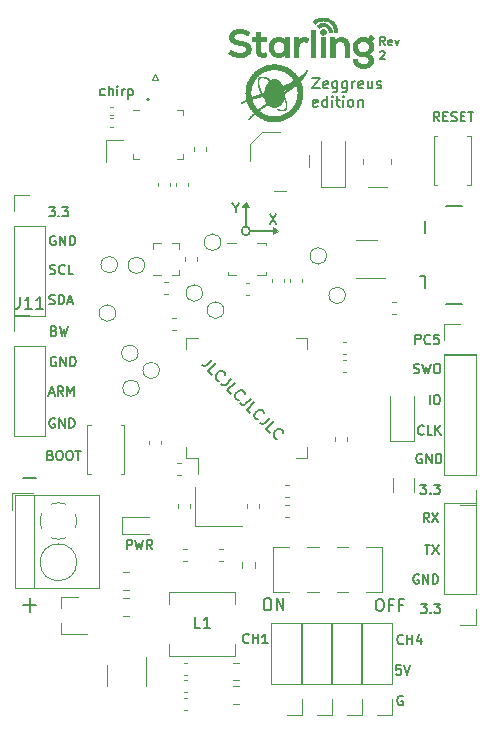
<source format=gbr>
G04 #@! TF.GenerationSoftware,KiCad,Pcbnew,(5.1.7)-1*
G04 #@! TF.CreationDate,2021-03-01T18:39:25+01:00*
G04 #@! TF.ProjectId,Zeggreus,5a656767-7265-4757-932e-6b696361645f,rev?*
G04 #@! TF.SameCoordinates,Original*
G04 #@! TF.FileFunction,Legend,Top*
G04 #@! TF.FilePolarity,Positive*
%FSLAX46Y46*%
G04 Gerber Fmt 4.6, Leading zero omitted, Abs format (unit mm)*
G04 Created by KiCad (PCBNEW (5.1.7)-1) date 2021-03-01 18:39:25*
%MOMM*%
%LPD*%
G01*
G04 APERTURE LIST*
%ADD10C,0.153000*%
%ADD11C,0.200000*%
%ADD12C,0.100000*%
%ADD13C,0.010000*%
%ADD14C,0.120000*%
%ADD15C,0.150000*%
G04 APERTURE END LIST*
D10*
X160166116Y-60465166D02*
X159932783Y-60131833D01*
X159766116Y-60465166D02*
X159766116Y-59765166D01*
X160032783Y-59765166D01*
X160099450Y-59798500D01*
X160132783Y-59831833D01*
X160166116Y-59898500D01*
X160166116Y-59998500D01*
X160132783Y-60065166D01*
X160099450Y-60098500D01*
X160032783Y-60131833D01*
X159766116Y-60131833D01*
X160732783Y-60431833D02*
X160666116Y-60465166D01*
X160532783Y-60465166D01*
X160466116Y-60431833D01*
X160432783Y-60365166D01*
X160432783Y-60098500D01*
X160466116Y-60031833D01*
X160532783Y-59998500D01*
X160666116Y-59998500D01*
X160732783Y-60031833D01*
X160766116Y-60098500D01*
X160766116Y-60165166D01*
X160432783Y-60231833D01*
X160999450Y-59998500D02*
X161166116Y-60465166D01*
X161332783Y-59998500D01*
X159732783Y-61034833D02*
X159766116Y-61001500D01*
X159832783Y-60968166D01*
X159999450Y-60968166D01*
X160066116Y-61001500D01*
X160099450Y-61034833D01*
X160132783Y-61101500D01*
X160132783Y-61168166D01*
X160099450Y-61268166D01*
X159699450Y-61668166D01*
X160132783Y-61668166D01*
D11*
X131837142Y-95192857D02*
X131951428Y-95230952D01*
X131989523Y-95269047D01*
X132027619Y-95345238D01*
X132027619Y-95459523D01*
X131989523Y-95535714D01*
X131951428Y-95573809D01*
X131875238Y-95611904D01*
X131570476Y-95611904D01*
X131570476Y-94811904D01*
X131837142Y-94811904D01*
X131913333Y-94850000D01*
X131951428Y-94888095D01*
X131989523Y-94964285D01*
X131989523Y-95040476D01*
X131951428Y-95116666D01*
X131913333Y-95154761D01*
X131837142Y-95192857D01*
X131570476Y-95192857D01*
X132522857Y-94811904D02*
X132675238Y-94811904D01*
X132751428Y-94850000D01*
X132827619Y-94926190D01*
X132865714Y-95078571D01*
X132865714Y-95345238D01*
X132827619Y-95497619D01*
X132751428Y-95573809D01*
X132675238Y-95611904D01*
X132522857Y-95611904D01*
X132446666Y-95573809D01*
X132370476Y-95497619D01*
X132332380Y-95345238D01*
X132332380Y-95078571D01*
X132370476Y-94926190D01*
X132446666Y-94850000D01*
X132522857Y-94811904D01*
X133360952Y-94811904D02*
X133513333Y-94811904D01*
X133589523Y-94850000D01*
X133665714Y-94926190D01*
X133703809Y-95078571D01*
X133703809Y-95345238D01*
X133665714Y-95497619D01*
X133589523Y-95573809D01*
X133513333Y-95611904D01*
X133360952Y-95611904D01*
X133284761Y-95573809D01*
X133208571Y-95497619D01*
X133170476Y-95345238D01*
X133170476Y-95078571D01*
X133208571Y-94926190D01*
X133284761Y-94850000D01*
X133360952Y-94811904D01*
X133932380Y-94811904D02*
X134389523Y-94811904D01*
X134160952Y-95611904D02*
X134160952Y-94811904D01*
X154008571Y-63232142D02*
X154608571Y-63232142D01*
X154008571Y-64132142D01*
X154608571Y-64132142D01*
X155294285Y-64089285D02*
X155208571Y-64132142D01*
X155037142Y-64132142D01*
X154951428Y-64089285D01*
X154908571Y-64003571D01*
X154908571Y-63660714D01*
X154951428Y-63575000D01*
X155037142Y-63532142D01*
X155208571Y-63532142D01*
X155294285Y-63575000D01*
X155337142Y-63660714D01*
X155337142Y-63746428D01*
X154908571Y-63832142D01*
X156108571Y-63532142D02*
X156108571Y-64260714D01*
X156065714Y-64346428D01*
X156022857Y-64389285D01*
X155937142Y-64432142D01*
X155808571Y-64432142D01*
X155722857Y-64389285D01*
X156108571Y-64089285D02*
X156022857Y-64132142D01*
X155851428Y-64132142D01*
X155765714Y-64089285D01*
X155722857Y-64046428D01*
X155680000Y-63960714D01*
X155680000Y-63703571D01*
X155722857Y-63617857D01*
X155765714Y-63575000D01*
X155851428Y-63532142D01*
X156022857Y-63532142D01*
X156108571Y-63575000D01*
X156922857Y-63532142D02*
X156922857Y-64260714D01*
X156880000Y-64346428D01*
X156837142Y-64389285D01*
X156751428Y-64432142D01*
X156622857Y-64432142D01*
X156537142Y-64389285D01*
X156922857Y-64089285D02*
X156837142Y-64132142D01*
X156665714Y-64132142D01*
X156580000Y-64089285D01*
X156537142Y-64046428D01*
X156494285Y-63960714D01*
X156494285Y-63703571D01*
X156537142Y-63617857D01*
X156580000Y-63575000D01*
X156665714Y-63532142D01*
X156837142Y-63532142D01*
X156922857Y-63575000D01*
X157351428Y-64132142D02*
X157351428Y-63532142D01*
X157351428Y-63703571D02*
X157394285Y-63617857D01*
X157437142Y-63575000D01*
X157522857Y-63532142D01*
X157608571Y-63532142D01*
X158251428Y-64089285D02*
X158165714Y-64132142D01*
X157994285Y-64132142D01*
X157908571Y-64089285D01*
X157865714Y-64003571D01*
X157865714Y-63660714D01*
X157908571Y-63575000D01*
X157994285Y-63532142D01*
X158165714Y-63532142D01*
X158251428Y-63575000D01*
X158294285Y-63660714D01*
X158294285Y-63746428D01*
X157865714Y-63832142D01*
X159065714Y-63532142D02*
X159065714Y-64132142D01*
X158680000Y-63532142D02*
X158680000Y-64003571D01*
X158722857Y-64089285D01*
X158808571Y-64132142D01*
X158937142Y-64132142D01*
X159022857Y-64089285D01*
X159065714Y-64046428D01*
X159451428Y-64089285D02*
X159537142Y-64132142D01*
X159708571Y-64132142D01*
X159794285Y-64089285D01*
X159837142Y-64003571D01*
X159837142Y-63960714D01*
X159794285Y-63875000D01*
X159708571Y-63832142D01*
X159580000Y-63832142D01*
X159494285Y-63789285D01*
X159451428Y-63703571D01*
X159451428Y-63660714D01*
X159494285Y-63575000D01*
X159580000Y-63532142D01*
X159708571Y-63532142D01*
X159794285Y-63575000D01*
X154437142Y-65639285D02*
X154351428Y-65682142D01*
X154180000Y-65682142D01*
X154094285Y-65639285D01*
X154051428Y-65553571D01*
X154051428Y-65210714D01*
X154094285Y-65125000D01*
X154180000Y-65082142D01*
X154351428Y-65082142D01*
X154437142Y-65125000D01*
X154480000Y-65210714D01*
X154480000Y-65296428D01*
X154051428Y-65382142D01*
X155251428Y-65682142D02*
X155251428Y-64782142D01*
X155251428Y-65639285D02*
X155165714Y-65682142D01*
X154994285Y-65682142D01*
X154908571Y-65639285D01*
X154865714Y-65596428D01*
X154822857Y-65510714D01*
X154822857Y-65253571D01*
X154865714Y-65167857D01*
X154908571Y-65125000D01*
X154994285Y-65082142D01*
X155165714Y-65082142D01*
X155251428Y-65125000D01*
X155680000Y-65682142D02*
X155680000Y-65082142D01*
X155680000Y-64782142D02*
X155637142Y-64825000D01*
X155680000Y-64867857D01*
X155722857Y-64825000D01*
X155680000Y-64782142D01*
X155680000Y-64867857D01*
X155980000Y-65082142D02*
X156322857Y-65082142D01*
X156108571Y-64782142D02*
X156108571Y-65553571D01*
X156151428Y-65639285D01*
X156237142Y-65682142D01*
X156322857Y-65682142D01*
X156622857Y-65682142D02*
X156622857Y-65082142D01*
X156622857Y-64782142D02*
X156580000Y-64825000D01*
X156622857Y-64867857D01*
X156665714Y-64825000D01*
X156622857Y-64782142D01*
X156622857Y-64867857D01*
X157180000Y-65682142D02*
X157094285Y-65639285D01*
X157051428Y-65596428D01*
X157008571Y-65510714D01*
X157008571Y-65253571D01*
X157051428Y-65167857D01*
X157094285Y-65125000D01*
X157180000Y-65082142D01*
X157308571Y-65082142D01*
X157394285Y-65125000D01*
X157437142Y-65167857D01*
X157480000Y-65253571D01*
X157480000Y-65510714D01*
X157437142Y-65596428D01*
X157394285Y-65639285D01*
X157308571Y-65682142D01*
X157180000Y-65682142D01*
X157865714Y-65082142D02*
X157865714Y-65682142D01*
X157865714Y-65167857D02*
X157908571Y-65125000D01*
X157994285Y-65082142D01*
X158122857Y-65082142D01*
X158208571Y-65125000D01*
X158251428Y-65210714D01*
X158251428Y-65682142D01*
X132137142Y-84642857D02*
X132251428Y-84680952D01*
X132289523Y-84719047D01*
X132327619Y-84795238D01*
X132327619Y-84909523D01*
X132289523Y-84985714D01*
X132251428Y-85023809D01*
X132175238Y-85061904D01*
X131870476Y-85061904D01*
X131870476Y-84261904D01*
X132137142Y-84261904D01*
X132213333Y-84300000D01*
X132251428Y-84338095D01*
X132289523Y-84414285D01*
X132289523Y-84490476D01*
X132251428Y-84566666D01*
X132213333Y-84604761D01*
X132137142Y-84642857D01*
X131870476Y-84642857D01*
X132594285Y-84261904D02*
X132784761Y-85061904D01*
X132937142Y-84490476D01*
X133089523Y-85061904D01*
X133280000Y-84261904D01*
X131732380Y-89933333D02*
X132113333Y-89933333D01*
X131656190Y-90161904D02*
X131922857Y-89361904D01*
X132189523Y-90161904D01*
X132913333Y-90161904D02*
X132646666Y-89780952D01*
X132456190Y-90161904D02*
X132456190Y-89361904D01*
X132760952Y-89361904D01*
X132837142Y-89400000D01*
X132875238Y-89438095D01*
X132913333Y-89514285D01*
X132913333Y-89628571D01*
X132875238Y-89704761D01*
X132837142Y-89742857D01*
X132760952Y-89780952D01*
X132456190Y-89780952D01*
X133256190Y-90161904D02*
X133256190Y-89361904D01*
X133522857Y-89933333D01*
X133789523Y-89361904D01*
X133789523Y-90161904D01*
X132189523Y-92100000D02*
X132113333Y-92061904D01*
X131999047Y-92061904D01*
X131884761Y-92100000D01*
X131808571Y-92176190D01*
X131770476Y-92252380D01*
X131732380Y-92404761D01*
X131732380Y-92519047D01*
X131770476Y-92671428D01*
X131808571Y-92747619D01*
X131884761Y-92823809D01*
X131999047Y-92861904D01*
X132075238Y-92861904D01*
X132189523Y-92823809D01*
X132227619Y-92785714D01*
X132227619Y-92519047D01*
X132075238Y-92519047D01*
X132570476Y-92861904D02*
X132570476Y-92061904D01*
X133027619Y-92861904D01*
X133027619Y-92061904D01*
X133408571Y-92861904D02*
X133408571Y-92061904D01*
X133599047Y-92061904D01*
X133713333Y-92100000D01*
X133789523Y-92176190D01*
X133827619Y-92252380D01*
X133865714Y-92404761D01*
X133865714Y-92519047D01*
X133827619Y-92671428D01*
X133789523Y-92747619D01*
X133713333Y-92823809D01*
X133599047Y-92861904D01*
X133408571Y-92861904D01*
X132289523Y-86900000D02*
X132213333Y-86861904D01*
X132099047Y-86861904D01*
X131984761Y-86900000D01*
X131908571Y-86976190D01*
X131870476Y-87052380D01*
X131832380Y-87204761D01*
X131832380Y-87319047D01*
X131870476Y-87471428D01*
X131908571Y-87547619D01*
X131984761Y-87623809D01*
X132099047Y-87661904D01*
X132175238Y-87661904D01*
X132289523Y-87623809D01*
X132327619Y-87585714D01*
X132327619Y-87319047D01*
X132175238Y-87319047D01*
X132670476Y-87661904D02*
X132670476Y-86861904D01*
X133127619Y-87661904D01*
X133127619Y-86861904D01*
X133508571Y-87661904D02*
X133508571Y-86861904D01*
X133699047Y-86861904D01*
X133813333Y-86900000D01*
X133889523Y-86976190D01*
X133927619Y-87052380D01*
X133965714Y-87204761D01*
X133965714Y-87319047D01*
X133927619Y-87471428D01*
X133889523Y-87547619D01*
X133813333Y-87623809D01*
X133699047Y-87661904D01*
X133508571Y-87661904D01*
X138270476Y-103161904D02*
X138270476Y-102361904D01*
X138575238Y-102361904D01*
X138651428Y-102400000D01*
X138689523Y-102438095D01*
X138727619Y-102514285D01*
X138727619Y-102628571D01*
X138689523Y-102704761D01*
X138651428Y-102742857D01*
X138575238Y-102780952D01*
X138270476Y-102780952D01*
X138994285Y-102361904D02*
X139184761Y-103161904D01*
X139337142Y-102590476D01*
X139489523Y-103161904D01*
X139680000Y-102361904D01*
X140441904Y-103161904D02*
X140175238Y-102780952D01*
X139984761Y-103161904D02*
X139984761Y-102361904D01*
X140289523Y-102361904D01*
X140365714Y-102400000D01*
X140403809Y-102438095D01*
X140441904Y-102514285D01*
X140441904Y-102628571D01*
X140403809Y-102704761D01*
X140365714Y-102742857D01*
X140289523Y-102780952D01*
X139984761Y-102780952D01*
X129487142Y-107857142D02*
X130630000Y-107857142D01*
X130058571Y-108428571D02*
X130058571Y-107285714D01*
X129487142Y-97107142D02*
X130630000Y-97107142D01*
X161501428Y-112961904D02*
X161120476Y-112961904D01*
X161082380Y-113342857D01*
X161120476Y-113304761D01*
X161196666Y-113266666D01*
X161387142Y-113266666D01*
X161463333Y-113304761D01*
X161501428Y-113342857D01*
X161539523Y-113419047D01*
X161539523Y-113609523D01*
X161501428Y-113685714D01*
X161463333Y-113723809D01*
X161387142Y-113761904D01*
X161196666Y-113761904D01*
X161120476Y-113723809D01*
X161082380Y-113685714D01*
X161768095Y-112961904D02*
X162034761Y-113761904D01*
X162301428Y-112961904D01*
X161639523Y-115600000D02*
X161563333Y-115561904D01*
X161449047Y-115561904D01*
X161334761Y-115600000D01*
X161258571Y-115676190D01*
X161220476Y-115752380D01*
X161182380Y-115904761D01*
X161182380Y-116019047D01*
X161220476Y-116171428D01*
X161258571Y-116247619D01*
X161334761Y-116323809D01*
X161449047Y-116361904D01*
X161525238Y-116361904D01*
X161639523Y-116323809D01*
X161677619Y-116285714D01*
X161677619Y-116019047D01*
X161525238Y-116019047D01*
X161677619Y-111085714D02*
X161639523Y-111123809D01*
X161525238Y-111161904D01*
X161449047Y-111161904D01*
X161334761Y-111123809D01*
X161258571Y-111047619D01*
X161220476Y-110971428D01*
X161182380Y-110819047D01*
X161182380Y-110704761D01*
X161220476Y-110552380D01*
X161258571Y-110476190D01*
X161334761Y-110400000D01*
X161449047Y-110361904D01*
X161525238Y-110361904D01*
X161639523Y-110400000D01*
X161677619Y-110438095D01*
X162020476Y-111161904D02*
X162020476Y-110361904D01*
X162020476Y-110742857D02*
X162477619Y-110742857D01*
X162477619Y-111161904D02*
X162477619Y-110361904D01*
X163201428Y-110628571D02*
X163201428Y-111161904D01*
X163010952Y-110323809D02*
X162820476Y-110895238D01*
X163315714Y-110895238D01*
X148627619Y-111035714D02*
X148589523Y-111073809D01*
X148475238Y-111111904D01*
X148399047Y-111111904D01*
X148284761Y-111073809D01*
X148208571Y-110997619D01*
X148170476Y-110921428D01*
X148132380Y-110769047D01*
X148132380Y-110654761D01*
X148170476Y-110502380D01*
X148208571Y-110426190D01*
X148284761Y-110350000D01*
X148399047Y-110311904D01*
X148475238Y-110311904D01*
X148589523Y-110350000D01*
X148627619Y-110388095D01*
X148970476Y-111111904D02*
X148970476Y-110311904D01*
X148970476Y-110692857D02*
X149427619Y-110692857D01*
X149427619Y-111111904D02*
X149427619Y-110311904D01*
X150227619Y-111111904D02*
X149770476Y-111111904D01*
X149999047Y-111111904D02*
X149999047Y-110311904D01*
X149922857Y-110426190D01*
X149846666Y-110502380D01*
X149770476Y-110540476D01*
X148728933Y-76192000D02*
G75*
G03*
X148728933Y-76192000I-362933J0D01*
G01*
D12*
G36*
X151054997Y-76187943D02*
G01*
X150630644Y-76485197D01*
X150630644Y-75885197D01*
X151054997Y-76187943D01*
G37*
X151054997Y-76187943D02*
X150630644Y-76485197D01*
X150630644Y-75885197D01*
X151054997Y-76187943D01*
G36*
X148667849Y-74158958D02*
G01*
X148067849Y-74158958D01*
X148370595Y-73734605D01*
X148667849Y-74158958D01*
G37*
X148667849Y-74158958D02*
X148067849Y-74158958D01*
X148370595Y-73734605D01*
X148667849Y-74158958D01*
D11*
X163194285Y-107761904D02*
X163689523Y-107761904D01*
X163422857Y-108066666D01*
X163537142Y-108066666D01*
X163613333Y-108104761D01*
X163651428Y-108142857D01*
X163689523Y-108219047D01*
X163689523Y-108409523D01*
X163651428Y-108485714D01*
X163613333Y-108523809D01*
X163537142Y-108561904D01*
X163308571Y-108561904D01*
X163232380Y-108523809D01*
X163194285Y-108485714D01*
X164032380Y-108485714D02*
X164070476Y-108523809D01*
X164032380Y-108561904D01*
X163994285Y-108523809D01*
X164032380Y-108485714D01*
X164032380Y-108561904D01*
X164337142Y-107761904D02*
X164832380Y-107761904D01*
X164565714Y-108066666D01*
X164680000Y-108066666D01*
X164756190Y-108104761D01*
X164794285Y-108142857D01*
X164832380Y-108219047D01*
X164832380Y-108409523D01*
X164794285Y-108485714D01*
X164756190Y-108523809D01*
X164680000Y-108561904D01*
X164451428Y-108561904D01*
X164375238Y-108523809D01*
X164337142Y-108485714D01*
X162989523Y-105300000D02*
X162913333Y-105261904D01*
X162799047Y-105261904D01*
X162684761Y-105300000D01*
X162608571Y-105376190D01*
X162570476Y-105452380D01*
X162532380Y-105604761D01*
X162532380Y-105719047D01*
X162570476Y-105871428D01*
X162608571Y-105947619D01*
X162684761Y-106023809D01*
X162799047Y-106061904D01*
X162875238Y-106061904D01*
X162989523Y-106023809D01*
X163027619Y-105985714D01*
X163027619Y-105719047D01*
X162875238Y-105719047D01*
X163370476Y-106061904D02*
X163370476Y-105261904D01*
X163827619Y-106061904D01*
X163827619Y-105261904D01*
X164208571Y-106061904D02*
X164208571Y-105261904D01*
X164399047Y-105261904D01*
X164513333Y-105300000D01*
X164589523Y-105376190D01*
X164627619Y-105452380D01*
X164665714Y-105604761D01*
X164665714Y-105719047D01*
X164627619Y-105871428D01*
X164589523Y-105947619D01*
X164513333Y-106023809D01*
X164399047Y-106061904D01*
X164208571Y-106061904D01*
X132239523Y-76642000D02*
X132163333Y-76603904D01*
X132049047Y-76603904D01*
X131934761Y-76642000D01*
X131858571Y-76718190D01*
X131820476Y-76794380D01*
X131782380Y-76946761D01*
X131782380Y-77061047D01*
X131820476Y-77213428D01*
X131858571Y-77289619D01*
X131934761Y-77365809D01*
X132049047Y-77403904D01*
X132125238Y-77403904D01*
X132239523Y-77365809D01*
X132277619Y-77327714D01*
X132277619Y-77061047D01*
X132125238Y-77061047D01*
X132620476Y-77403904D02*
X132620476Y-76603904D01*
X133077619Y-77403904D01*
X133077619Y-76603904D01*
X133458571Y-77403904D02*
X133458571Y-76603904D01*
X133649047Y-76603904D01*
X133763333Y-76642000D01*
X133839523Y-76718190D01*
X133877619Y-76794380D01*
X133915714Y-76946761D01*
X133915714Y-77061047D01*
X133877619Y-77213428D01*
X133839523Y-77289619D01*
X133763333Y-77365809D01*
X133649047Y-77403904D01*
X133458571Y-77403904D01*
X131694285Y-74161904D02*
X132189523Y-74161904D01*
X131922857Y-74466666D01*
X132037142Y-74466666D01*
X132113333Y-74504761D01*
X132151428Y-74542857D01*
X132189523Y-74619047D01*
X132189523Y-74809523D01*
X132151428Y-74885714D01*
X132113333Y-74923809D01*
X132037142Y-74961904D01*
X131808571Y-74961904D01*
X131732380Y-74923809D01*
X131694285Y-74885714D01*
X132532380Y-74885714D02*
X132570476Y-74923809D01*
X132532380Y-74961904D01*
X132494285Y-74923809D01*
X132532380Y-74885714D01*
X132532380Y-74961904D01*
X132837142Y-74161904D02*
X133332380Y-74161904D01*
X133065714Y-74466666D01*
X133180000Y-74466666D01*
X133256190Y-74504761D01*
X133294285Y-74542857D01*
X133332380Y-74619047D01*
X133332380Y-74809523D01*
X133294285Y-74885714D01*
X133256190Y-74923809D01*
X133180000Y-74961904D01*
X132951428Y-74961904D01*
X132875238Y-74923809D01*
X132837142Y-74885714D01*
X159608571Y-107352380D02*
X159799047Y-107352380D01*
X159894285Y-107400000D01*
X159989523Y-107495238D01*
X160037142Y-107685714D01*
X160037142Y-108019047D01*
X159989523Y-108209523D01*
X159894285Y-108304761D01*
X159799047Y-108352380D01*
X159608571Y-108352380D01*
X159513333Y-108304761D01*
X159418095Y-108209523D01*
X159370476Y-108019047D01*
X159370476Y-107685714D01*
X159418095Y-107495238D01*
X159513333Y-107400000D01*
X159608571Y-107352380D01*
X160799047Y-107828571D02*
X160465714Y-107828571D01*
X160465714Y-108352380D02*
X160465714Y-107352380D01*
X160941904Y-107352380D01*
X161656190Y-107828571D02*
X161322857Y-107828571D01*
X161322857Y-108352380D02*
X161322857Y-107352380D01*
X161799047Y-107352380D01*
X150108571Y-107302380D02*
X150299047Y-107302380D01*
X150394285Y-107350000D01*
X150489523Y-107445238D01*
X150537142Y-107635714D01*
X150537142Y-107969047D01*
X150489523Y-108159523D01*
X150394285Y-108254761D01*
X150299047Y-108302380D01*
X150108571Y-108302380D01*
X150013333Y-108254761D01*
X149918095Y-108159523D01*
X149870476Y-107969047D01*
X149870476Y-107635714D01*
X149918095Y-107445238D01*
X150013333Y-107350000D01*
X150108571Y-107302380D01*
X150965714Y-108302380D02*
X150965714Y-107302380D01*
X151537142Y-108302380D01*
X151537142Y-107302380D01*
X162720476Y-85761904D02*
X162720476Y-84961904D01*
X163025238Y-84961904D01*
X163101428Y-85000000D01*
X163139523Y-85038095D01*
X163177619Y-85114285D01*
X163177619Y-85228571D01*
X163139523Y-85304761D01*
X163101428Y-85342857D01*
X163025238Y-85380952D01*
X162720476Y-85380952D01*
X163977619Y-85685714D02*
X163939523Y-85723809D01*
X163825238Y-85761904D01*
X163749047Y-85761904D01*
X163634761Y-85723809D01*
X163558571Y-85647619D01*
X163520476Y-85571428D01*
X163482380Y-85419047D01*
X163482380Y-85304761D01*
X163520476Y-85152380D01*
X163558571Y-85076190D01*
X163634761Y-85000000D01*
X163749047Y-84961904D01*
X163825238Y-84961904D01*
X163939523Y-85000000D01*
X163977619Y-85038095D01*
X164701428Y-84961904D02*
X164320476Y-84961904D01*
X164282380Y-85342857D01*
X164320476Y-85304761D01*
X164396666Y-85266666D01*
X164587142Y-85266666D01*
X164663333Y-85304761D01*
X164701428Y-85342857D01*
X164739523Y-85419047D01*
X164739523Y-85609523D01*
X164701428Y-85685714D01*
X164663333Y-85723809D01*
X164587142Y-85761904D01*
X164396666Y-85761904D01*
X164320476Y-85723809D01*
X164282380Y-85685714D01*
D10*
X136404285Y-64681904D02*
X136326190Y-64720952D01*
X136170000Y-64720952D01*
X136091904Y-64681904D01*
X136052857Y-64642857D01*
X136013809Y-64564761D01*
X136013809Y-64330476D01*
X136052857Y-64252380D01*
X136091904Y-64213333D01*
X136170000Y-64174285D01*
X136326190Y-64174285D01*
X136404285Y-64213333D01*
X136755714Y-64720952D02*
X136755714Y-63900952D01*
X137107142Y-64720952D02*
X137107142Y-64291428D01*
X137068095Y-64213333D01*
X136990000Y-64174285D01*
X136872857Y-64174285D01*
X136794761Y-64213333D01*
X136755714Y-64252380D01*
X137497619Y-64720952D02*
X137497619Y-64174285D01*
X137497619Y-63900952D02*
X137458571Y-63940000D01*
X137497619Y-63979047D01*
X137536666Y-63940000D01*
X137497619Y-63900952D01*
X137497619Y-63979047D01*
X137888095Y-64720952D02*
X137888095Y-64174285D01*
X137888095Y-64330476D02*
X137927142Y-64252380D01*
X137966190Y-64213333D01*
X138044285Y-64174285D01*
X138122380Y-64174285D01*
X138395714Y-64174285D02*
X138395714Y-64994285D01*
X138395714Y-64213333D02*
X138473809Y-64174285D01*
X138630000Y-64174285D01*
X138708095Y-64213333D01*
X138747142Y-64252380D01*
X138786190Y-64330476D01*
X138786190Y-64564761D01*
X138747142Y-64642857D01*
X138708095Y-64681904D01*
X138630000Y-64720952D01*
X138473809Y-64720952D01*
X138395714Y-64681904D01*
D11*
X164727619Y-66911904D02*
X164460952Y-66530952D01*
X164270476Y-66911904D02*
X164270476Y-66111904D01*
X164575238Y-66111904D01*
X164651428Y-66150000D01*
X164689523Y-66188095D01*
X164727619Y-66264285D01*
X164727619Y-66378571D01*
X164689523Y-66454761D01*
X164651428Y-66492857D01*
X164575238Y-66530952D01*
X164270476Y-66530952D01*
X165070476Y-66492857D02*
X165337142Y-66492857D01*
X165451428Y-66911904D02*
X165070476Y-66911904D01*
X165070476Y-66111904D01*
X165451428Y-66111904D01*
X165756190Y-66873809D02*
X165870476Y-66911904D01*
X166060952Y-66911904D01*
X166137142Y-66873809D01*
X166175238Y-66835714D01*
X166213333Y-66759523D01*
X166213333Y-66683333D01*
X166175238Y-66607142D01*
X166137142Y-66569047D01*
X166060952Y-66530952D01*
X165908571Y-66492857D01*
X165832380Y-66454761D01*
X165794285Y-66416666D01*
X165756190Y-66340476D01*
X165756190Y-66264285D01*
X165794285Y-66188095D01*
X165832380Y-66150000D01*
X165908571Y-66111904D01*
X166099047Y-66111904D01*
X166213333Y-66150000D01*
X166556190Y-66492857D02*
X166822857Y-66492857D01*
X166937142Y-66911904D02*
X166556190Y-66911904D01*
X166556190Y-66111904D01*
X166937142Y-66111904D01*
X167165714Y-66111904D02*
X167622857Y-66111904D01*
X167394285Y-66911904D02*
X167394285Y-66111904D01*
X131732380Y-82373809D02*
X131846666Y-82411904D01*
X132037142Y-82411904D01*
X132113333Y-82373809D01*
X132151428Y-82335714D01*
X132189523Y-82259523D01*
X132189523Y-82183333D01*
X132151428Y-82107142D01*
X132113333Y-82069047D01*
X132037142Y-82030952D01*
X131884761Y-81992857D01*
X131808571Y-81954761D01*
X131770476Y-81916666D01*
X131732380Y-81840476D01*
X131732380Y-81764285D01*
X131770476Y-81688095D01*
X131808571Y-81650000D01*
X131884761Y-81611904D01*
X132075238Y-81611904D01*
X132189523Y-81650000D01*
X132532380Y-82411904D02*
X132532380Y-81611904D01*
X132722857Y-81611904D01*
X132837142Y-81650000D01*
X132913333Y-81726190D01*
X132951428Y-81802380D01*
X132989523Y-81954761D01*
X132989523Y-82069047D01*
X132951428Y-82221428D01*
X132913333Y-82297619D01*
X132837142Y-82373809D01*
X132722857Y-82411904D01*
X132532380Y-82411904D01*
X133294285Y-82183333D02*
X133675238Y-82183333D01*
X133218095Y-82411904D02*
X133484761Y-81611904D01*
X133751428Y-82411904D01*
X131782380Y-79823809D02*
X131896666Y-79861904D01*
X132087142Y-79861904D01*
X132163333Y-79823809D01*
X132201428Y-79785714D01*
X132239523Y-79709523D01*
X132239523Y-79633333D01*
X132201428Y-79557142D01*
X132163333Y-79519047D01*
X132087142Y-79480952D01*
X131934761Y-79442857D01*
X131858571Y-79404761D01*
X131820476Y-79366666D01*
X131782380Y-79290476D01*
X131782380Y-79214285D01*
X131820476Y-79138095D01*
X131858571Y-79100000D01*
X131934761Y-79061904D01*
X132125238Y-79061904D01*
X132239523Y-79100000D01*
X133039523Y-79785714D02*
X133001428Y-79823809D01*
X132887142Y-79861904D01*
X132810952Y-79861904D01*
X132696666Y-79823809D01*
X132620476Y-79747619D01*
X132582380Y-79671428D01*
X132544285Y-79519047D01*
X132544285Y-79404761D01*
X132582380Y-79252380D01*
X132620476Y-79176190D01*
X132696666Y-79100000D01*
X132810952Y-79061904D01*
X132887142Y-79061904D01*
X133001428Y-79100000D01*
X133039523Y-79138095D01*
X133763333Y-79861904D02*
X133382380Y-79861904D01*
X133382380Y-79061904D01*
X163144285Y-97661904D02*
X163639523Y-97661904D01*
X163372857Y-97966666D01*
X163487142Y-97966666D01*
X163563333Y-98004761D01*
X163601428Y-98042857D01*
X163639523Y-98119047D01*
X163639523Y-98309523D01*
X163601428Y-98385714D01*
X163563333Y-98423809D01*
X163487142Y-98461904D01*
X163258571Y-98461904D01*
X163182380Y-98423809D01*
X163144285Y-98385714D01*
X163982380Y-98385714D02*
X164020476Y-98423809D01*
X163982380Y-98461904D01*
X163944285Y-98423809D01*
X163982380Y-98385714D01*
X163982380Y-98461904D01*
X164287142Y-97661904D02*
X164782380Y-97661904D01*
X164515714Y-97966666D01*
X164630000Y-97966666D01*
X164706190Y-98004761D01*
X164744285Y-98042857D01*
X164782380Y-98119047D01*
X164782380Y-98309523D01*
X164744285Y-98385714D01*
X164706190Y-98423809D01*
X164630000Y-98461904D01*
X164401428Y-98461904D01*
X164325238Y-98423809D01*
X164287142Y-98385714D01*
X163255523Y-95092000D02*
X163179333Y-95053904D01*
X163065047Y-95053904D01*
X162950761Y-95092000D01*
X162874571Y-95168190D01*
X162836476Y-95244380D01*
X162798380Y-95396761D01*
X162798380Y-95511047D01*
X162836476Y-95663428D01*
X162874571Y-95739619D01*
X162950761Y-95815809D01*
X163065047Y-95853904D01*
X163141238Y-95853904D01*
X163255523Y-95815809D01*
X163293619Y-95777714D01*
X163293619Y-95511047D01*
X163141238Y-95511047D01*
X163636476Y-95853904D02*
X163636476Y-95053904D01*
X164093619Y-95853904D01*
X164093619Y-95053904D01*
X164474571Y-95853904D02*
X164474571Y-95053904D01*
X164665047Y-95053904D01*
X164779333Y-95092000D01*
X164855523Y-95168190D01*
X164893619Y-95244380D01*
X164931714Y-95396761D01*
X164931714Y-95511047D01*
X164893619Y-95663428D01*
X164855523Y-95739619D01*
X164779333Y-95815809D01*
X164665047Y-95853904D01*
X164474571Y-95853904D01*
X163427619Y-93385714D02*
X163389523Y-93423809D01*
X163275238Y-93461904D01*
X163199047Y-93461904D01*
X163084761Y-93423809D01*
X163008571Y-93347619D01*
X162970476Y-93271428D01*
X162932380Y-93119047D01*
X162932380Y-93004761D01*
X162970476Y-92852380D01*
X163008571Y-92776190D01*
X163084761Y-92700000D01*
X163199047Y-92661904D01*
X163275238Y-92661904D01*
X163389523Y-92700000D01*
X163427619Y-92738095D01*
X164151428Y-93461904D02*
X163770476Y-93461904D01*
X163770476Y-92661904D01*
X164418095Y-93461904D02*
X164418095Y-92661904D01*
X164875238Y-93461904D02*
X164532380Y-93004761D01*
X164875238Y-92661904D02*
X164418095Y-93119047D01*
X163920476Y-90861904D02*
X163920476Y-90061904D01*
X164453809Y-90061904D02*
X164606190Y-90061904D01*
X164682380Y-90100000D01*
X164758571Y-90176190D01*
X164796666Y-90328571D01*
X164796666Y-90595238D01*
X164758571Y-90747619D01*
X164682380Y-90823809D01*
X164606190Y-90861904D01*
X164453809Y-90861904D01*
X164377619Y-90823809D01*
X164301428Y-90747619D01*
X164263333Y-90595238D01*
X164263333Y-90328571D01*
X164301428Y-90176190D01*
X164377619Y-90100000D01*
X164453809Y-90061904D01*
X162598380Y-88215809D02*
X162712666Y-88253904D01*
X162903142Y-88253904D01*
X162979333Y-88215809D01*
X163017428Y-88177714D01*
X163055523Y-88101523D01*
X163055523Y-88025333D01*
X163017428Y-87949142D01*
X162979333Y-87911047D01*
X162903142Y-87872952D01*
X162750761Y-87834857D01*
X162674571Y-87796761D01*
X162636476Y-87758666D01*
X162598380Y-87682476D01*
X162598380Y-87606285D01*
X162636476Y-87530095D01*
X162674571Y-87492000D01*
X162750761Y-87453904D01*
X162941238Y-87453904D01*
X163055523Y-87492000D01*
X163322190Y-87453904D02*
X163512666Y-88253904D01*
X163665047Y-87682476D01*
X163817428Y-88253904D01*
X164007904Y-87453904D01*
X164465047Y-87453904D02*
X164617428Y-87453904D01*
X164693619Y-87492000D01*
X164769809Y-87568190D01*
X164807904Y-87720571D01*
X164807904Y-87987238D01*
X164769809Y-88139619D01*
X164693619Y-88215809D01*
X164617428Y-88253904D01*
X164465047Y-88253904D01*
X164388857Y-88215809D01*
X164312666Y-88139619D01*
X164274571Y-87987238D01*
X164274571Y-87720571D01*
X164312666Y-87568190D01*
X164388857Y-87492000D01*
X164465047Y-87453904D01*
D10*
X145508958Y-87111953D02*
X145054390Y-87566522D01*
X144933171Y-87627131D01*
X144811953Y-87627131D01*
X144690735Y-87566522D01*
X144630126Y-87505912D01*
X145478654Y-88354441D02*
X145175608Y-88051395D01*
X145812004Y-87414999D01*
X146115050Y-88869618D02*
X146054441Y-88869618D01*
X145933222Y-88809009D01*
X145872613Y-88748400D01*
X145812004Y-88627182D01*
X145812004Y-88505963D01*
X145842309Y-88415050D01*
X145933222Y-88263527D01*
X146024136Y-88172613D01*
X146175659Y-88081699D01*
X146266573Y-88051395D01*
X146387791Y-88051395D01*
X146509009Y-88112004D01*
X146569618Y-88172613D01*
X146630228Y-88293831D01*
X146630228Y-88354441D01*
X147145405Y-88748400D02*
X146690837Y-89202969D01*
X146569618Y-89263578D01*
X146448400Y-89263578D01*
X146327182Y-89202969D01*
X146266573Y-89142360D01*
X147115101Y-89990888D02*
X146812055Y-89687842D01*
X147448451Y-89051446D01*
X147751497Y-90506066D02*
X147690888Y-90506066D01*
X147569669Y-90445456D01*
X147509060Y-90384847D01*
X147448451Y-90263629D01*
X147448451Y-90142411D01*
X147478756Y-90051497D01*
X147569669Y-89899974D01*
X147660583Y-89809060D01*
X147812106Y-89718147D01*
X147903020Y-89687842D01*
X148024238Y-89687842D01*
X148145456Y-89748451D01*
X148206066Y-89809060D01*
X148266675Y-89930279D01*
X148266675Y-89990888D01*
X148781852Y-90384847D02*
X148327284Y-90839416D01*
X148206066Y-90900025D01*
X148084847Y-90900025D01*
X147963629Y-90839416D01*
X147903020Y-90778807D01*
X148751548Y-91627335D02*
X148448502Y-91324289D01*
X149084898Y-90687893D01*
X149387944Y-92142513D02*
X149327335Y-92142513D01*
X149206117Y-92081903D01*
X149145507Y-92021294D01*
X149084898Y-91900076D01*
X149084898Y-91778858D01*
X149115203Y-91687944D01*
X149206117Y-91536421D01*
X149297030Y-91445507D01*
X149448553Y-91354594D01*
X149539467Y-91324289D01*
X149660685Y-91324289D01*
X149781903Y-91384898D01*
X149842513Y-91445507D01*
X149903122Y-91566726D01*
X149903122Y-91627335D01*
X150418300Y-92021294D02*
X149963731Y-92475863D01*
X149842513Y-92536472D01*
X149721294Y-92536472D01*
X149600076Y-92475863D01*
X149539467Y-92415254D01*
X150387995Y-93263782D02*
X150084949Y-92960736D01*
X150721345Y-92324340D01*
X151024391Y-93778960D02*
X150963782Y-93778960D01*
X150842564Y-93718351D01*
X150781955Y-93657741D01*
X150721345Y-93536523D01*
X150721345Y-93415305D01*
X150751650Y-93324391D01*
X150842564Y-93172868D01*
X150933477Y-93081955D01*
X151085000Y-92991041D01*
X151175914Y-92960736D01*
X151297132Y-92960736D01*
X151418351Y-93021345D01*
X151478960Y-93081955D01*
X151539569Y-93203173D01*
X151539569Y-93263782D01*
D11*
X163877619Y-100861904D02*
X163610952Y-100480952D01*
X163420476Y-100861904D02*
X163420476Y-100061904D01*
X163725238Y-100061904D01*
X163801428Y-100100000D01*
X163839523Y-100138095D01*
X163877619Y-100214285D01*
X163877619Y-100328571D01*
X163839523Y-100404761D01*
X163801428Y-100442857D01*
X163725238Y-100480952D01*
X163420476Y-100480952D01*
X164144285Y-100061904D02*
X164677619Y-100861904D01*
X164677619Y-100061904D02*
X164144285Y-100861904D01*
D10*
X147500000Y-74230476D02*
X147500000Y-74620952D01*
X147226666Y-73800952D02*
X147500000Y-74230476D01*
X147773333Y-73800952D01*
X150376666Y-74775952D02*
X150923333Y-75595952D01*
X150923333Y-74775952D02*
X150376666Y-75595952D01*
D11*
X148366000Y-75800000D02*
X148366000Y-74050000D01*
X148750000Y-76192000D02*
X150750000Y-76192000D01*
X163506190Y-102761904D02*
X163963333Y-102761904D01*
X163734761Y-103561904D02*
X163734761Y-102761904D01*
X164153809Y-102761904D02*
X164687142Y-103561904D01*
X164687142Y-102761904D02*
X164153809Y-103561904D01*
D13*
G36*
X150820037Y-62091346D02*
G01*
X150909961Y-62095599D01*
X151000079Y-62103179D01*
X151078507Y-62112490D01*
X151165205Y-62125872D01*
X151251676Y-62142577D01*
X151337718Y-62162540D01*
X151423130Y-62185696D01*
X151507712Y-62211982D01*
X151591262Y-62241332D01*
X151673580Y-62273683D01*
X151754464Y-62308971D01*
X151833714Y-62347130D01*
X151869509Y-62365601D01*
X151948985Y-62409400D01*
X152026568Y-62455988D01*
X152102198Y-62505314D01*
X152175814Y-62557323D01*
X152247355Y-62611963D01*
X152316760Y-62669180D01*
X152383969Y-62728922D01*
X152448920Y-62791135D01*
X152511552Y-62855767D01*
X152571806Y-62922764D01*
X152629619Y-62992073D01*
X152684931Y-63063641D01*
X152711171Y-63099614D01*
X152719362Y-63111202D01*
X152728741Y-63124711D01*
X152738907Y-63139542D01*
X152749457Y-63155097D01*
X152759988Y-63170777D01*
X152770100Y-63185984D01*
X152779389Y-63200120D01*
X152787454Y-63212586D01*
X152792913Y-63221209D01*
X152797629Y-63228389D01*
X152801431Y-63233405D01*
X152804056Y-63235933D01*
X152804906Y-63236143D01*
X152806982Y-63234895D01*
X152811490Y-63231874D01*
X152818125Y-63227295D01*
X152826577Y-63221377D01*
X152836539Y-63214334D01*
X152847703Y-63206382D01*
X152859761Y-63197738D01*
X152865820Y-63193375D01*
X152871434Y-63189327D01*
X152878756Y-63184045D01*
X152886747Y-63178280D01*
X152892914Y-63173832D01*
X152898692Y-63169620D01*
X152906687Y-63163731D01*
X152916415Y-63156527D01*
X152927388Y-63148372D01*
X152939121Y-63139628D01*
X152951129Y-63130658D01*
X152962926Y-63121824D01*
X152974025Y-63113490D01*
X152983941Y-63106017D01*
X152992189Y-63099770D01*
X152997054Y-63096056D01*
X153016819Y-63080835D01*
X153034500Y-63067109D01*
X153050742Y-63054364D01*
X153066189Y-63042088D01*
X153081484Y-63029770D01*
X153097274Y-63016896D01*
X153114200Y-63002954D01*
X153116415Y-63001122D01*
X153119026Y-62998966D01*
X153123601Y-62995193D01*
X153129492Y-62990338D01*
X153135907Y-62985052D01*
X153142913Y-62979226D01*
X153149669Y-62973513D01*
X153155345Y-62968618D01*
X153158767Y-62965569D01*
X153164368Y-62960583D01*
X153170452Y-62955408D01*
X153172541Y-62953698D01*
X153178045Y-62949163D01*
X153184905Y-62943323D01*
X153193291Y-62936026D01*
X153203375Y-62927121D01*
X153215328Y-62916455D01*
X153229321Y-62903878D01*
X153245525Y-62889238D01*
X153256134Y-62879625D01*
X153264859Y-62871553D01*
X153275412Y-62861537D01*
X153287388Y-62849980D01*
X153300379Y-62837287D01*
X153313981Y-62823864D01*
X153327788Y-62810115D01*
X153341394Y-62796446D01*
X153354394Y-62783261D01*
X153366381Y-62770965D01*
X153376951Y-62759964D01*
X153385697Y-62750662D01*
X153389649Y-62746344D01*
X153396797Y-62738391D01*
X153403168Y-62731204D01*
X153409076Y-62724395D01*
X153414836Y-62717576D01*
X153420763Y-62710359D01*
X153427173Y-62702355D01*
X153434378Y-62693176D01*
X153442695Y-62682435D01*
X153452438Y-62669743D01*
X153463217Y-62655637D01*
X153468482Y-62648755D01*
X153475012Y-62640247D01*
X153481996Y-62631167D01*
X153488626Y-62622568D01*
X153488992Y-62622094D01*
X153495417Y-62613742D01*
X153503097Y-62603710D01*
X153511248Y-62593021D01*
X153519090Y-62582702D01*
X153522525Y-62578166D01*
X153528616Y-62570155D01*
X153534138Y-62562969D01*
X153538713Y-62557095D01*
X153541966Y-62553016D01*
X153543437Y-62551295D01*
X153545988Y-62549652D01*
X153546964Y-62550735D01*
X153546008Y-62553772D01*
X153544520Y-62556813D01*
X153542939Y-62560440D01*
X153541044Y-62565217D01*
X153538618Y-62571712D01*
X153535440Y-62580488D01*
X153532976Y-62587380D01*
X153529991Y-62595716D01*
X153527313Y-62603126D01*
X153525195Y-62608911D01*
X153523894Y-62612372D01*
X153523731Y-62612780D01*
X153522650Y-62615446D01*
X153520555Y-62620648D01*
X153517692Y-62627780D01*
X153514304Y-62636233D01*
X153511829Y-62642414D01*
X153508116Y-62651668D01*
X153504652Y-62660252D01*
X153501717Y-62667482D01*
X153499585Y-62672677D01*
X153498784Y-62674587D01*
X153496684Y-62679482D01*
X153494931Y-62683566D01*
X153494788Y-62683900D01*
X153486708Y-62702305D01*
X153477594Y-62722336D01*
X153467751Y-62743371D01*
X153457482Y-62764788D01*
X153447091Y-62785963D01*
X153436884Y-62806274D01*
X153427164Y-62825097D01*
X153418236Y-62841812D01*
X153413076Y-62851117D01*
X153409358Y-62857722D01*
X153405385Y-62864813D01*
X153404051Y-62867204D01*
X153388782Y-62894242D01*
X153374239Y-62919266D01*
X153360627Y-62941930D01*
X153348150Y-62961892D01*
X153346402Y-62964611D01*
X153342204Y-62971182D01*
X153338781Y-62976663D01*
X153336499Y-62980462D01*
X153335720Y-62981973D01*
X153334839Y-62983562D01*
X153332444Y-62987394D01*
X153328908Y-62992899D01*
X153324603Y-62999506D01*
X153319903Y-63006645D01*
X153315180Y-63013748D01*
X153310806Y-63020242D01*
X153308347Y-63023839D01*
X153306247Y-63026908D01*
X153302690Y-63032129D01*
X153298118Y-63038852D01*
X153292974Y-63046428D01*
X153291218Y-63049016D01*
X153285966Y-63056740D01*
X153281120Y-63063836D01*
X153277127Y-63069647D01*
X153274437Y-63073523D01*
X153273914Y-63074262D01*
X153271258Y-63078012D01*
X153267465Y-63083418D01*
X153263327Y-63089351D01*
X153263066Y-63089726D01*
X153257002Y-63098298D01*
X153249334Y-63108900D01*
X153240537Y-63120890D01*
X153231088Y-63133623D01*
X153221461Y-63146456D01*
X153212132Y-63158747D01*
X153209298Y-63162447D01*
X153203623Y-63169840D01*
X153197024Y-63178443D01*
X153190633Y-63186777D01*
X153188515Y-63189540D01*
X153184671Y-63194460D01*
X153179047Y-63201530D01*
X153172017Y-63210288D01*
X153163957Y-63220272D01*
X153155243Y-63231021D01*
X153146249Y-63242072D01*
X153137352Y-63252964D01*
X153128927Y-63263235D01*
X153121348Y-63272423D01*
X153114992Y-63280067D01*
X153113047Y-63282385D01*
X153105284Y-63291602D01*
X153098790Y-63299291D01*
X153093133Y-63305947D01*
X153087884Y-63312064D01*
X153082613Y-63318138D01*
X153076891Y-63324663D01*
X153070288Y-63332135D01*
X153062374Y-63341046D01*
X153052720Y-63351893D01*
X153050586Y-63354289D01*
X153041120Y-63364850D01*
X153030678Y-63376382D01*
X153019597Y-63388522D01*
X153008215Y-63400908D01*
X152996867Y-63413177D01*
X152985892Y-63424968D01*
X152975626Y-63435916D01*
X152966406Y-63445661D01*
X152958570Y-63453838D01*
X152952454Y-63460087D01*
X152949673Y-63462834D01*
X152944724Y-63467809D01*
X152940330Y-63472567D01*
X152937562Y-63475922D01*
X152934219Y-63480544D01*
X152946328Y-63507249D01*
X152981547Y-63589010D01*
X153013697Y-63672142D01*
X153042744Y-63756506D01*
X153068651Y-63841966D01*
X153091385Y-63928383D01*
X153110908Y-64015621D01*
X153127186Y-64103542D01*
X153140184Y-64192010D01*
X153149865Y-64280886D01*
X153151865Y-64304420D01*
X153153325Y-64323032D01*
X153154565Y-64339771D01*
X153155601Y-64355140D01*
X153156451Y-64369644D01*
X153157134Y-64383788D01*
X153157666Y-64398074D01*
X153158065Y-64413008D01*
X153158348Y-64429094D01*
X153158534Y-64446836D01*
X153158640Y-64466738D01*
X153158683Y-64489304D01*
X153158687Y-64500000D01*
X153158610Y-64530984D01*
X153158358Y-64559163D01*
X153157902Y-64585118D01*
X153157212Y-64609428D01*
X153156260Y-64632672D01*
X153155014Y-64655430D01*
X153153446Y-64678281D01*
X153151525Y-64701806D01*
X153149224Y-64726582D01*
X153146510Y-64753191D01*
X153145062Y-64766700D01*
X153133775Y-64855050D01*
X153119205Y-64942692D01*
X153101399Y-65029541D01*
X153080404Y-65115514D01*
X153056265Y-65200525D01*
X153029030Y-65284492D01*
X152998745Y-65367330D01*
X152965455Y-65448955D01*
X152929208Y-65529282D01*
X152890050Y-65608228D01*
X152848026Y-65685708D01*
X152803184Y-65761639D01*
X152755570Y-65835935D01*
X152705231Y-65908514D01*
X152652212Y-65979290D01*
X152596560Y-66048181D01*
X152538321Y-66115100D01*
X152477542Y-66179965D01*
X152414269Y-66242692D01*
X152348549Y-66303195D01*
X152280427Y-66361392D01*
X152254527Y-66382400D01*
X152182995Y-66437458D01*
X152109703Y-66489653D01*
X152034734Y-66538953D01*
X151958167Y-66585327D01*
X151880083Y-66628743D01*
X151800563Y-66669169D01*
X151719689Y-66706574D01*
X151637541Y-66740925D01*
X151554199Y-66772192D01*
X151469745Y-66800343D01*
X151384260Y-66825346D01*
X151297824Y-66847169D01*
X151210519Y-66865781D01*
X151122425Y-66881150D01*
X151033623Y-66893244D01*
X150944194Y-66902032D01*
X150922720Y-66903641D01*
X150888032Y-66905758D01*
X150851102Y-66907413D01*
X150812792Y-66908594D01*
X150773966Y-66909288D01*
X150735489Y-66909482D01*
X150698224Y-66909164D01*
X150663035Y-66908319D01*
X150647562Y-66907742D01*
X150557736Y-66902279D01*
X150468452Y-66893500D01*
X150379793Y-66881438D01*
X150291844Y-66866130D01*
X150204691Y-66847609D01*
X150118418Y-66825912D01*
X150033110Y-66801073D01*
X149948852Y-66773127D01*
X149865727Y-66742110D01*
X149783822Y-66708056D01*
X149703221Y-66671000D01*
X149624008Y-66630978D01*
X149546268Y-66588025D01*
X149470087Y-66542175D01*
X149395548Y-66493464D01*
X149322736Y-66441926D01*
X149251737Y-66387598D01*
X149182635Y-66330513D01*
X149121860Y-66276557D01*
X149115267Y-66270567D01*
X149109540Y-66265487D01*
X149105142Y-66261720D01*
X149102539Y-66259668D01*
X149102066Y-66259411D01*
X149100244Y-66260405D01*
X149096736Y-66263015D01*
X149093436Y-66265724D01*
X149088444Y-66269908D01*
X149082052Y-66275181D01*
X149075505Y-66280516D01*
X149074427Y-66281387D01*
X149067886Y-66286710D01*
X149061188Y-66292233D01*
X149055632Y-66296886D01*
X149054941Y-66297474D01*
X149049735Y-66301868D01*
X149043171Y-66307346D01*
X149036512Y-66312854D01*
X149035323Y-66313831D01*
X149027784Y-66320054D01*
X149018501Y-66327768D01*
X149007867Y-66336643D01*
X148996277Y-66346349D01*
X148984122Y-66356553D01*
X148971796Y-66366925D01*
X148959691Y-66377134D01*
X148948202Y-66386848D01*
X148937721Y-66395736D01*
X148928641Y-66403467D01*
X148921355Y-66409710D01*
X148916257Y-66414133D01*
X148916052Y-66414314D01*
X148910594Y-66419073D01*
X148903603Y-66425109D01*
X148896133Y-66431510D01*
X148891471Y-66435480D01*
X148884410Y-66441497D01*
X148877276Y-66447615D01*
X148871058Y-66452984D01*
X148867828Y-66455800D01*
X148864505Y-66458717D01*
X148859001Y-66463549D01*
X148851677Y-66469978D01*
X148842897Y-66477686D01*
X148833024Y-66486352D01*
X148822420Y-66495660D01*
X148813815Y-66503214D01*
X148795400Y-66519388D01*
X148779247Y-66533601D01*
X148765060Y-66546114D01*
X148752546Y-66557190D01*
X148741412Y-66567091D01*
X148731364Y-66576078D01*
X148722107Y-66584414D01*
X148713348Y-66592360D01*
X148704794Y-66600178D01*
X148696150Y-66608131D01*
X148695987Y-66608282D01*
X148677492Y-66625342D01*
X148661320Y-66640244D01*
X148647309Y-66653132D01*
X148635297Y-66664148D01*
X148625123Y-66673437D01*
X148616625Y-66681143D01*
X148609642Y-66687409D01*
X148604012Y-66692378D01*
X148599574Y-66696195D01*
X148596166Y-66699004D01*
X148593627Y-66700947D01*
X148591795Y-66702169D01*
X148590508Y-66702813D01*
X148589606Y-66703024D01*
X148589495Y-66703027D01*
X148588063Y-66702633D01*
X148588003Y-66701226D01*
X148589520Y-66698463D01*
X148592820Y-66694005D01*
X148598109Y-66687509D01*
X148600737Y-66684371D01*
X148606123Y-66677912D01*
X148610901Y-66672071D01*
X148614530Y-66667519D01*
X148616400Y-66665025D01*
X148618920Y-66661707D01*
X148623281Y-66656386D01*
X148629052Y-66649570D01*
X148635799Y-66641767D01*
X148643091Y-66633484D01*
X148647674Y-66628353D01*
X148651835Y-66623714D01*
X148657615Y-66617258D01*
X148664379Y-66609694D01*
X148671491Y-66601734D01*
X148674820Y-66598006D01*
X148684234Y-66587500D01*
X148694502Y-66576112D01*
X148705146Y-66564366D01*
X148715691Y-66552784D01*
X148725658Y-66541889D01*
X148734572Y-66532205D01*
X148741956Y-66524255D01*
X148745019Y-66520994D01*
X148749082Y-66516672D01*
X148754945Y-66510410D01*
X148762100Y-66502750D01*
X148770042Y-66494234D01*
X148778266Y-66485402D01*
X148780600Y-66482894D01*
X148789261Y-66473700D01*
X148800049Y-66462443D01*
X148812688Y-66449399D01*
X148826901Y-66434846D01*
X148842411Y-66419060D01*
X148858942Y-66402318D01*
X148876218Y-66384896D01*
X148893961Y-66367072D01*
X148911895Y-66349121D01*
X148929744Y-66331322D01*
X148947230Y-66313949D01*
X148964078Y-66297281D01*
X148980011Y-66281594D01*
X148994751Y-66267164D01*
X149008024Y-66254268D01*
X149019551Y-66243184D01*
X149029056Y-66234188D01*
X149030912Y-66232458D01*
X149053417Y-66211546D01*
X149027504Y-66185083D01*
X148965448Y-66119303D01*
X148906064Y-66051461D01*
X148863070Y-65998475D01*
X149431740Y-65998475D01*
X149433011Y-66000106D01*
X149436620Y-66003598D01*
X149442266Y-66008693D01*
X149449647Y-66015133D01*
X149458460Y-66022660D01*
X149468403Y-66031014D01*
X149479173Y-66039939D01*
X149490469Y-66049176D01*
X149501987Y-66058467D01*
X149502014Y-66058488D01*
X149567476Y-66108760D01*
X149634626Y-66156112D01*
X149703387Y-66200517D01*
X149773682Y-66241945D01*
X149845433Y-66280367D01*
X149918563Y-66315755D01*
X149992997Y-66348078D01*
X150068656Y-66377308D01*
X150145463Y-66403417D01*
X150223342Y-66426374D01*
X150302216Y-66446151D01*
X150382007Y-66462718D01*
X150462639Y-66476047D01*
X150544035Y-66486109D01*
X150626117Y-66492874D01*
X150656867Y-66494546D01*
X150671887Y-66495115D01*
X150689510Y-66495558D01*
X150709040Y-66495876D01*
X150729786Y-66496067D01*
X150751053Y-66496131D01*
X150772147Y-66496067D01*
X150792376Y-66495874D01*
X150811046Y-66495551D01*
X150827464Y-66495098D01*
X150836360Y-66494744D01*
X150919609Y-66489310D01*
X151001634Y-66480726D01*
X151082500Y-66468976D01*
X151162270Y-66454044D01*
X151241008Y-66435913D01*
X151318776Y-66414566D01*
X151395638Y-66389986D01*
X151471658Y-66362158D01*
X151546899Y-66331065D01*
X151621424Y-66296690D01*
X151650854Y-66282115D01*
X151722689Y-66243955D01*
X151792750Y-66202948D01*
X151860959Y-66159179D01*
X151927241Y-66112729D01*
X151991517Y-66063684D01*
X152053712Y-66012127D01*
X152113749Y-65958140D01*
X152171552Y-65901809D01*
X152227043Y-65843216D01*
X152280146Y-65782444D01*
X152330784Y-65719578D01*
X152378881Y-65654701D01*
X152424360Y-65587897D01*
X152467145Y-65519249D01*
X152507158Y-65448840D01*
X152544324Y-65376754D01*
X152578565Y-65303076D01*
X152603668Y-65243374D01*
X152632487Y-65167012D01*
X152658094Y-65089635D01*
X152680476Y-65011335D01*
X152699618Y-64932207D01*
X152715509Y-64852347D01*
X152728134Y-64771848D01*
X152737480Y-64690805D01*
X152743535Y-64609312D01*
X152746285Y-64527464D01*
X152745717Y-64445356D01*
X152741817Y-64363082D01*
X152736164Y-64295954D01*
X152726548Y-64216739D01*
X152713721Y-64137794D01*
X152697755Y-64059459D01*
X152678723Y-63982073D01*
X152656694Y-63905977D01*
X152647908Y-63878547D01*
X152643861Y-63866393D01*
X152639535Y-63853671D01*
X152635080Y-63840800D01*
X152630648Y-63828197D01*
X152626389Y-63816282D01*
X152622455Y-63805474D01*
X152618995Y-63796190D01*
X152616162Y-63788849D01*
X152614106Y-63783871D01*
X152612979Y-63781673D01*
X152612965Y-63781658D01*
X152611325Y-63782262D01*
X152607655Y-63784759D01*
X152602446Y-63788779D01*
X152596190Y-63793956D01*
X152594010Y-63795830D01*
X152586229Y-63802539D01*
X152578130Y-63809464D01*
X152570665Y-63815793D01*
X152564789Y-63820713D01*
X152564741Y-63820752D01*
X152554308Y-63829394D01*
X152545988Y-63836300D01*
X152539281Y-63841887D01*
X152533685Y-63846572D01*
X152529495Y-63850101D01*
X152524734Y-63854086D01*
X152518450Y-63859297D01*
X152511747Y-63864821D01*
X152509374Y-63866767D01*
X152502915Y-63872056D01*
X152496576Y-63877248D01*
X152491399Y-63881489D01*
X152489900Y-63882718D01*
X152468583Y-63900105D01*
X152446060Y-63918325D01*
X152422937Y-63936890D01*
X152399825Y-63955317D01*
X152377333Y-63973121D01*
X152356068Y-63989816D01*
X152336639Y-64004917D01*
X152332530Y-64008087D01*
X152328258Y-64011385D01*
X152322293Y-64015999D01*
X152315619Y-64021168D01*
X152312244Y-64023785D01*
X152306201Y-64028429D01*
X152297776Y-64034844D01*
X152287303Y-64042778D01*
X152275117Y-64051979D01*
X152261552Y-64062198D01*
X152246944Y-64073184D01*
X152231628Y-64084685D01*
X152215937Y-64096450D01*
X152200208Y-64108229D01*
X152184774Y-64119771D01*
X152169971Y-64130825D01*
X152156134Y-64141139D01*
X152143596Y-64150464D01*
X152132694Y-64158548D01*
X152123762Y-64165140D01*
X152117367Y-64169820D01*
X152107832Y-64176754D01*
X152098378Y-64183638D01*
X152089657Y-64189996D01*
X152082322Y-64195353D01*
X152077026Y-64199232D01*
X152076727Y-64199452D01*
X152068335Y-64205573D01*
X152057529Y-64213378D01*
X152044673Y-64222608D01*
X152030128Y-64233007D01*
X152014258Y-64244318D01*
X151997425Y-64256284D01*
X151979991Y-64268648D01*
X151962319Y-64281152D01*
X151944771Y-64293540D01*
X151927710Y-64305554D01*
X151911498Y-64316938D01*
X151896499Y-64327434D01*
X151883212Y-64336689D01*
X151871508Y-64344787D01*
X151857381Y-64354509D01*
X151841219Y-64365593D01*
X151823409Y-64377774D01*
X151804339Y-64390789D01*
X151784398Y-64404375D01*
X151763974Y-64418266D01*
X151743453Y-64432201D01*
X151723225Y-64445914D01*
X151703677Y-64459143D01*
X151685198Y-64471624D01*
X151668174Y-64483093D01*
X151652995Y-64493287D01*
X151641117Y-64501229D01*
X151576347Y-64544411D01*
X151576363Y-64551416D01*
X151576467Y-64555300D01*
X151576745Y-64561898D01*
X151577166Y-64570541D01*
X151577698Y-64580564D01*
X151578306Y-64591298D01*
X151578314Y-64591440D01*
X151579717Y-64626977D01*
X151579681Y-64660749D01*
X151578208Y-64692124D01*
X151578076Y-64693887D01*
X151577200Y-64706572D01*
X151576457Y-64719719D01*
X151575857Y-64732871D01*
X151575410Y-64745567D01*
X151575127Y-64757349D01*
X151575016Y-64767757D01*
X151575090Y-64776333D01*
X151575356Y-64782616D01*
X151575826Y-64786149D01*
X151576052Y-64786665D01*
X151577277Y-64788734D01*
X151579752Y-64793368D01*
X151583238Y-64800092D01*
X151587497Y-64808429D01*
X151592290Y-64817903D01*
X151597379Y-64828037D01*
X151602525Y-64838356D01*
X151607490Y-64848384D01*
X151612035Y-64857643D01*
X151615921Y-64865658D01*
X151618910Y-64871952D01*
X151620338Y-64875074D01*
X151622784Y-64880455D01*
X151626135Y-64887661D01*
X151629821Y-64895470D01*
X151631402Y-64898780D01*
X151635050Y-64906465D01*
X151638608Y-64914086D01*
X151641508Y-64920421D01*
X151642429Y-64922487D01*
X151645372Y-64929128D01*
X151648717Y-64936603D01*
X151650369Y-64940267D01*
X151654692Y-64949957D01*
X151658847Y-64959526D01*
X151662611Y-64968434D01*
X151665760Y-64976138D01*
X151668072Y-64982099D01*
X151669322Y-64985775D01*
X151669480Y-64986571D01*
X151670507Y-64989811D01*
X151670869Y-64990305D01*
X151672136Y-64992581D01*
X151674196Y-64997100D01*
X151676632Y-65002943D01*
X151676961Y-65003767D01*
X151679455Y-65010032D01*
X151681618Y-65015420D01*
X151683011Y-65018842D01*
X151683080Y-65019007D01*
X151684506Y-65022805D01*
X151686254Y-65027944D01*
X151686647Y-65029167D01*
X151688306Y-65033798D01*
X151689808Y-65037049D01*
X151690146Y-65037549D01*
X151691320Y-65040521D01*
X151691494Y-65042228D01*
X151692306Y-65046374D01*
X151693106Y-65048240D01*
X151694445Y-65051330D01*
X151696646Y-65057169D01*
X151699546Y-65065279D01*
X151702980Y-65075180D01*
X151706784Y-65086394D01*
X151710796Y-65098442D01*
X151714851Y-65110846D01*
X151718785Y-65123128D01*
X151719326Y-65124840D01*
X151723647Y-65138567D01*
X151727024Y-65149366D01*
X151729548Y-65157532D01*
X151731310Y-65163361D01*
X151732291Y-65166750D01*
X151733895Y-65172456D01*
X151735520Y-65178180D01*
X151737906Y-65186551D01*
X151739575Y-65192468D01*
X151740746Y-65196731D01*
X151741642Y-65200141D01*
X151742294Y-65202734D01*
X151743299Y-65206690D01*
X151744480Y-65211080D01*
X151746056Y-65216694D01*
X151748246Y-65224319D01*
X151749842Y-65229827D01*
X151751755Y-65236735D01*
X151753567Y-65243780D01*
X151754275Y-65246760D01*
X151755802Y-65253309D01*
X151757395Y-65259896D01*
X151757709Y-65261154D01*
X151759253Y-65267508D01*
X151760815Y-65274239D01*
X151761013Y-65275124D01*
X151762465Y-65281656D01*
X151764018Y-65288641D01*
X151764307Y-65289940D01*
X151765833Y-65296807D01*
X151767426Y-65303975D01*
X151767694Y-65305180D01*
X151769166Y-65311883D01*
X151770649Y-65318756D01*
X151770914Y-65319997D01*
X151772066Y-65325336D01*
X151773628Y-65332450D01*
X151775263Y-65339810D01*
X151775281Y-65339894D01*
X151778536Y-65355385D01*
X151781426Y-65371340D01*
X151782917Y-65380534D01*
X151783988Y-65387340D01*
X151785276Y-65395488D01*
X151786261Y-65401700D01*
X151787608Y-65410257D01*
X151788797Y-65418050D01*
X151789896Y-65425598D01*
X151790972Y-65433418D01*
X151792093Y-65442032D01*
X151793327Y-65451957D01*
X151794742Y-65463713D01*
X151796404Y-65477819D01*
X151798289Y-65493987D01*
X151799315Y-65503181D01*
X151800142Y-65511642D01*
X151800792Y-65519892D01*
X151801285Y-65528451D01*
X151801641Y-65537841D01*
X151801880Y-65548584D01*
X151802022Y-65561201D01*
X151802087Y-65576213D01*
X151802098Y-65592200D01*
X151802069Y-65610079D01*
X151801974Y-65625140D01*
X151801769Y-65637953D01*
X151801415Y-65649088D01*
X151800869Y-65659114D01*
X151800090Y-65668599D01*
X151799037Y-65678113D01*
X151797668Y-65688227D01*
X151795943Y-65699508D01*
X151793819Y-65712526D01*
X151792989Y-65717507D01*
X151791250Y-65727139D01*
X151789118Y-65737790D01*
X151786838Y-65748326D01*
X151784653Y-65757613D01*
X151783061Y-65763650D01*
X151781394Y-65769554D01*
X151779831Y-65775219D01*
X151779754Y-65775504D01*
X151778194Y-65780588D01*
X151775825Y-65787552D01*
X151773099Y-65795129D01*
X151770467Y-65802054D01*
X151769040Y-65805560D01*
X151767135Y-65810161D01*
X151765935Y-65813180D01*
X151761541Y-65823367D01*
X151755647Y-65835283D01*
X151748781Y-65847947D01*
X151741471Y-65860376D01*
X151735371Y-65869924D01*
X151717686Y-65893678D01*
X151698186Y-65914658D01*
X151676643Y-65933082D01*
X151652829Y-65949167D01*
X151651700Y-65949840D01*
X151639922Y-65956642D01*
X151629965Y-65961933D01*
X151620879Y-65966149D01*
X151611716Y-65969730D01*
X151601528Y-65973113D01*
X151600900Y-65973308D01*
X151594675Y-65975303D01*
X151589494Y-65977086D01*
X151586427Y-65978288D01*
X151586333Y-65978334D01*
X151583094Y-65979480D01*
X151577179Y-65981125D01*
X151569230Y-65983101D01*
X151559891Y-65985244D01*
X151556874Y-65985904D01*
X151545862Y-65987881D01*
X151531559Y-65989763D01*
X151513923Y-65991554D01*
X151509460Y-65991948D01*
X151500774Y-65992482D01*
X151489851Y-65992825D01*
X151477334Y-65992986D01*
X151463867Y-65992977D01*
X151450092Y-65992809D01*
X151436651Y-65992491D01*
X151424189Y-65992035D01*
X151413348Y-65991450D01*
X151404771Y-65990748D01*
X151400240Y-65990156D01*
X151393942Y-65989154D01*
X151385881Y-65987969D01*
X151377656Y-65986835D01*
X151376534Y-65986687D01*
X151360173Y-65984332D01*
X151345487Y-65981709D01*
X151333354Y-65979116D01*
X151326937Y-65977671D01*
X151321082Y-65976385D01*
X151318114Y-65975755D01*
X151313087Y-65974693D01*
X151307091Y-65973387D01*
X151305837Y-65973109D01*
X151299146Y-65971620D01*
X151292241Y-65970084D01*
X151291444Y-65969906D01*
X151273977Y-65965743D01*
X151263927Y-65963057D01*
X151258138Y-65961456D01*
X151252746Y-65959999D01*
X151252074Y-65959821D01*
X151246934Y-65958397D01*
X151240249Y-65956445D01*
X151233012Y-65954268D01*
X151226216Y-65952168D01*
X151220857Y-65950448D01*
X151218207Y-65949523D01*
X151214987Y-65948417D01*
X151209595Y-65946707D01*
X151203115Y-65944737D01*
X151202120Y-65944441D01*
X151195646Y-65942443D01*
X151190181Y-65940611D01*
X151186766Y-65939298D01*
X151186480Y-65939160D01*
X151182181Y-65937828D01*
X151180230Y-65937640D01*
X151176979Y-65936868D01*
X151175874Y-65935947D01*
X151173436Y-65934417D01*
X151172219Y-65934254D01*
X151168938Y-65933587D01*
X151164538Y-65931970D01*
X151164276Y-65931853D01*
X151159832Y-65930050D01*
X151153617Y-65927766D01*
X151147934Y-65925815D01*
X151141610Y-65923666D01*
X151136022Y-65921663D01*
X151132694Y-65920369D01*
X151126143Y-65917687D01*
X151119069Y-65915077D01*
X151115760Y-65913923D01*
X151110099Y-65911845D01*
X151104777Y-65909707D01*
X151104754Y-65909697D01*
X151099448Y-65907462D01*
X151095017Y-65905645D01*
X151089697Y-65903489D01*
X151085704Y-65901854D01*
X151080827Y-65899880D01*
X151077237Y-65898467D01*
X151069909Y-65895544D01*
X151061470Y-65892021D01*
X151059880Y-65891341D01*
X151054882Y-65888135D01*
X151051188Y-65883837D01*
X151049758Y-65879644D01*
X151049881Y-65877855D01*
X151050689Y-65877023D01*
X151052754Y-65877234D01*
X151056647Y-65878576D01*
X151062939Y-65881139D01*
X151064960Y-65881983D01*
X151072691Y-65885202D01*
X151078260Y-65887472D01*
X151082622Y-65889167D01*
X151086732Y-65890661D01*
X151090360Y-65891920D01*
X151095495Y-65893742D01*
X151099888Y-65895395D01*
X151100097Y-65895478D01*
X151106564Y-65898038D01*
X151113827Y-65900856D01*
X151119147Y-65902898D01*
X151124341Y-65904966D01*
X151128565Y-65906786D01*
X151129707Y-65907334D01*
X151134006Y-65908666D01*
X151135957Y-65908854D01*
X151139208Y-65909626D01*
X151140314Y-65910547D01*
X151142654Y-65911870D01*
X151145394Y-65912240D01*
X151148939Y-65912879D01*
X151150474Y-65913934D01*
X151152860Y-65915353D01*
X151154830Y-65915627D01*
X151159261Y-65916400D01*
X151161080Y-65917112D01*
X151164700Y-65918599D01*
X151169541Y-65920211D01*
X151169947Y-65920331D01*
X151178880Y-65922974D01*
X151187857Y-65925681D01*
X151196172Y-65928236D01*
X151203119Y-65930419D01*
X151207993Y-65932013D01*
X151209740Y-65932640D01*
X151214052Y-65934043D01*
X151217784Y-65934973D01*
X151223271Y-65936121D01*
X151227097Y-65936921D01*
X151231926Y-65938198D01*
X151235140Y-65939334D01*
X151239345Y-65940751D01*
X151243607Y-65941822D01*
X151248977Y-65942998D01*
X151254614Y-65944319D01*
X151259961Y-65945582D01*
X151266472Y-65947065D01*
X151269007Y-65947628D01*
X151275427Y-65949071D01*
X151283142Y-65950848D01*
X151288480Y-65952102D01*
X151295642Y-65953656D01*
X151302783Y-65954976D01*
X151307107Y-65955614D01*
X151312588Y-65956493D01*
X151317106Y-65957605D01*
X151318114Y-65957973D01*
X151321609Y-65958940D01*
X151327103Y-65959914D01*
X151331660Y-65960492D01*
X151339019Y-65961289D01*
X151347578Y-65962259D01*
X151353674Y-65962975D01*
X151366705Y-65964324D01*
X151381146Y-65965446D01*
X151396502Y-65966336D01*
X151412278Y-65966987D01*
X151427979Y-65967393D01*
X151443110Y-65967547D01*
X151457178Y-65967443D01*
X151469686Y-65967075D01*
X151480141Y-65966436D01*
X151488047Y-65965520D01*
X151491669Y-65964749D01*
X151497472Y-65963540D01*
X151503075Y-65963040D01*
X151506444Y-65962881D01*
X151510589Y-65962320D01*
X151516175Y-65961231D01*
X151523866Y-65959488D01*
X151531474Y-65957662D01*
X151536913Y-65956237D01*
X151544047Y-65954231D01*
X151551917Y-65951929D01*
X151559567Y-65949617D01*
X151566036Y-65947581D01*
X151570369Y-65946107D01*
X151570844Y-65945925D01*
X151575701Y-65944007D01*
X151578464Y-65942923D01*
X151584587Y-65940270D01*
X151592510Y-65936483D01*
X151601197Y-65932094D01*
X151609613Y-65927636D01*
X151616721Y-65923640D01*
X151620468Y-65921335D01*
X151625126Y-65918335D01*
X151628532Y-65916268D01*
X151629820Y-65915627D01*
X151631631Y-65914606D01*
X151635428Y-65911855D01*
X151640618Y-65907837D01*
X151646607Y-65903017D01*
X151652804Y-65897861D01*
X151656306Y-65894859D01*
X151663886Y-65887763D01*
X151672583Y-65878806D01*
X151681577Y-65868902D01*
X151690045Y-65858966D01*
X151697165Y-65849911D01*
X151699114Y-65847224D01*
X151704747Y-65838950D01*
X151709760Y-65830866D01*
X151714676Y-65822052D01*
X151720018Y-65811589D01*
X151723776Y-65803867D01*
X151727311Y-65796539D01*
X151730432Y-65790130D01*
X151732777Y-65785380D01*
X151733918Y-65783146D01*
X151735295Y-65779349D01*
X151735520Y-65777620D01*
X151736313Y-65773960D01*
X151737140Y-65772094D01*
X151738489Y-65768921D01*
X151740495Y-65763339D01*
X151742879Y-65756193D01*
X151745365Y-65748330D01*
X151747676Y-65740596D01*
X151748926Y-65736134D01*
X151750581Y-65730165D01*
X151752181Y-65724607D01*
X151752568Y-65723313D01*
X151753747Y-65717649D01*
X151754147Y-65712830D01*
X151754568Y-65708860D01*
X151755583Y-65706660D01*
X151755601Y-65706648D01*
X151756569Y-65704602D01*
X151757570Y-65700237D01*
X151758201Y-65695965D01*
X151759102Y-65688619D01*
X151760189Y-65680222D01*
X151760871Y-65675174D01*
X151764790Y-65637923D01*
X151766603Y-65598177D01*
X151766318Y-65556084D01*
X151763942Y-65511797D01*
X151759481Y-65465465D01*
X151752942Y-65417240D01*
X151747548Y-65384767D01*
X151746342Y-65378542D01*
X151744715Y-65370851D01*
X151743272Y-65364447D01*
X151741570Y-65356949D01*
X151739926Y-65349350D01*
X151738862Y-65344127D01*
X151737450Y-65337191D01*
X151735897Y-65330059D01*
X151735432Y-65328040D01*
X151733916Y-65321504D01*
X151732420Y-65314925D01*
X151732134Y-65313647D01*
X151730714Y-65307468D01*
X151729097Y-65300686D01*
X151728747Y-65299254D01*
X151727179Y-65292729D01*
X151725660Y-65286158D01*
X151725370Y-65284860D01*
X151723984Y-65279207D01*
X151722123Y-65272351D01*
X151721084Y-65268774D01*
X151716470Y-65252850D01*
X151713011Y-65239754D01*
X151710667Y-65229383D01*
X151709493Y-65225644D01*
X151708232Y-65223780D01*
X151707014Y-65221521D01*
X151706734Y-65219264D01*
X151706035Y-65214409D01*
X151704095Y-65207366D01*
X151701601Y-65200194D01*
X151700668Y-65197453D01*
X151698933Y-65192127D01*
X151696606Y-65184863D01*
X151693895Y-65176308D01*
X151692352Y-65171407D01*
X151689509Y-65162466D01*
X151686911Y-65154513D01*
X151684770Y-65148182D01*
X151683299Y-65144109D01*
X151682857Y-65143066D01*
X151681522Y-65138769D01*
X151681334Y-65136816D01*
X151680561Y-65133565D01*
X151679640Y-65132460D01*
X151678288Y-65130105D01*
X151677947Y-65127619D01*
X151677348Y-65123884D01*
X151676500Y-65122215D01*
X151675343Y-65119967D01*
X151673485Y-65115326D01*
X151671249Y-65109128D01*
X151670260Y-65106214D01*
X151667971Y-65099606D01*
X151665931Y-65094199D01*
X151664462Y-65090826D01*
X151664088Y-65090212D01*
X151662884Y-65087240D01*
X151662707Y-65085532D01*
X151661950Y-65081474D01*
X151661014Y-65079097D01*
X151658756Y-65074613D01*
X151657627Y-65072370D01*
X151656231Y-65068471D01*
X151655934Y-65066420D01*
X151655149Y-65062752D01*
X151654335Y-65060894D01*
X151653132Y-65058248D01*
X151651003Y-65053151D01*
X151648237Y-65046312D01*
X151645127Y-65038441D01*
X151644811Y-65037634D01*
X151641604Y-65029444D01*
X151638649Y-65021965D01*
X151636265Y-65015997D01*
X151634772Y-65012343D01*
X151634725Y-65012234D01*
X151633132Y-65008429D01*
X151630676Y-65002497D01*
X151627772Y-64995444D01*
X151626325Y-64991914D01*
X151623292Y-64984542D01*
X151620438Y-64977670D01*
X151618210Y-64972369D01*
X151617516Y-64970747D01*
X151615365Y-64965702D01*
X151613558Y-64961334D01*
X151613428Y-64961010D01*
X151611487Y-64956155D01*
X151610379Y-64953390D01*
X151608911Y-64949943D01*
X151606541Y-64944588D01*
X151603822Y-64938574D01*
X151600771Y-64931843D01*
X151597826Y-64925261D01*
X151595861Y-64920794D01*
X151592693Y-64913555D01*
X151589352Y-64906096D01*
X151585437Y-64897536D01*
X151580547Y-64886990D01*
X151579333Y-64884387D01*
X151575838Y-64876880D01*
X151572555Y-64869808D01*
X151569956Y-64864186D01*
X151568929Y-64861950D01*
X151566820Y-64857992D01*
X151565055Y-64855773D01*
X151564659Y-64855600D01*
X151563803Y-64857139D01*
X151562925Y-64861153D01*
X151562278Y-64866184D01*
X151561064Y-64874084D01*
X151559077Y-64882588D01*
X151557780Y-64886827D01*
X151555879Y-64893539D01*
X151554088Y-64901948D01*
X151552758Y-64910371D01*
X151552638Y-64911380D01*
X151551211Y-64922100D01*
X151549626Y-64930164D01*
X151547714Y-64936304D01*
X151546014Y-64939992D01*
X151544955Y-64943149D01*
X151543654Y-64948751D01*
X151542309Y-64955887D01*
X151541529Y-64960745D01*
X151540070Y-64968868D01*
X151538273Y-64976502D01*
X151536423Y-64982517D01*
X151535495Y-64984710D01*
X151533358Y-64990126D01*
X151531390Y-64997167D01*
X151530288Y-65002716D01*
X151528730Y-65010012D01*
X151526506Y-65017246D01*
X151524712Y-65021547D01*
X151522062Y-65027941D01*
X151520048Y-65034765D01*
X151519648Y-65036787D01*
X151518237Y-65042532D01*
X151515855Y-65049525D01*
X151513719Y-65054670D01*
X151510986Y-65061397D01*
X151508766Y-65068214D01*
X151507768Y-65072450D01*
X151506031Y-65078946D01*
X151503314Y-65085507D01*
X151502654Y-65086740D01*
X151499954Y-65092622D01*
X151497632Y-65099593D01*
X151496943Y-65102417D01*
X151494992Y-65109029D01*
X151492196Y-65115437D01*
X151490885Y-65117685D01*
X151487915Y-65123141D01*
X151485801Y-65128737D01*
X151485511Y-65129948D01*
X151483753Y-65135356D01*
X151480941Y-65140991D01*
X151480431Y-65141801D01*
X151477565Y-65147227D01*
X151475600Y-65152843D01*
X151475427Y-65153655D01*
X151473663Y-65158739D01*
X151470579Y-65164260D01*
X151469463Y-65165804D01*
X151466527Y-65170122D01*
X151464790Y-65173749D01*
X151464587Y-65174788D01*
X151463827Y-65177554D01*
X151461825Y-65182300D01*
X151458995Y-65188053D01*
X151458660Y-65188689D01*
X151455777Y-65194406D01*
X151453668Y-65199125D01*
X151452745Y-65201921D01*
X151452734Y-65202083D01*
X151451694Y-65204658D01*
X151449088Y-65208443D01*
X151447908Y-65209871D01*
X151444518Y-65214630D01*
X151442158Y-65219460D01*
X151441857Y-65220459D01*
X151440089Y-65224901D01*
X151437075Y-65230192D01*
X151435675Y-65232223D01*
X151432755Y-65236758D01*
X151430975Y-65240613D01*
X151430720Y-65241884D01*
X151429686Y-65245080D01*
X151427154Y-65249062D01*
X151426725Y-65249594D01*
X151423124Y-65254553D01*
X151419855Y-65260031D01*
X151419714Y-65260307D01*
X151416515Y-65265736D01*
X151412887Y-65270795D01*
X151412702Y-65271020D01*
X151410047Y-65274773D01*
X151408736Y-65277748D01*
X151408707Y-65278057D01*
X151407699Y-65280584D01*
X151405128Y-65284545D01*
X151403204Y-65287044D01*
X151399150Y-65292301D01*
X151395427Y-65297602D01*
X151394314Y-65299347D01*
X151389521Y-65307124D01*
X151385673Y-65313068D01*
X151382021Y-65318282D01*
X151377818Y-65323867D01*
X151376534Y-65325527D01*
X151369811Y-65334218D01*
X151364727Y-65340887D01*
X151360813Y-65346163D01*
X151357601Y-65350675D01*
X151355136Y-65354287D01*
X151351934Y-65358713D01*
X151347333Y-65364651D01*
X151342152Y-65371053D01*
X151340278Y-65373299D01*
X151334771Y-65379876D01*
X151329200Y-65386595D01*
X151324543Y-65392276D01*
X151323456Y-65393619D01*
X151317031Y-65401175D01*
X151308594Y-65410470D01*
X151298659Y-65420986D01*
X151287740Y-65432207D01*
X151276351Y-65443616D01*
X151265005Y-65454694D01*
X151254217Y-65464925D01*
X151244500Y-65473791D01*
X151239412Y-65478228D01*
X151226664Y-65489092D01*
X151216187Y-65498004D01*
X151207678Y-65505208D01*
X151200831Y-65510949D01*
X151195341Y-65515472D01*
X151190902Y-65519020D01*
X151187210Y-65521838D01*
X151183959Y-65524171D01*
X151180844Y-65526264D01*
X151177560Y-65528361D01*
X151174303Y-65530394D01*
X151169003Y-65533933D01*
X151163901Y-65537686D01*
X151148003Y-65548870D01*
X151139044Y-65554268D01*
X151134594Y-65557070D01*
X151131673Y-65559398D01*
X151131000Y-65560389D01*
X151129576Y-65561829D01*
X151125883Y-65564013D01*
X151121843Y-65565956D01*
X151116719Y-65568432D01*
X151112933Y-65570649D01*
X151111567Y-65571816D01*
X151109371Y-65573612D01*
X151105386Y-65575725D01*
X151104486Y-65576116D01*
X151098929Y-65579041D01*
X151093663Y-65582700D01*
X151093466Y-65582864D01*
X151089422Y-65585645D01*
X151085905Y-65587071D01*
X151085387Y-65587120D01*
X151082220Y-65588032D01*
X151077755Y-65590333D01*
X151075780Y-65591590D01*
X151070196Y-65594798D01*
X151063396Y-65597931D01*
X151059998Y-65599224D01*
X151054398Y-65601419D01*
X151049832Y-65603679D01*
X151048003Y-65604922D01*
X151044786Y-65606865D01*
X151039721Y-65608984D01*
X151036688Y-65609984D01*
X151030865Y-65612104D01*
X151025787Y-65614601D01*
X151024070Y-65615740D01*
X151019819Y-65618206D01*
X151014195Y-65620436D01*
X151012407Y-65620962D01*
X151005840Y-65623197D01*
X150999237Y-65626180D01*
X150998074Y-65626814D01*
X150992097Y-65629542D01*
X150985761Y-65631473D01*
X150984397Y-65631729D01*
X150979265Y-65632995D01*
X150972597Y-65635271D01*
X150966231Y-65637893D01*
X150960089Y-65640438D01*
X150954660Y-65642267D01*
X150951087Y-65642999D01*
X150951005Y-65643000D01*
X150946460Y-65643580D01*
X150939983Y-65645095D01*
X150932781Y-65647207D01*
X150926059Y-65649577D01*
X150923143Y-65650805D01*
X150918113Y-65652493D01*
X150911699Y-65653881D01*
X150908749Y-65654294D01*
X150903261Y-65655178D01*
X150895711Y-65656765D01*
X150887282Y-65658795D01*
X150882210Y-65660141D01*
X150873886Y-65662219D01*
X150865759Y-65663872D01*
X150858988Y-65664881D01*
X150855963Y-65665087D01*
X150848959Y-65665481D01*
X150841791Y-65666377D01*
X150839747Y-65666756D01*
X150826224Y-65669336D01*
X150812945Y-65671301D01*
X150799182Y-65672710D01*
X150784207Y-65673623D01*
X150767295Y-65674099D01*
X150748307Y-65674199D01*
X150730847Y-65674085D01*
X150716303Y-65673835D01*
X150704206Y-65673419D01*
X150694086Y-65672808D01*
X150685473Y-65671972D01*
X150677900Y-65670881D01*
X150670896Y-65669505D01*
X150669567Y-65669204D01*
X150663838Y-65668132D01*
X150655808Y-65666965D01*
X150646554Y-65665846D01*
X150637394Y-65664938D01*
X150624382Y-65663509D01*
X150614479Y-65661761D01*
X150607818Y-65659719D01*
X150607812Y-65659717D01*
X150602055Y-65657714D01*
X150594673Y-65655825D01*
X150588339Y-65654635D01*
X150580742Y-65653168D01*
X150573068Y-65651153D01*
X150567967Y-65649403D01*
X150561761Y-65647271D01*
X150554002Y-65645153D01*
X150547231Y-65643679D01*
X150539467Y-65641858D01*
X150531528Y-65639383D01*
X150525937Y-65637143D01*
X150519835Y-65634543D01*
X150513959Y-65632498D01*
X150511112Y-65631766D01*
X150505893Y-65630176D01*
X150500047Y-65627584D01*
X150498540Y-65626765D01*
X150492492Y-65623928D01*
X150485574Y-65621552D01*
X150483492Y-65621023D01*
X150477635Y-65619229D01*
X150472511Y-65616857D01*
X150470983Y-65615844D01*
X150466714Y-65613270D01*
X150461045Y-65610779D01*
X150458937Y-65610050D01*
X150453864Y-65608119D01*
X150447021Y-65605079D01*
X150439594Y-65601466D01*
X150436734Y-65599986D01*
X150429241Y-65596069D01*
X150421742Y-65592214D01*
X150415503Y-65589072D01*
X150413806Y-65588238D01*
X150408636Y-65585453D01*
X150404567Y-65582777D01*
X150403087Y-65581459D01*
X150400071Y-65579206D01*
X150395495Y-65577089D01*
X150394688Y-65576812D01*
X150388942Y-65574402D01*
X150383593Y-65571346D01*
X150383415Y-65571222D01*
X150378327Y-65568053D01*
X150372604Y-65565052D01*
X150371985Y-65564766D01*
X150368015Y-65562650D01*
X150365788Y-65560840D01*
X150365614Y-65560421D01*
X150364255Y-65558824D01*
X150360800Y-65556402D01*
X150358417Y-65555013D01*
X150353323Y-65551998D01*
X150348995Y-65549067D01*
X150347834Y-65548147D01*
X150343654Y-65545073D01*
X150340021Y-65542889D01*
X150334582Y-65539690D01*
X150327697Y-65535188D01*
X150320566Y-65530191D01*
X150315281Y-65526217D01*
X150310683Y-65522622D01*
X150305067Y-65518255D01*
X150302156Y-65516000D01*
X150291648Y-65507610D01*
X150279506Y-65497476D01*
X150266373Y-65486170D01*
X150252891Y-65474265D01*
X150239704Y-65462333D01*
X150227454Y-65450946D01*
X150216783Y-65440677D01*
X150210654Y-65434517D01*
X150203677Y-65427373D01*
X150197750Y-65421384D01*
X150193178Y-65416851D01*
X150190263Y-65414074D01*
X150189312Y-65413355D01*
X150189432Y-65413554D01*
X150191793Y-65416456D01*
X150195687Y-65420848D01*
X150200283Y-65425794D01*
X150200416Y-65425933D01*
X150204757Y-65430631D01*
X150206992Y-65433585D01*
X150207441Y-65435411D01*
X150206427Y-65436727D01*
X150206139Y-65436940D01*
X150203932Y-65438467D01*
X150199386Y-65441588D01*
X150192960Y-65445987D01*
X150185113Y-65451351D01*
X150176305Y-65457364D01*
X150173506Y-65459274D01*
X150163069Y-65466416D01*
X150150764Y-65474877D01*
X150137495Y-65484031D01*
X150124167Y-65493254D01*
X150111687Y-65501920D01*
X150107767Y-65504650D01*
X150095949Y-65512882D01*
X150083130Y-65521800D01*
X150070174Y-65530805D01*
X150057944Y-65539298D01*
X150047303Y-65546677D01*
X150043880Y-65549048D01*
X150029465Y-65559077D01*
X150012675Y-65570846D01*
X149993871Y-65584095D01*
X149973414Y-65598567D01*
X149951664Y-65614003D01*
X149928983Y-65630147D01*
X149905730Y-65646739D01*
X149882267Y-65663522D01*
X149858954Y-65680238D01*
X149836151Y-65696629D01*
X149814221Y-65712436D01*
X149793523Y-65727402D01*
X149774417Y-65741269D01*
X149757266Y-65753779D01*
X149742467Y-65764646D01*
X149735567Y-65769730D01*
X149728512Y-65774922D01*
X149722569Y-65779290D01*
X149721300Y-65780220D01*
X149662328Y-65823674D01*
X149603156Y-65867711D01*
X149543040Y-65912886D01*
X149481240Y-65959754D01*
X149475954Y-65963782D01*
X149467587Y-65970148D01*
X149458975Y-65976683D01*
X149451040Y-65982688D01*
X149444704Y-65987464D01*
X149443781Y-65988157D01*
X149438420Y-65992313D01*
X149434288Y-65995775D01*
X149432002Y-65998012D01*
X149431740Y-65998475D01*
X148863070Y-65998475D01*
X148849390Y-65981617D01*
X148795460Y-65909835D01*
X148744311Y-65836176D01*
X148695978Y-65760702D01*
X148650498Y-65683475D01*
X148607906Y-65604557D01*
X148568239Y-65524011D01*
X148531531Y-65441898D01*
X148497820Y-65358280D01*
X148467141Y-65273219D01*
X148439529Y-65186778D01*
X148429237Y-65151423D01*
X148427339Y-65145703D01*
X148425716Y-65143089D01*
X148424485Y-65143089D01*
X148421838Y-65144487D01*
X148417231Y-65146430D01*
X148414047Y-65147631D01*
X148408950Y-65149629D01*
X148405148Y-65151406D01*
X148403971Y-65152156D01*
X148400866Y-65153562D01*
X148400143Y-65153627D01*
X148397334Y-65154275D01*
X148392843Y-65155908D01*
X148390745Y-65156795D01*
X148385994Y-65158822D01*
X148379208Y-65161628D01*
X148371504Y-65164756D01*
X148367480Y-65166367D01*
X148359671Y-65169502D01*
X148352126Y-65172578D01*
X148345993Y-65175123D01*
X148343774Y-65176068D01*
X148338510Y-65178323D01*
X148334065Y-65180190D01*
X148332767Y-65180720D01*
X148329253Y-65182192D01*
X148324146Y-65184403D01*
X148321355Y-65185631D01*
X148316635Y-65187648D01*
X148313298Y-65188937D01*
X148312387Y-65189187D01*
X148310519Y-65189858D01*
X148306377Y-65191643D01*
X148300745Y-65194201D01*
X148298785Y-65195114D01*
X148292873Y-65197841D01*
X148288235Y-65199906D01*
X148285640Y-65200968D01*
X148285367Y-65201040D01*
X148283536Y-65201682D01*
X148279582Y-65203343D01*
X148275667Y-65205078D01*
X148269363Y-65207896D01*
X148261690Y-65211285D01*
X148254870Y-65214268D01*
X148247898Y-65217353D01*
X148239302Y-65221235D01*
X148230517Y-65225265D01*
X148226930Y-65226932D01*
X148219092Y-65230579D01*
X148211364Y-65234151D01*
X148204910Y-65237110D01*
X148202380Y-65238258D01*
X148193941Y-65242171D01*
X148183003Y-65247412D01*
X148170065Y-65253730D01*
X148155622Y-65260874D01*
X148140174Y-65268592D01*
X148124217Y-65276633D01*
X148108249Y-65284746D01*
X148092766Y-65292678D01*
X148078266Y-65300179D01*
X148065248Y-65306998D01*
X148054207Y-65312882D01*
X148047440Y-65316577D01*
X148040609Y-65320338D01*
X148032858Y-65324566D01*
X148027967Y-65327213D01*
X148022603Y-65330169D01*
X148015239Y-65334321D01*
X148006796Y-65339145D01*
X147998191Y-65344119D01*
X147997100Y-65344755D01*
X147989408Y-65349117D01*
X147982566Y-65352772D01*
X147977192Y-65355406D01*
X147973903Y-65356705D01*
X147973393Y-65356788D01*
X147970931Y-65355792D01*
X147967335Y-65353275D01*
X147963294Y-65349878D01*
X147959497Y-65346243D01*
X147956633Y-65343010D01*
X147955390Y-65340820D01*
X147955663Y-65340288D01*
X147957855Y-65339120D01*
X147962090Y-65336543D01*
X147967598Y-65333030D01*
X147969892Y-65331530D01*
X147976139Y-65327435D01*
X147984224Y-65322160D01*
X147993139Y-65316361D01*
X148001877Y-65310695D01*
X148002567Y-65310248D01*
X148011066Y-65304744D01*
X148019657Y-65299173D01*
X148027398Y-65294146D01*
X148033348Y-65290274D01*
X148033894Y-65289918D01*
X148040439Y-65285688D01*
X148048827Y-65280329D01*
X148058562Y-65274152D01*
X148069144Y-65267469D01*
X148080077Y-65260594D01*
X148090862Y-65253837D01*
X148101002Y-65247511D01*
X148109998Y-65241929D01*
X148117354Y-65237402D01*
X148122571Y-65234244D01*
X148124069Y-65233362D01*
X148126961Y-65231660D01*
X148132314Y-65228478D01*
X148139684Y-65224080D01*
X148148629Y-65218732D01*
X148158707Y-65212696D01*
X148169360Y-65206307D01*
X148181762Y-65198864D01*
X148191631Y-65192944D01*
X148199340Y-65188326D01*
X148205259Y-65184791D01*
X148209762Y-65182120D01*
X148213219Y-65180091D01*
X148216002Y-65178487D01*
X148218484Y-65177086D01*
X148221035Y-65175669D01*
X148223413Y-65174356D01*
X148228924Y-65171182D01*
X148233954Y-65168073D01*
X148235662Y-65166931D01*
X148239006Y-65164762D01*
X148240984Y-65163791D01*
X148241031Y-65163787D01*
X148242774Y-65162991D01*
X148246778Y-65160844D01*
X148252384Y-65157707D01*
X148256857Y-65155144D01*
X148267588Y-65148977D01*
X148277211Y-65143542D01*
X148287017Y-65138118D01*
X148298301Y-65131982D01*
X148300594Y-65130744D01*
X148306403Y-65127567D01*
X148311115Y-65124913D01*
X148313879Y-65123263D01*
X148314140Y-65123083D01*
X148316393Y-65121706D01*
X148320744Y-65119262D01*
X148326293Y-65116255D01*
X148326840Y-65115963D01*
X148334292Y-65111978D01*
X148342378Y-65107621D01*
X148348007Y-65104565D01*
X148353264Y-65101737D01*
X148360658Y-65097813D01*
X148369315Y-65093255D01*
X148378365Y-65088522D01*
X148381027Y-65087136D01*
X148389157Y-65082855D01*
X148396306Y-65078990D01*
X148401889Y-65075864D01*
X148405322Y-65073802D01*
X148406031Y-65073287D01*
X148406650Y-65071975D01*
X148406736Y-65069356D01*
X148406229Y-65065032D01*
X148405067Y-65058605D01*
X148403188Y-65049676D01*
X148400657Y-65038392D01*
X148394723Y-65009940D01*
X148819924Y-65009940D01*
X148820015Y-65012141D01*
X148820360Y-65014059D01*
X148822024Y-65021515D01*
X148824705Y-65031751D01*
X148828273Y-65044362D01*
X148832595Y-65058944D01*
X148837542Y-65075090D01*
X148842983Y-65092395D01*
X148848788Y-65110454D01*
X148854825Y-65128861D01*
X148860964Y-65147211D01*
X148867074Y-65165098D01*
X148873025Y-65182116D01*
X148878685Y-65197861D01*
X148883925Y-65211927D01*
X148885269Y-65215434D01*
X148916533Y-65291714D01*
X148950813Y-65366506D01*
X148988057Y-65439722D01*
X149028208Y-65511276D01*
X149071215Y-65581080D01*
X149117023Y-65649049D01*
X149165577Y-65715094D01*
X149216825Y-65779128D01*
X149270711Y-65841065D01*
X149280038Y-65851280D01*
X149286303Y-65858002D01*
X149294385Y-65866531D01*
X149303713Y-65876276D01*
X149313716Y-65886640D01*
X149323824Y-65897030D01*
X149330828Y-65904175D01*
X149340691Y-65914158D01*
X149348481Y-65921928D01*
X149354465Y-65927720D01*
X149358911Y-65931770D01*
X149362086Y-65934313D01*
X149364257Y-65935584D01*
X149365690Y-65935819D01*
X149366388Y-65935502D01*
X149368600Y-65933711D01*
X149372879Y-65930199D01*
X149378686Y-65925412D01*
X149385481Y-65919791D01*
X149388462Y-65917320D01*
X149395708Y-65911339D01*
X149402389Y-65905875D01*
X149407899Y-65901419D01*
X149411636Y-65898461D01*
X149412446Y-65897847D01*
X149415732Y-65895308D01*
X149420795Y-65891269D01*
X149426807Y-65886393D01*
X149430312Y-65883518D01*
X149435800Y-65879024D01*
X149442959Y-65873205D01*
X149451333Y-65866424D01*
X149460473Y-65859046D01*
X149469924Y-65851435D01*
X149479234Y-65843953D01*
X149487952Y-65836965D01*
X149495623Y-65830835D01*
X149501796Y-65825927D01*
X149506019Y-65822604D01*
X149507263Y-65821647D01*
X149510968Y-65818806D01*
X149516123Y-65814802D01*
X149520850Y-65811099D01*
X149546391Y-65791070D01*
X149570572Y-65772247D01*
X149594163Y-65754039D01*
X149617934Y-65735856D01*
X149642657Y-65717106D01*
X149669102Y-65697198D01*
X149678967Y-65689802D01*
X149691404Y-65680495D01*
X149702621Y-65672122D01*
X149713190Y-65664259D01*
X149723679Y-65656487D01*
X149734658Y-65648384D01*
X149746696Y-65639529D01*
X149760364Y-65629500D01*
X149775305Y-65618554D01*
X149782357Y-65613388D01*
X149789494Y-65608155D01*
X149795553Y-65603708D01*
X149797500Y-65602277D01*
X149804377Y-65597259D01*
X149813260Y-65590831D01*
X149823391Y-65583540D01*
X149834011Y-65575930D01*
X149844360Y-65568548D01*
X149851443Y-65563519D01*
X149857837Y-65558988D01*
X149863717Y-65554816D01*
X149868167Y-65551650D01*
X149869479Y-65550714D01*
X149873495Y-65547849D01*
X149879571Y-65543524D01*
X149887004Y-65538239D01*
X149895093Y-65532493D01*
X149903134Y-65526784D01*
X149910425Y-65521612D01*
X149916263Y-65517475D01*
X149919270Y-65515349D01*
X149922393Y-65513165D01*
X149927892Y-65509341D01*
X149935356Y-65504161D01*
X149944376Y-65497910D01*
X149954539Y-65490872D01*
X149965437Y-65483332D01*
X149969374Y-65480610D01*
X149980269Y-65473074D01*
X149990431Y-65466043D01*
X149999478Y-65459780D01*
X150007032Y-65454547D01*
X150012711Y-65450608D01*
X150016136Y-65448227D01*
X150016787Y-65447771D01*
X150022761Y-65443606D01*
X150030985Y-65437940D01*
X150040895Y-65431158D01*
X150051928Y-65423643D01*
X150063521Y-65415781D01*
X150075109Y-65407956D01*
X150076156Y-65407251D01*
X150092061Y-65396538D01*
X150105359Y-65387568D01*
X150116258Y-65380201D01*
X150124965Y-65374295D01*
X150131688Y-65369709D01*
X150136634Y-65366302D01*
X150140011Y-65363931D01*
X150142024Y-65362456D01*
X150142810Y-65361812D01*
X150143518Y-65360250D01*
X150143010Y-65357742D01*
X150141085Y-65353940D01*
X150137544Y-65348496D01*
X150132186Y-65341062D01*
X150126792Y-65333886D01*
X150121406Y-65326737D01*
X150116549Y-65320180D01*
X150112709Y-65314878D01*
X150110368Y-65311492D01*
X150110166Y-65311173D01*
X150104497Y-65302206D01*
X150098918Y-65293722D01*
X150094085Y-65286705D01*
X150092234Y-65284164D01*
X150089537Y-65280116D01*
X150088025Y-65276979D01*
X150087907Y-65276349D01*
X150086922Y-65273752D01*
X150084511Y-65270068D01*
X150084097Y-65269537D01*
X150079579Y-65263189D01*
X150074475Y-65254933D01*
X150069518Y-65245981D01*
X150067595Y-65242179D01*
X150064498Y-65236596D01*
X150061076Y-65231458D01*
X150060192Y-65230326D01*
X150056829Y-65225238D01*
X150054253Y-65219667D01*
X150051940Y-65214309D01*
X150048778Y-65208558D01*
X150048056Y-65207426D01*
X150045499Y-65203086D01*
X150044023Y-65199666D01*
X150043880Y-65198868D01*
X150043023Y-65196269D01*
X150040819Y-65191979D01*
X150038829Y-65188659D01*
X150035734Y-65183275D01*
X150033372Y-65178268D01*
X150032623Y-65176092D01*
X150031032Y-65171954D01*
X150028290Y-65166631D01*
X150026667Y-65163920D01*
X150023905Y-65158910D01*
X150022170Y-65154504D01*
X150021867Y-65152782D01*
X150020904Y-65149326D01*
X150018470Y-65144690D01*
X150017023Y-65142530D01*
X150013754Y-65136756D01*
X150011449Y-65130413D01*
X150011063Y-65128562D01*
X150009329Y-65122344D01*
X150006431Y-65116058D01*
X150005637Y-65114767D01*
X150002805Y-65109348D01*
X150000188Y-65102472D01*
X149998970Y-65098147D01*
X149996842Y-65090902D01*
X149993999Y-65083501D01*
X149992306Y-65079940D01*
X149989826Y-65074477D01*
X149988260Y-65069491D01*
X149987980Y-65067438D01*
X149987133Y-65063399D01*
X149985005Y-65058113D01*
X149983593Y-65055414D01*
X149980812Y-65049246D01*
X149978483Y-65041822D01*
X149977598Y-65037634D01*
X149975854Y-65029987D01*
X149973234Y-65021880D01*
X149971708Y-65018160D01*
X149969108Y-65011399D01*
X149967116Y-65004288D01*
X149966467Y-65000685D01*
X149966091Y-64998226D01*
X149965456Y-64995728D01*
X149964394Y-64992925D01*
X149962736Y-64989552D01*
X149960314Y-64985345D01*
X149956958Y-64980039D01*
X149952500Y-64973369D01*
X149946772Y-64965071D01*
X149939604Y-64954879D01*
X149930827Y-64942529D01*
X149920274Y-64927756D01*
X149917716Y-64924180D01*
X149914319Y-64919334D01*
X149909300Y-64912037D01*
X149902907Y-64902660D01*
X149895391Y-64891574D01*
X149886999Y-64879152D01*
X149877981Y-64865764D01*
X149868586Y-64851783D01*
X149859063Y-64837578D01*
X149849661Y-64823523D01*
X149840629Y-64809988D01*
X149832217Y-64797345D01*
X149824672Y-64785965D01*
X149818245Y-64776219D01*
X149813185Y-64768480D01*
X149810200Y-64763844D01*
X149806143Y-64757639D01*
X149802623Y-64752579D01*
X149800103Y-64749312D01*
X149799194Y-64748444D01*
X149796753Y-64748414D01*
X149792124Y-64749093D01*
X149787340Y-64750099D01*
X149766228Y-64755118D01*
X149748334Y-64759428D01*
X149733567Y-64763049D01*
X149721840Y-64766005D01*
X149719607Y-64766582D01*
X149710462Y-64768924D01*
X149700313Y-64771474D01*
X149691149Y-64773733D01*
X149689974Y-64774018D01*
X149683798Y-64775530D01*
X149675121Y-64777681D01*
X149664725Y-64780275D01*
X149653390Y-64783118D01*
X149641898Y-64786015D01*
X149640867Y-64786276D01*
X149630090Y-64788996D01*
X149620050Y-64791519D01*
X149611347Y-64793696D01*
X149604583Y-64795376D01*
X149600360Y-64796409D01*
X149599804Y-64796541D01*
X149593497Y-64798028D01*
X149587170Y-64799538D01*
X149587104Y-64799554D01*
X149581464Y-64800890D01*
X149574768Y-64802451D01*
X149572287Y-64803023D01*
X149565797Y-64804544D01*
X149559462Y-64806079D01*
X149557470Y-64806576D01*
X149551178Y-64808134D01*
X149544859Y-64809646D01*
X149544770Y-64809666D01*
X149540825Y-64810639D01*
X149534409Y-64812282D01*
X149526321Y-64814388D01*
X149517360Y-64816749D01*
X149514714Y-64817452D01*
X149505603Y-64819851D01*
X149497086Y-64822050D01*
X149489978Y-64823841D01*
X149485095Y-64825017D01*
X149484234Y-64825208D01*
X149479590Y-64826287D01*
X149471789Y-64828207D01*
X149460947Y-64830939D01*
X149447179Y-64834454D01*
X149430602Y-64838721D01*
X149411331Y-64843712D01*
X149408034Y-64844569D01*
X149400063Y-64846613D01*
X149392551Y-64848492D01*
X149386595Y-64849934D01*
X149384327Y-64850454D01*
X149379244Y-64851651D01*
X149371411Y-64853603D01*
X149361347Y-64856175D01*
X149349569Y-64859235D01*
X149336597Y-64862648D01*
X149322948Y-64866280D01*
X149321674Y-64866622D01*
X149313775Y-64868722D01*
X149306397Y-64870655D01*
X149300605Y-64872143D01*
X149298390Y-64872693D01*
X149288917Y-64875008D01*
X149280040Y-64877244D01*
X149270954Y-64879615D01*
X149260854Y-64882333D01*
X149248934Y-64885612D01*
X149237854Y-64888695D01*
X149230187Y-64890809D01*
X149223081Y-64892721D01*
X149217615Y-64894143D01*
X149215840Y-64894579D01*
X149211343Y-64895694D01*
X149204852Y-64897372D01*
X149197639Y-64899285D01*
X149196367Y-64899627D01*
X149189159Y-64901546D01*
X149182445Y-64903292D01*
X149177496Y-64904533D01*
X149176894Y-64904677D01*
X149171789Y-64905968D01*
X149165303Y-64907722D01*
X149161654Y-64908752D01*
X149147776Y-64912716D01*
X149136240Y-64915952D01*
X149127340Y-64918380D01*
X149121366Y-64919919D01*
X149121014Y-64920004D01*
X149117907Y-64920758D01*
X149114668Y-64921588D01*
X149110617Y-64922678D01*
X149105077Y-64924213D01*
X149097367Y-64926379D01*
X149091380Y-64928068D01*
X149075756Y-64932475D01*
X149062788Y-64936122D01*
X149051874Y-64939177D01*
X149042413Y-64941808D01*
X149033802Y-64944180D01*
X149025441Y-64946464D01*
X149020684Y-64947755D01*
X149015210Y-64949276D01*
X149007664Y-64951423D01*
X148999223Y-64953860D01*
X148994014Y-64955381D01*
X148985928Y-64957744D01*
X148978316Y-64959953D01*
X148972213Y-64961706D01*
X148969460Y-64962483D01*
X148963970Y-64964040D01*
X148959135Y-64965459D01*
X148958454Y-64965667D01*
X148954164Y-64966929D01*
X148948527Y-64968522D01*
X148946600Y-64969054D01*
X148940944Y-64970637D01*
X148935967Y-64972088D01*
X148934747Y-64972461D01*
X148931077Y-64973567D01*
X148925318Y-64975262D01*
X148918639Y-64977201D01*
X148917814Y-64977439D01*
X148910599Y-64979554D01*
X148903682Y-64981642D01*
X148898510Y-64983267D01*
X148898340Y-64983323D01*
X148892175Y-64985262D01*
X148885404Y-64987273D01*
X148883947Y-64987688D01*
X148877728Y-64989497D01*
X148870491Y-64991688D01*
X148867014Y-64992773D01*
X148860982Y-64994649D01*
X148853125Y-64997047D01*
X148844867Y-64999535D01*
X148842460Y-65000253D01*
X148833334Y-65002986D01*
X148826983Y-65005030D01*
X148822942Y-65006676D01*
X148820744Y-65008216D01*
X148819924Y-65009940D01*
X148394723Y-65009940D01*
X148382347Y-64950606D01*
X148367338Y-64862181D01*
X148355627Y-64773241D01*
X148347217Y-64683911D01*
X148342106Y-64594316D01*
X148340294Y-64504579D01*
X148340729Y-64478292D01*
X148753716Y-64478292D01*
X148754430Y-64559137D01*
X148758340Y-64639833D01*
X148765454Y-64720177D01*
X148775780Y-64799970D01*
X148784960Y-64855600D01*
X148786827Y-64865864D01*
X148788535Y-64875057D01*
X148789979Y-64882631D01*
X148791055Y-64888038D01*
X148791658Y-64890730D01*
X148791697Y-64890854D01*
X148792694Y-64892045D01*
X148794832Y-64892156D01*
X148798632Y-64891059D01*
X148804617Y-64888627D01*
X148809440Y-64886487D01*
X148817786Y-64882750D01*
X148824339Y-64879901D01*
X148830379Y-64877404D01*
X148837183Y-64874721D01*
X148840767Y-64873337D01*
X148847924Y-64870516D01*
X148855026Y-64867606D01*
X148860223Y-64865375D01*
X148864254Y-64863657D01*
X148870771Y-64860978D01*
X148879107Y-64857609D01*
X148888592Y-64853820D01*
X148897477Y-64850306D01*
X148907042Y-64846535D01*
X148915694Y-64843113D01*
X148922871Y-64840263D01*
X148928007Y-64838209D01*
X148930514Y-64837185D01*
X148938398Y-64833829D01*
X148944284Y-64831402D01*
X148949274Y-64829467D01*
X148954469Y-64827588D01*
X148956760Y-64826786D01*
X148962415Y-64824722D01*
X148967734Y-64822639D01*
X148967767Y-64822626D01*
X148971664Y-64821067D01*
X148977653Y-64818729D01*
X148984658Y-64816030D01*
X148987240Y-64815043D01*
X148995654Y-64811835D01*
X149001552Y-64809580D01*
X149005582Y-64808027D01*
X149008395Y-64806923D01*
X149010637Y-64806018D01*
X149012640Y-64805192D01*
X149016500Y-64803667D01*
X149022161Y-64801515D01*
X149027034Y-64799705D01*
X149035622Y-64796503D01*
X149045891Y-64792605D01*
X149056375Y-64788567D01*
X149062594Y-64786141D01*
X149066031Y-64784831D01*
X149071288Y-64782871D01*
X149075294Y-64781395D01*
X149088521Y-64776543D01*
X149098932Y-64772720D01*
X149106889Y-64769792D01*
X149112758Y-64767624D01*
X149116902Y-64766082D01*
X149119684Y-64765031D01*
X149121468Y-64764338D01*
X149121860Y-64764180D01*
X149125786Y-64762689D01*
X149130768Y-64760913D01*
X149131174Y-64760774D01*
X149136148Y-64758991D01*
X149140249Y-64757401D01*
X149140487Y-64757301D01*
X149144151Y-64755897D01*
X149149364Y-64754066D01*
X149151494Y-64753353D01*
X149157079Y-64751437D01*
X149164227Y-64748887D01*
X149170967Y-64746410D01*
X149178119Y-64743785D01*
X149185222Y-64741255D01*
X149190440Y-64739470D01*
X149195682Y-64737604D01*
X149199919Y-64735858D01*
X149200880Y-64735380D01*
X149850321Y-64735380D01*
X149850408Y-64737298D01*
X149852331Y-64740556D01*
X149853065Y-64741480D01*
X149856482Y-64745912D01*
X149860401Y-64751490D01*
X149862053Y-64754000D01*
X149864562Y-64757781D01*
X149868627Y-64763748D01*
X149873848Y-64771320D01*
X149879825Y-64779918D01*
X149886158Y-64788961D01*
X149886403Y-64789309D01*
X149892528Y-64798023D01*
X149898122Y-64805987D01*
X149902841Y-64812711D01*
X149906341Y-64817705D01*
X149908277Y-64820477D01*
X149908387Y-64820636D01*
X149910373Y-64823423D01*
X149913861Y-64828231D01*
X149918337Y-64834357D01*
X149922747Y-64840360D01*
X149934594Y-64856447D01*
X149935958Y-64845440D01*
X149936539Y-64837452D01*
X149936596Y-64828501D01*
X149936301Y-64822896D01*
X149935353Y-64815666D01*
X149933932Y-64808645D01*
X149932654Y-64804269D01*
X149930897Y-64798269D01*
X149929421Y-64790356D01*
X149928189Y-64780198D01*
X149927163Y-64767462D01*
X149926307Y-64751815D01*
X149925988Y-64744264D01*
X149925557Y-64735042D01*
X149925056Y-64727134D01*
X149924531Y-64721103D01*
X149924029Y-64717510D01*
X149923722Y-64716747D01*
X149921773Y-64717127D01*
X149917214Y-64718160D01*
X149910724Y-64719683D01*
X149902979Y-64721533D01*
X149894657Y-64723547D01*
X149886435Y-64725564D01*
X149878992Y-64727419D01*
X149874547Y-64728551D01*
X149869216Y-64729899D01*
X149862721Y-64731504D01*
X149860154Y-64732130D01*
X149855046Y-64733525D01*
X149851348Y-64734825D01*
X149850321Y-64735380D01*
X149200880Y-64735380D01*
X149201001Y-64735320D01*
X149205241Y-64733894D01*
X149207251Y-64733680D01*
X149210436Y-64733004D01*
X149211482Y-64732189D01*
X149213713Y-64730668D01*
X149216238Y-64729829D01*
X149219204Y-64728950D01*
X149224637Y-64727153D01*
X149231825Y-64724680D01*
X149240055Y-64721774D01*
X149242087Y-64721045D01*
X149250906Y-64717891D01*
X149259283Y-64714926D01*
X149266347Y-64712454D01*
X149271228Y-64710784D01*
X149271720Y-64710620D01*
X149277084Y-64708780D01*
X149281565Y-64707118D01*
X149282727Y-64706643D01*
X149287243Y-64704984D01*
X149289500Y-64704327D01*
X149292457Y-64703412D01*
X149297754Y-64701616D01*
X149304555Y-64699225D01*
X149309820Y-64697332D01*
X149318146Y-64694365D01*
X149329439Y-64690427D01*
X149343446Y-64685604D01*
X149359916Y-64679978D01*
X149378596Y-64673636D01*
X149399235Y-64666660D01*
X149421582Y-64659137D01*
X149445384Y-64651150D01*
X149470389Y-64642784D01*
X149496346Y-64634123D01*
X149523003Y-64625251D01*
X149550108Y-64616255D01*
X149577409Y-64607217D01*
X149604654Y-64598222D01*
X149631592Y-64589355D01*
X149632850Y-64588941D01*
X149645902Y-64584622D01*
X149657909Y-64580589D01*
X149668498Y-64576973D01*
X149677293Y-64573904D01*
X149683920Y-64571512D01*
X149688002Y-64569930D01*
X149689186Y-64569331D01*
X149688961Y-64567126D01*
X149687360Y-64563296D01*
X149686619Y-64561916D01*
X149683350Y-64556159D01*
X149680030Y-64550333D01*
X149679814Y-64549954D01*
X149676635Y-64544386D01*
X149673494Y-64538875D01*
X149673294Y-64538524D01*
X149671396Y-64535198D01*
X149668181Y-64529570D01*
X149664010Y-64522275D01*
X149659248Y-64513949D01*
X149656112Y-64508467D01*
X149651010Y-64499521D01*
X149646131Y-64490913D01*
X149641885Y-64483372D01*
X149638684Y-64477627D01*
X149637491Y-64475447D01*
X149633808Y-64468674D01*
X149629792Y-64461356D01*
X149628221Y-64458514D01*
X149621319Y-64446040D01*
X149615406Y-64435262D01*
X149610114Y-64425482D01*
X149605075Y-64416002D01*
X149599920Y-64406124D01*
X149594281Y-64395152D01*
X149587790Y-64382386D01*
X149581919Y-64370774D01*
X149572700Y-64352422D01*
X149564641Y-64336157D01*
X149557306Y-64321079D01*
X149550259Y-64306285D01*
X149543064Y-64290876D01*
X149538771Y-64281560D01*
X149533125Y-64269247D01*
X149528690Y-64259536D01*
X149525258Y-64251958D01*
X149522619Y-64246042D01*
X149520561Y-64241316D01*
X149518877Y-64237310D01*
X149517355Y-64233554D01*
X149517254Y-64233300D01*
X149514306Y-64226169D01*
X149509984Y-64216119D01*
X149504349Y-64203298D01*
X149501293Y-64196420D01*
X149499014Y-64191057D01*
X149497437Y-64186871D01*
X149496934Y-64184967D01*
X149496204Y-64182177D01*
X149495379Y-64180361D01*
X149493105Y-64175722D01*
X149490680Y-64170268D01*
X149488539Y-64165043D01*
X149487113Y-64161093D01*
X149486774Y-64159636D01*
X149486040Y-64156781D01*
X149485215Y-64154961D01*
X149483858Y-64151981D01*
X149481744Y-64146886D01*
X149479308Y-64140730D01*
X149479090Y-64140167D01*
X149475822Y-64131710D01*
X149473498Y-64125784D01*
X149471861Y-64121756D01*
X149470653Y-64118991D01*
X149469643Y-64116906D01*
X149468334Y-64112719D01*
X149468147Y-64110839D01*
X149467609Y-64107622D01*
X149467039Y-64106604D01*
X149465841Y-64104334D01*
X149463769Y-64099224D01*
X149460955Y-64091669D01*
X149457528Y-64082063D01*
X149453621Y-64070801D01*
X149449364Y-64058276D01*
X149444888Y-64044884D01*
X149440323Y-64031018D01*
X149435801Y-64017074D01*
X149431451Y-64003445D01*
X149427406Y-63990527D01*
X149423796Y-63978713D01*
X149420751Y-63968398D01*
X149418402Y-63959977D01*
X149418362Y-63959827D01*
X149416608Y-63953312D01*
X149414421Y-63945307D01*
X149412350Y-63937814D01*
X149410459Y-63930854D01*
X149408087Y-63921881D01*
X149405568Y-63912165D01*
X149403691Y-63904794D01*
X149401559Y-63896338D01*
X149399587Y-63888531D01*
X149398002Y-63882265D01*
X149397059Y-63878547D01*
X149394557Y-63867996D01*
X149391646Y-63854383D01*
X149390197Y-63847220D01*
X149388833Y-63840775D01*
X149387460Y-63834905D01*
X149386686Y-63831980D01*
X149384995Y-63825243D01*
X149382983Y-63815651D01*
X149380730Y-63803710D01*
X149378319Y-63789927D01*
X149375829Y-63774811D01*
X149373342Y-63758867D01*
X149370939Y-63742603D01*
X149368701Y-63726526D01*
X149366709Y-63711143D01*
X149365044Y-63696961D01*
X149364902Y-63695667D01*
X149364037Y-63687735D01*
X149363212Y-63680265D01*
X149362561Y-63674459D01*
X149362371Y-63672807D01*
X149361469Y-63662969D01*
X149360686Y-63650323D01*
X149360029Y-63635446D01*
X149359505Y-63618915D01*
X149359122Y-63601308D01*
X149358886Y-63583202D01*
X149358804Y-63565172D01*
X149358834Y-63558591D01*
X149406228Y-63558591D01*
X149407028Y-63604332D01*
X149410352Y-63652328D01*
X149416201Y-63702579D01*
X149420707Y-63732497D01*
X149421962Y-63740257D01*
X149423295Y-63748544D01*
X149423978Y-63752817D01*
X149425460Y-63761378D01*
X149427526Y-63772287D01*
X149429982Y-63784597D01*
X149432632Y-63797359D01*
X149435282Y-63809625D01*
X149437739Y-63820449D01*
X149438467Y-63823514D01*
X149442536Y-63840375D01*
X149445891Y-63854230D01*
X149448603Y-63865367D01*
X149450744Y-63874073D01*
X149452385Y-63880637D01*
X149453596Y-63885348D01*
X149454449Y-63888492D01*
X149454760Y-63889554D01*
X149457244Y-63897838D01*
X149460097Y-63907501D01*
X149463130Y-63917883D01*
X149466153Y-63928328D01*
X149468977Y-63938179D01*
X149471412Y-63946778D01*
X149473270Y-63953467D01*
X149474361Y-63957590D01*
X149474383Y-63957681D01*
X149475234Y-63960531D01*
X149477039Y-63966123D01*
X149479640Y-63973999D01*
X149482882Y-63983701D01*
X149486609Y-63994770D01*
X149490666Y-64006750D01*
X149494896Y-64019181D01*
X149499143Y-64031606D01*
X149503251Y-64043567D01*
X149507065Y-64054605D01*
X149510429Y-64064263D01*
X149513186Y-64072082D01*
X149515181Y-64077605D01*
X149515462Y-64078360D01*
X149518256Y-64085910D01*
X149520910Y-64093265D01*
X149522960Y-64099130D01*
X149523377Y-64100374D01*
X149525242Y-64105739D01*
X149526957Y-64110221D01*
X149527458Y-64111380D01*
X149528502Y-64113852D01*
X149530602Y-64118998D01*
X149533567Y-64126344D01*
X149537207Y-64135416D01*
X149541330Y-64145739D01*
X149544504Y-64153714D01*
X149548983Y-64164951D01*
X149553236Y-64175558D01*
X149557044Y-64184995D01*
X149560187Y-64192719D01*
X149562447Y-64198188D01*
X149563340Y-64200280D01*
X149565628Y-64205535D01*
X149567516Y-64209977D01*
X149568054Y-64211287D01*
X149569525Y-64214800D01*
X149571736Y-64219908D01*
X149572965Y-64222698D01*
X149574979Y-64227386D01*
X149576267Y-64230658D01*
X149576520Y-64231524D01*
X149577181Y-64233330D01*
X149578937Y-64237415D01*
X149581447Y-64242992D01*
X149582216Y-64244666D01*
X149587182Y-64255529D01*
X149591431Y-64265084D01*
X149595734Y-64275062D01*
X149595796Y-64275210D01*
X149598582Y-64281625D01*
X149602092Y-64289457D01*
X149606564Y-64299236D01*
X149612237Y-64311487D01*
X149612889Y-64312887D01*
X149617132Y-64322008D01*
X149621816Y-64332087D01*
X149626179Y-64341482D01*
X149627840Y-64345060D01*
X149630812Y-64351331D01*
X149634995Y-64359968D01*
X149640170Y-64370532D01*
X149646117Y-64382582D01*
X149652615Y-64395680D01*
X149659444Y-64409384D01*
X149666384Y-64423256D01*
X149673214Y-64436854D01*
X149679715Y-64449740D01*
X149685666Y-64461472D01*
X149690847Y-64471612D01*
X149695037Y-64479719D01*
X149698017Y-64485353D01*
X149698619Y-64486454D01*
X149705417Y-64498761D01*
X149711711Y-64510238D01*
X149718373Y-64522476D01*
X149721335Y-64527940D01*
X149724800Y-64534210D01*
X149728025Y-64539824D01*
X149730380Y-64543691D01*
X149730602Y-64544027D01*
X149733063Y-64548139D01*
X149734518Y-64551224D01*
X149736029Y-64553727D01*
X149736910Y-64554206D01*
X149738929Y-64553727D01*
X149743541Y-64552401D01*
X149750113Y-64550416D01*
X149758014Y-64547960D01*
X149760247Y-64547255D01*
X149768632Y-64544580D01*
X149776075Y-64542167D01*
X149781865Y-64540251D01*
X149785289Y-64539064D01*
X149785647Y-64538927D01*
X149788286Y-64537998D01*
X149793580Y-64536233D01*
X149800956Y-64533821D01*
X149809838Y-64530950D01*
X149819514Y-64527851D01*
X149829618Y-64524628D01*
X149839067Y-64521613D01*
X149847206Y-64519014D01*
X149853379Y-64517042D01*
X149856767Y-64515957D01*
X149861541Y-64514374D01*
X149868273Y-64512080D01*
X149875726Y-64509496D01*
X149877934Y-64508722D01*
X149886886Y-64505659D01*
X149896955Y-64502343D01*
X149906077Y-64499451D01*
X149906720Y-64499253D01*
X149913389Y-64497140D01*
X149918887Y-64495267D01*
X149922353Y-64493933D01*
X149922985Y-64493613D01*
X149924089Y-64491419D01*
X149925329Y-64486716D01*
X149926560Y-64480368D01*
X149927635Y-64473238D01*
X149928408Y-64466193D01*
X149928731Y-64460097D01*
X149928734Y-64459656D01*
X149929315Y-64454483D01*
X149930810Y-64447927D01*
X149932165Y-64443554D01*
X149934575Y-64433895D01*
X149936146Y-64421076D01*
X149936548Y-64414826D01*
X149937959Y-64399288D01*
X149940551Y-64386316D01*
X149941470Y-64383160D01*
X149943648Y-64375109D01*
X149945469Y-64366459D01*
X149946493Y-64359454D01*
X149948236Y-64343171D01*
X149950036Y-64330154D01*
X149951886Y-64320446D01*
X149953584Y-64314580D01*
X149955322Y-64309776D01*
X149956507Y-64305593D01*
X149957357Y-64300942D01*
X149958086Y-64294731D01*
X149958612Y-64289180D01*
X149961245Y-64275772D01*
X149964417Y-64268014D01*
X149968852Y-64255593D01*
X149970055Y-64247694D01*
X149970894Y-64242214D01*
X151529531Y-64242214D01*
X151530232Y-64245580D01*
X151531089Y-64250778D01*
X151531492Y-64253580D01*
X151532921Y-64260198D01*
X151535122Y-64266681D01*
X151535968Y-64268525D01*
X151537815Y-64273595D01*
X151539537Y-64280896D01*
X151540870Y-64289275D01*
X151541022Y-64290578D01*
X151542352Y-64299776D01*
X151544278Y-64309820D01*
X151546418Y-64318750D01*
X151546746Y-64319918D01*
X151548841Y-64328069D01*
X151550626Y-64336646D01*
X151551745Y-64343910D01*
X151551804Y-64344472D01*
X151552572Y-64350289D01*
X151553899Y-64358379D01*
X151555605Y-64367711D01*
X151557508Y-64377251D01*
X151557682Y-64378080D01*
X151559610Y-64387889D01*
X151561338Y-64397881D01*
X151562681Y-64406908D01*
X151563455Y-64413826D01*
X151563472Y-64414042D01*
X151564473Y-64425455D01*
X151565532Y-64433526D01*
X151566658Y-64438301D01*
X151567859Y-64439826D01*
X151568130Y-64439733D01*
X151569877Y-64438563D01*
X151574043Y-64435735D01*
X151580252Y-64431504D01*
X151588129Y-64426128D01*
X151597298Y-64419861D01*
X151607385Y-64412959D01*
X151608135Y-64412446D01*
X151621834Y-64403066D01*
X151633001Y-64395414D01*
X151641899Y-64389308D01*
X151648792Y-64384565D01*
X151653942Y-64381002D01*
X151657614Y-64378436D01*
X151660070Y-64376685D01*
X151661575Y-64375566D01*
X151662391Y-64374896D01*
X151662707Y-64374582D01*
X151664466Y-64373186D01*
X151668167Y-64370540D01*
X151672020Y-64367890D01*
X151677862Y-64363874D01*
X151686019Y-64358177D01*
X151696065Y-64351105D01*
X151707572Y-64342962D01*
X151720113Y-64334055D01*
X151733259Y-64324688D01*
X151746584Y-64315167D01*
X151759660Y-64305796D01*
X151772060Y-64296881D01*
X151783355Y-64288726D01*
X151793119Y-64281638D01*
X151800923Y-64275921D01*
X151802407Y-64274824D01*
X151807833Y-64270814D01*
X151814720Y-64265739D01*
X151821796Y-64260535D01*
X151823574Y-64259231D01*
X151827921Y-64256022D01*
X151834572Y-64251091D01*
X151843116Y-64244742D01*
X151853144Y-64237279D01*
X151864247Y-64229007D01*
X151876015Y-64220230D01*
X151886227Y-64212608D01*
X151902436Y-64200495D01*
X151916543Y-64189929D01*
X151929165Y-64180443D01*
X151940920Y-64171570D01*
X151952428Y-64162841D01*
X151964307Y-64153788D01*
X151977176Y-64143945D01*
X151989702Y-64134339D01*
X151997200Y-64128585D01*
X152005187Y-64122455D01*
X152012363Y-64116950D01*
X152014920Y-64114988D01*
X152021374Y-64110005D01*
X152027944Y-64104881D01*
X152033262Y-64100684D01*
X152033498Y-64100496D01*
X152038156Y-64096786D01*
X152042039Y-64093714D01*
X152043658Y-64092449D01*
X152052229Y-64085794D01*
X152062656Y-64077634D01*
X152074155Y-64068585D01*
X152085945Y-64059264D01*
X152097241Y-64050290D01*
X152106142Y-64043177D01*
X152113953Y-64036925D01*
X152121148Y-64031188D01*
X152127181Y-64026401D01*
X152131506Y-64022996D01*
X152133235Y-64021659D01*
X152136214Y-64019345D01*
X152141260Y-64015356D01*
X152147809Y-64010145D01*
X152155294Y-64004167D01*
X152163150Y-63997873D01*
X152170809Y-63991719D01*
X152177707Y-63986157D01*
X152183277Y-63981640D01*
X152186953Y-63978623D01*
X152186975Y-63978605D01*
X152191259Y-63975061D01*
X152194977Y-63972026D01*
X152195442Y-63971652D01*
X152207993Y-63961551D01*
X152221969Y-63950231D01*
X152236522Y-63938384D01*
X152250801Y-63926702D01*
X152263960Y-63915878D01*
X152273154Y-63908264D01*
X152295474Y-63889697D01*
X152315302Y-63873187D01*
X152332754Y-63858634D01*
X152347949Y-63845937D01*
X152361006Y-63834998D01*
X152372041Y-63825716D01*
X152381174Y-63817992D01*
X152388523Y-63811726D01*
X152394206Y-63806818D01*
X152398340Y-63803168D01*
X152401044Y-63800676D01*
X152402436Y-63799243D01*
X152402694Y-63798825D01*
X152402196Y-63797629D01*
X152400517Y-63797550D01*
X152397379Y-63798731D01*
X152392504Y-63801316D01*
X152385615Y-63805447D01*
X152376433Y-63811270D01*
X152368016Y-63816740D01*
X152359128Y-63822534D01*
X152351228Y-63827641D01*
X152344742Y-63831790D01*
X152340098Y-63834708D01*
X152337723Y-63836123D01*
X152337512Y-63836214D01*
X152335865Y-63837072D01*
X152332028Y-63839384D01*
X152326648Y-63842754D01*
X152322742Y-63845251D01*
X152309150Y-63853874D01*
X152293575Y-63863503D01*
X152275693Y-63874336D01*
X152255181Y-63886570D01*
X152253680Y-63887459D01*
X152245247Y-63892471D01*
X152237339Y-63897203D01*
X152230647Y-63901239D01*
X152225865Y-63904162D01*
X152224506Y-63905012D01*
X152220452Y-63907453D01*
X152217667Y-63908877D01*
X152217148Y-63909027D01*
X152215170Y-63909905D01*
X152211807Y-63912033D01*
X152211608Y-63912171D01*
X152207451Y-63914861D01*
X152201945Y-63918156D01*
X152199070Y-63919791D01*
X152192448Y-63923475D01*
X152185345Y-63927426D01*
X152182984Y-63928739D01*
X152177786Y-63931676D01*
X152170888Y-63935638D01*
X152163504Y-63939925D01*
X152160918Y-63941439D01*
X152154830Y-63944971D01*
X152149920Y-63947744D01*
X152146858Y-63949383D01*
X152146192Y-63949667D01*
X152144484Y-63950454D01*
X152140685Y-63952515D01*
X152135661Y-63955381D01*
X152129154Y-63959079D01*
X152121271Y-63963437D01*
X152113640Y-63967557D01*
X152113134Y-63967826D01*
X152106217Y-63971524D01*
X152099520Y-63975158D01*
X152094320Y-63978036D01*
X152093660Y-63978409D01*
X152089677Y-63980599D01*
X152083450Y-63983935D01*
X152075745Y-63988009D01*
X152067329Y-63992414D01*
X152064874Y-63993691D01*
X152055346Y-63998648D01*
X152045292Y-64003897D01*
X152035855Y-64008839D01*
X152028180Y-64012877D01*
X152027620Y-64013172D01*
X152018843Y-64017741D01*
X152007525Y-64023525D01*
X151994175Y-64030274D01*
X151979305Y-64037734D01*
X151963424Y-64045653D01*
X151947043Y-64053779D01*
X151930671Y-64061858D01*
X151914819Y-64069639D01*
X151899998Y-64076869D01*
X151886717Y-64083295D01*
X151875486Y-64088665D01*
X151867600Y-64092365D01*
X151861904Y-64095015D01*
X151854374Y-64098539D01*
X151846236Y-64102363D01*
X151842200Y-64104266D01*
X151834371Y-64107944D01*
X151826649Y-64111541D01*
X151820197Y-64114517D01*
X151817647Y-64115678D01*
X151811249Y-64118566D01*
X151803771Y-64121945D01*
X151799020Y-64124094D01*
X151776237Y-64134346D01*
X151765154Y-64139297D01*
X151760347Y-64141467D01*
X151753741Y-64144486D01*
X151746606Y-64147772D01*
X151745167Y-64148438D01*
X151739123Y-64151203D01*
X151734351Y-64153318D01*
X151731602Y-64154454D01*
X151731240Y-64154560D01*
X151729462Y-64155214D01*
X151725446Y-64156937D01*
X151720022Y-64159371D01*
X151719434Y-64159640D01*
X151713907Y-64162127D01*
X151709695Y-64163937D01*
X151707635Y-64164713D01*
X151707580Y-64164720D01*
X151705779Y-64165375D01*
X151701743Y-64167099D01*
X151696309Y-64169534D01*
X151695727Y-64169800D01*
X151690201Y-64172286D01*
X151685991Y-64174097D01*
X151683932Y-64174873D01*
X151683877Y-64174880D01*
X151682048Y-64175522D01*
X151678095Y-64177185D01*
X151674183Y-64178919D01*
X151664715Y-64183183D01*
X151657846Y-64186227D01*
X151653102Y-64188246D01*
X151650005Y-64189437D01*
X151648081Y-64189996D01*
X151646977Y-64190120D01*
X151643718Y-64191124D01*
X151643149Y-64191539D01*
X151641005Y-64192716D01*
X151636419Y-64194827D01*
X151630093Y-64197557D01*
X151623760Y-64200178D01*
X151615930Y-64203369D01*
X151608659Y-64206354D01*
X151602879Y-64208748D01*
X151600054Y-64209938D01*
X151595162Y-64212003D01*
X151591080Y-64213676D01*
X151590740Y-64213810D01*
X151587205Y-64215233D01*
X151580969Y-64217784D01*
X151571884Y-64221524D01*
X151561530Y-64225799D01*
X151554868Y-64228547D01*
X151550505Y-64230328D01*
X151547613Y-64231474D01*
X151545365Y-64232319D01*
X151545020Y-64232445D01*
X151537152Y-64235529D01*
X151532205Y-64238058D01*
X151529807Y-64240267D01*
X151529531Y-64242214D01*
X149970894Y-64242214D01*
X149971262Y-64239813D01*
X149973401Y-64231213D01*
X149975140Y-64226062D01*
X149977565Y-64218723D01*
X149979798Y-64209991D01*
X149981255Y-64202355D01*
X149982638Y-64195179D01*
X149984455Y-64188571D01*
X149986332Y-64183878D01*
X149986471Y-64183629D01*
X149988394Y-64179018D01*
X149990211Y-64172497D01*
X149991454Y-64165940D01*
X149993223Y-64157454D01*
X149995838Y-64149636D01*
X149997482Y-64146184D01*
X150000411Y-64139721D01*
X150002823Y-64132289D01*
X150003519Y-64129228D01*
X150005384Y-64122027D01*
X150008098Y-64114583D01*
X150009352Y-64111861D01*
X150012043Y-64105330D01*
X150014037Y-64098312D01*
X150014497Y-64095706D01*
X150016000Y-64089067D01*
X150018524Y-64082106D01*
X150019504Y-64080054D01*
X150022391Y-64073449D01*
X150024771Y-64066204D01*
X150025278Y-64064139D01*
X150027035Y-64058175D01*
X150029363Y-64052856D01*
X150030334Y-64051267D01*
X150032685Y-64046792D01*
X150034795Y-64040870D01*
X150035432Y-64038395D01*
X150037476Y-64031877D01*
X150040385Y-64025526D01*
X150041437Y-64023764D01*
X150044410Y-64018029D01*
X150046837Y-64011299D01*
X150047380Y-64009143D01*
X150049347Y-64002865D01*
X150052169Y-63996968D01*
X150053272Y-63995281D01*
X150056304Y-63989977D01*
X150058312Y-63984329D01*
X150058448Y-63983655D01*
X150060003Y-63978560D01*
X150062723Y-63972592D01*
X150064200Y-63969987D01*
X150067206Y-63964231D01*
X150069429Y-63958412D01*
X150069977Y-63956189D01*
X150071723Y-63950627D01*
X150074445Y-63945712D01*
X150074549Y-63945579D01*
X150077508Y-63940684D01*
X150079649Y-63935299D01*
X150081933Y-63929868D01*
X150085258Y-63924708D01*
X150085445Y-63924483D01*
X150088307Y-63919713D01*
X150090641Y-63913455D01*
X150091293Y-63910720D01*
X150093160Y-63904358D01*
X150095918Y-63898677D01*
X150097162Y-63896933D01*
X150100403Y-63891929D01*
X150103033Y-63885959D01*
X150103389Y-63884821D01*
X150105344Y-63879508D01*
X150107694Y-63875121D01*
X150108303Y-63874314D01*
X150112641Y-63867996D01*
X150114835Y-63862055D01*
X150115000Y-63860294D01*
X150116193Y-63856794D01*
X150118527Y-63853867D01*
X150121650Y-63850040D01*
X150124348Y-63845179D01*
X150124430Y-63844987D01*
X150127256Y-63839651D01*
X150130860Y-63834484D01*
X150131064Y-63834239D01*
X150133868Y-63829996D01*
X150135293Y-63826063D01*
X150135337Y-63825500D01*
X150136364Y-63822160D01*
X150138985Y-63817535D01*
X150141263Y-63814385D01*
X150144554Y-63809719D01*
X150146699Y-63805666D01*
X150147174Y-63803861D01*
X150148239Y-63800740D01*
X150150912Y-63796609D01*
X150152138Y-63795117D01*
X150155565Y-63790378D01*
X150157947Y-63785584D01*
X150158283Y-63784475D01*
X150160320Y-63779565D01*
X150163292Y-63775254D01*
X150166531Y-63770962D01*
X150169828Y-63765551D01*
X150170570Y-63764134D01*
X150173246Y-63759430D01*
X150175833Y-63755867D01*
X150176574Y-63755127D01*
X150178823Y-63751947D01*
X150180194Y-63748160D01*
X150181782Y-63743908D01*
X150183687Y-63741298D01*
X150186483Y-63738299D01*
X150190277Y-63733390D01*
X150194412Y-63727528D01*
X150198234Y-63721670D01*
X150201085Y-63716772D01*
X150202197Y-63714294D01*
X150204084Y-63710423D01*
X150207302Y-63705655D01*
X150208782Y-63703800D01*
X150215407Y-63695714D01*
X150220141Y-63689338D01*
X150223478Y-63683971D01*
X150225319Y-63680274D01*
X150227443Y-63676181D01*
X150229283Y-63673682D01*
X150229650Y-63673428D01*
X150231411Y-63671784D01*
X150234290Y-63668220D01*
X150236489Y-63665187D01*
X150240647Y-63659650D01*
X150245833Y-63653339D01*
X150249513Y-63649171D01*
X150253455Y-63644500D01*
X150256239Y-63640460D01*
X150257240Y-63638021D01*
X150258407Y-63635120D01*
X150261278Y-63631546D01*
X150261897Y-63630947D01*
X150265340Y-63627374D01*
X150269819Y-63622229D01*
X150274174Y-63616862D01*
X150279066Y-63610836D01*
X150285134Y-63603710D01*
X150291218Y-63596839D01*
X150292377Y-63595568D01*
X150297020Y-63590338D01*
X150300626Y-63585944D01*
X150302679Y-63583035D01*
X150302960Y-63582339D01*
X150304006Y-63580103D01*
X150306616Y-63576608D01*
X150307617Y-63575455D01*
X150311570Y-63570974D01*
X150316214Y-63565598D01*
X150318200Y-63563264D01*
X150322687Y-63558247D01*
X150329227Y-63551327D01*
X150337400Y-63542917D01*
X150346788Y-63533430D01*
X150356970Y-63523277D01*
X150367528Y-63512873D01*
X150378043Y-63502628D01*
X150388095Y-63492957D01*
X150397266Y-63484271D01*
X150405136Y-63476983D01*
X150411285Y-63471506D01*
X150412283Y-63470655D01*
X150413941Y-63468802D01*
X150413396Y-63466986D01*
X150411077Y-63464638D01*
X150407833Y-63461961D01*
X150402737Y-63458104D01*
X150396742Y-63453785D01*
X150395022Y-63452584D01*
X150389800Y-63448933D01*
X150382491Y-63443784D01*
X150373763Y-63437610D01*
X150364285Y-63430883D01*
X150354725Y-63424076D01*
X150354382Y-63423832D01*
X150341161Y-63414539D01*
X150326474Y-63404456D01*
X150310844Y-63393924D01*
X150294794Y-63383284D01*
X150278846Y-63372876D01*
X150263522Y-63363042D01*
X150249346Y-63354122D01*
X150236840Y-63346456D01*
X150226525Y-63340387D01*
X150225778Y-63339962D01*
X150220095Y-63336741D01*
X150214348Y-63333485D01*
X150214171Y-63333384D01*
X150208811Y-63330247D01*
X150202980Y-63326696D01*
X150201894Y-63326016D01*
X150197257Y-63323235D01*
X150190868Y-63319585D01*
X150183972Y-63315773D01*
X150182734Y-63315104D01*
X150174838Y-63310840D01*
X150165784Y-63305932D01*
X150157380Y-63301361D01*
X150156487Y-63300874D01*
X150140550Y-63292419D01*
X150122403Y-63283197D01*
X150102993Y-63273666D01*
X150083268Y-63264280D01*
X150064177Y-63255497D01*
X150046666Y-63247772D01*
X150042187Y-63245866D01*
X150034724Y-63242708D01*
X150028152Y-63239908D01*
X150023256Y-63237801D01*
X150021020Y-63236815D01*
X150016427Y-63234853D01*
X150009692Y-63232148D01*
X150001863Y-63229101D01*
X149993986Y-63226117D01*
X149987105Y-63223598D01*
X149982920Y-63222153D01*
X149977552Y-63220312D01*
X149973069Y-63218620D01*
X149971914Y-63218129D01*
X149968536Y-63216838D01*
X149962554Y-63214792D01*
X149954613Y-63212193D01*
X149945357Y-63209241D01*
X149935431Y-63206137D01*
X149925480Y-63203084D01*
X149916148Y-63200283D01*
X149908081Y-63197934D01*
X149901922Y-63196239D01*
X149901217Y-63196057D01*
X149892466Y-63193841D01*
X149885747Y-63192179D01*
X149879812Y-63190776D01*
X149873413Y-63189335D01*
X149866927Y-63187914D01*
X149849921Y-63184446D01*
X149829680Y-63180749D01*
X149811047Y-63177605D01*
X149796776Y-63175731D01*
X149780132Y-63174306D01*
X149762105Y-63173366D01*
X149743683Y-63172947D01*
X149725855Y-63173088D01*
X149709610Y-63173823D01*
X149709272Y-63173846D01*
X149697771Y-63174685D01*
X149688634Y-63175466D01*
X149680888Y-63176331D01*
X149673558Y-63177421D01*
X149665669Y-63178878D01*
X149656247Y-63180843D01*
X149646799Y-63182909D01*
X149616889Y-63191192D01*
X149588318Y-63202493D01*
X149561297Y-63216684D01*
X149536042Y-63233635D01*
X149512767Y-63253218D01*
X149491685Y-63275304D01*
X149489900Y-63277414D01*
X149479756Y-63290664D01*
X149469445Y-63306208D01*
X149459393Y-63323242D01*
X149450028Y-63340964D01*
X149441775Y-63358570D01*
X149435062Y-63375257D01*
X149430711Y-63388750D01*
X149429172Y-63394311D01*
X149427500Y-63400288D01*
X149427411Y-63400604D01*
X149425035Y-63409153D01*
X149423228Y-63416026D01*
X149421636Y-63422670D01*
X149419900Y-63430534D01*
X149418972Y-63434883D01*
X149412200Y-63473868D01*
X149407952Y-63515103D01*
X149406228Y-63558591D01*
X149358834Y-63558591D01*
X149358884Y-63547798D01*
X149359133Y-63531654D01*
X149359557Y-63517320D01*
X149360164Y-63505371D01*
X149360296Y-63503474D01*
X149361463Y-63490935D01*
X149363262Y-63475937D01*
X149365571Y-63459319D01*
X149368269Y-63441923D01*
X149371234Y-63424591D01*
X149373253Y-63413727D01*
X149375125Y-63405021D01*
X149377631Y-63394818D01*
X149380563Y-63383832D01*
X149383712Y-63372778D01*
X149386871Y-63362371D01*
X149389832Y-63353325D01*
X149392386Y-63346356D01*
X149393841Y-63343053D01*
X149395110Y-63339727D01*
X149395334Y-63338378D01*
X149395918Y-63335916D01*
X149397725Y-63331277D01*
X149400838Y-63324278D01*
X149405340Y-63314737D01*
X149411313Y-63302470D01*
X149414489Y-63296040D01*
X149430777Y-63266835D01*
X149449562Y-63239870D01*
X149470789Y-63215219D01*
X149489314Y-63197372D01*
X149499356Y-63188684D01*
X149508421Y-63181416D01*
X149517277Y-63175063D01*
X149526692Y-63169117D01*
X149537437Y-63163073D01*
X149550280Y-63156424D01*
X149555354Y-63153890D01*
X149582024Y-63142346D01*
X149610825Y-63133018D01*
X149641247Y-63125998D01*
X149672782Y-63121376D01*
X149704922Y-63119246D01*
X149737157Y-63119699D01*
X149742467Y-63120030D01*
X149756833Y-63121076D01*
X149769435Y-63122136D01*
X149780925Y-63123304D01*
X149791956Y-63124675D01*
X149803180Y-63126346D01*
X149815249Y-63128411D01*
X149828815Y-63130965D01*
X149844530Y-63134104D01*
X149858460Y-63136970D01*
X149871565Y-63139989D01*
X149887106Y-63144066D01*
X149904441Y-63148994D01*
X149922925Y-63154564D01*
X149941917Y-63160569D01*
X149960772Y-63166803D01*
X149978848Y-63173056D01*
X149995502Y-63179123D01*
X150010091Y-63184794D01*
X150021020Y-63189433D01*
X150023880Y-63190667D01*
X150029106Y-63192876D01*
X150035934Y-63195739D01*
X150043034Y-63198698D01*
X150049671Y-63201461D01*
X150055353Y-63203851D01*
X150060507Y-63206066D01*
X150065555Y-63208306D01*
X150070922Y-63210769D01*
X150077032Y-63213655D01*
X150084311Y-63217163D01*
X150093183Y-63221490D01*
X150104071Y-63226837D01*
X150117401Y-63233402D01*
X150123582Y-63236449D01*
X150136371Y-63242792D01*
X150149013Y-63249135D01*
X150160960Y-63255199D01*
X150171664Y-63260702D01*
X150180579Y-63265366D01*
X150187157Y-63268910D01*
X150188569Y-63269699D01*
X150195230Y-63273446D01*
X150200717Y-63276485D01*
X150204417Y-63278481D01*
X150205713Y-63279107D01*
X150207339Y-63279924D01*
X150211390Y-63282187D01*
X150217378Y-63285611D01*
X150224816Y-63289912D01*
X150233217Y-63294805D01*
X150242095Y-63300006D01*
X150250961Y-63305232D01*
X150259328Y-63310197D01*
X150266711Y-63314617D01*
X150270787Y-63317086D01*
X150277890Y-63321401D01*
X150284436Y-63325351D01*
X150289572Y-63328424D01*
X150291962Y-63329831D01*
X150299205Y-63334193D01*
X150308784Y-63340232D01*
X150320275Y-63347663D01*
X150333256Y-63356198D01*
X150347304Y-63365552D01*
X150361995Y-63375438D01*
X150376906Y-63385568D01*
X150391614Y-63395657D01*
X150405697Y-63405418D01*
X150418730Y-63414565D01*
X150430292Y-63422811D01*
X150439959Y-63429869D01*
X150442660Y-63431889D01*
X150447312Y-63435228D01*
X150450946Y-63437539D01*
X150452597Y-63438273D01*
X150454655Y-63437247D01*
X150458142Y-63434647D01*
X150459852Y-63433200D01*
X150463692Y-63430135D01*
X150466631Y-63428327D01*
X150467347Y-63428120D01*
X150469303Y-63427109D01*
X150473222Y-63424381D01*
X150478471Y-63420394D01*
X150482579Y-63417114D01*
X150488363Y-63412522D01*
X150493235Y-63408869D01*
X150496571Y-63406612D01*
X150497657Y-63406107D01*
X150499822Y-63405050D01*
X150503144Y-63402450D01*
X150503780Y-63401874D01*
X150507582Y-63399043D01*
X150510902Y-63397666D01*
X150511249Y-63397640D01*
X150514125Y-63396636D01*
X150518427Y-63394054D01*
X150521585Y-63391730D01*
X150526406Y-63388417D01*
X150530791Y-63386265D01*
X150532825Y-63385803D01*
X150536281Y-63384704D01*
X150540749Y-63381930D01*
X150542985Y-63380111D01*
X150547699Y-63376500D01*
X150552295Y-63373906D01*
X150553953Y-63373317D01*
X150558389Y-63371616D01*
X150563481Y-63368836D01*
X150564479Y-63368185D01*
X150569995Y-63365223D01*
X150575842Y-63363172D01*
X150576660Y-63362996D01*
X150582330Y-63361104D01*
X150587856Y-63358045D01*
X150588383Y-63357659D01*
X150593590Y-63354794D01*
X150600248Y-63352558D01*
X150602916Y-63352002D01*
X150609955Y-63350231D01*
X150617111Y-63347510D01*
X150619614Y-63346259D01*
X150625578Y-63343618D01*
X150632994Y-63341252D01*
X150638240Y-63340061D01*
X150645445Y-63338468D01*
X150652563Y-63336389D01*
X150656683Y-63334845D01*
X150661861Y-63333139D01*
X150669094Y-63331474D01*
X150677062Y-63330140D01*
X150679455Y-63329842D01*
X150688412Y-63328657D01*
X150698033Y-63327116D01*
X150706453Y-63325523D01*
X150707579Y-63325281D01*
X150714779Y-63324120D01*
X150724064Y-63323246D01*
X150734634Y-63322670D01*
X150745686Y-63322401D01*
X150756418Y-63322451D01*
X150766027Y-63322829D01*
X150773714Y-63323545D01*
X150777940Y-63324370D01*
X150782117Y-63325279D01*
X150788820Y-63326385D01*
X150797206Y-63327565D01*
X150806429Y-63328691D01*
X150808736Y-63328947D01*
X150820831Y-63330441D01*
X150830155Y-63332044D01*
X150837321Y-63333879D01*
X150841963Y-63335619D01*
X150849013Y-63338207D01*
X150856672Y-63340246D01*
X150860274Y-63340887D01*
X150867260Y-63342435D01*
X150874303Y-63344948D01*
X150876800Y-63346161D01*
X150883175Y-63349140D01*
X150890393Y-63351788D01*
X150892887Y-63352516D01*
X150899507Y-63354826D01*
X150906012Y-63357971D01*
X150908140Y-63359284D01*
X150913099Y-63362037D01*
X150917765Y-63363640D01*
X150919146Y-63363804D01*
X150923086Y-63364759D01*
X150928205Y-63367157D01*
X150931018Y-63368884D01*
X150935754Y-63371760D01*
X150939708Y-63373589D01*
X150941209Y-63373934D01*
X150944163Y-63374853D01*
X150948500Y-63377180D01*
X150950661Y-63378590D01*
X150956334Y-63382309D01*
X150962193Y-63385836D01*
X150963625Y-63386634D01*
X150972516Y-63391481D01*
X150978922Y-63395068D01*
X150983357Y-63397710D01*
X150986334Y-63399723D01*
X150988365Y-63401423D01*
X150989446Y-63402537D01*
X150992863Y-63405190D01*
X150995737Y-63406107D01*
X150998866Y-63407166D01*
X151002988Y-63409816D01*
X151004365Y-63410939D01*
X151010938Y-63416124D01*
X151019036Y-63421766D01*
X151027143Y-63426827D01*
X151029430Y-63428120D01*
X151032183Y-63430037D01*
X151036958Y-63433789D01*
X151043250Y-63438959D01*
X151050549Y-63445131D01*
X151057310Y-63450980D01*
X151065057Y-63457666D01*
X151072223Y-63463689D01*
X151078305Y-63468639D01*
X151082800Y-63472106D01*
X151085033Y-63473598D01*
X151088907Y-63476002D01*
X151091258Y-63478070D01*
X151093779Y-63480546D01*
X151097804Y-63483872D01*
X151102426Y-63487374D01*
X151106736Y-63490376D01*
X151109826Y-63492204D01*
X151110633Y-63492467D01*
X151112995Y-63493672D01*
X151117312Y-63497075D01*
X151123272Y-63502359D01*
X151130563Y-63509205D01*
X151138873Y-63517295D01*
X151147891Y-63526311D01*
X151157304Y-63535935D01*
X151166801Y-63545849D01*
X151176070Y-63555734D01*
X151184799Y-63565274D01*
X151192676Y-63574149D01*
X151199390Y-63582042D01*
X151203604Y-63587294D01*
X151209923Y-63595421D01*
X151215300Y-63602215D01*
X151220618Y-63608772D01*
X151226762Y-63616186D01*
X151230907Y-63621138D01*
X151235958Y-63627294D01*
X151240466Y-63633029D01*
X151243782Y-63637504D01*
X151244871Y-63639141D01*
X151246581Y-63641848D01*
X151248697Y-63644924D01*
X151251596Y-63648877D01*
X151255655Y-63654213D01*
X151261250Y-63661441D01*
X151264774Y-63665964D01*
X151269315Y-63671924D01*
X151273661Y-63677855D01*
X151276627Y-63682113D01*
X151279888Y-63686954D01*
X151284091Y-63693098D01*
X151287634Y-63698218D01*
X151291552Y-63703983D01*
X151295066Y-63709392D01*
X151297214Y-63712929D01*
X151299962Y-63717336D01*
X151302513Y-63720760D01*
X151304935Y-63724173D01*
X151307619Y-63728822D01*
X151307984Y-63729534D01*
X151311163Y-63734838D01*
X151315133Y-63740225D01*
X151315808Y-63741022D01*
X151318802Y-63744943D01*
X151320505Y-63748110D01*
X151320654Y-63748833D01*
X151321644Y-63751417D01*
X151324151Y-63755377D01*
X151325667Y-63757389D01*
X151328955Y-63761989D01*
X151331332Y-63766141D01*
X151331825Y-63767359D01*
X151333694Y-63771160D01*
X151336697Y-63775473D01*
X151336972Y-63775807D01*
X151339631Y-63779568D01*
X151340944Y-63782562D01*
X151340973Y-63782874D01*
X151341943Y-63785407D01*
X151344436Y-63789502D01*
X151346713Y-63792673D01*
X151350187Y-63797630D01*
X151352832Y-63802137D01*
X151353698Y-63804116D01*
X151355439Y-63807849D01*
X151358382Y-63812697D01*
X151359812Y-63814761D01*
X151362668Y-63819096D01*
X151364419Y-63822510D01*
X151364680Y-63823531D01*
X151365573Y-63826072D01*
X151367829Y-63830129D01*
X151369149Y-63832165D01*
X151372326Y-63837404D01*
X151374845Y-63842506D01*
X151375357Y-63843832D01*
X151377637Y-63848824D01*
X151380739Y-63853857D01*
X151380839Y-63853994D01*
X151384006Y-63859289D01*
X151386506Y-63865089D01*
X151386571Y-63865288D01*
X151388495Y-63869900D01*
X151390653Y-63873200D01*
X151390991Y-63873520D01*
X151392842Y-63876125D01*
X151395173Y-63880831D01*
X151397048Y-63885482D01*
X151399313Y-63891040D01*
X151401516Y-63895382D01*
X151402904Y-63897277D01*
X151404665Y-63899864D01*
X151406756Y-63904485D01*
X151407979Y-63907887D01*
X151410161Y-63913550D01*
X151412578Y-63918302D01*
X151413790Y-63920034D01*
X151416222Y-63923873D01*
X151418463Y-63929061D01*
X151418835Y-63930194D01*
X151421257Y-63936361D01*
X151424394Y-63942381D01*
X151424729Y-63942916D01*
X151427494Y-63947687D01*
X151429497Y-63951949D01*
X151429746Y-63952652D01*
X151431930Y-63955896D01*
X151435049Y-63956097D01*
X151436731Y-63954998D01*
X151438918Y-63953792D01*
X151443502Y-63951714D01*
X151449716Y-63949102D01*
X151454061Y-63947359D01*
X151461879Y-63944237D01*
X151469506Y-63941122D01*
X151475732Y-63938511D01*
X151477767Y-63937627D01*
X151481994Y-63935756D01*
X151485591Y-63934175D01*
X151489167Y-63932621D01*
X151493334Y-63930833D01*
X151498701Y-63928548D01*
X151505880Y-63925504D01*
X151515481Y-63921441D01*
X151517080Y-63920764D01*
X151526027Y-63916976D01*
X151534327Y-63913458D01*
X151541272Y-63910512D01*
X151546150Y-63908437D01*
X151547560Y-63907835D01*
X151552452Y-63905765D01*
X151556535Y-63904082D01*
X151556874Y-63903947D01*
X151560715Y-63902361D01*
X151565612Y-63900273D01*
X151566187Y-63900024D01*
X151570303Y-63898238D01*
X151576522Y-63895543D01*
X151583838Y-63892375D01*
X151588200Y-63890487D01*
X151595314Y-63887409D01*
X151601548Y-63884710D01*
X151606061Y-63882756D01*
X151607674Y-63882058D01*
X151611000Y-63880590D01*
X151616164Y-63878285D01*
X151620805Y-63876200D01*
X151627980Y-63873024D01*
X151636101Y-63869512D01*
X151641125Y-63867383D01*
X151647985Y-63864484D01*
X151654745Y-63861561D01*
X151662346Y-63858199D01*
X151671730Y-63853985D01*
X151675880Y-63852111D01*
X151680811Y-63849931D01*
X151684348Y-63848463D01*
X151685527Y-63848067D01*
X151687278Y-63847400D01*
X151691343Y-63845619D01*
X151696973Y-63843057D01*
X151699447Y-63841910D01*
X151710846Y-63836604D01*
X151719530Y-63832579D01*
X151725847Y-63829676D01*
X151730148Y-63827735D01*
X151732783Y-63826598D01*
X151734101Y-63826107D01*
X151734375Y-63826054D01*
X151736128Y-63825386D01*
X151740290Y-63823579D01*
X151746198Y-63820925D01*
X151751838Y-63818341D01*
X151759036Y-63815020D01*
X151765366Y-63812105D01*
X151770025Y-63809965D01*
X151771927Y-63809097D01*
X151774979Y-63807712D01*
X151780164Y-63805353D01*
X151786537Y-63802451D01*
X151788860Y-63801393D01*
X151796504Y-63797909D01*
X151804335Y-63794341D01*
X151810847Y-63791375D01*
X151811720Y-63790977D01*
X151818413Y-63787915D01*
X151826239Y-63784311D01*
X151832040Y-63781626D01*
X151839327Y-63778250D01*
X151847846Y-63774314D01*
X151855747Y-63770672D01*
X151861720Y-63767917D01*
X151867546Y-63765213D01*
X151873819Y-63762282D01*
X151881132Y-63758846D01*
X151890078Y-63754626D01*
X151901249Y-63749344D01*
X151906547Y-63746837D01*
X151916027Y-63742353D01*
X151926666Y-63737326D01*
X151936786Y-63732549D01*
X151941260Y-63730439D01*
X151962128Y-63720551D01*
X151983770Y-63710196D01*
X152006547Y-63699197D01*
X152030821Y-63687378D01*
X152056951Y-63674564D01*
X152085298Y-63660578D01*
X152116223Y-63645245D01*
X152122447Y-63642152D01*
X152145483Y-63630680D01*
X152165892Y-63620473D01*
X152184094Y-63611314D01*
X152200508Y-63602986D01*
X152215552Y-63595272D01*
X152229646Y-63587956D01*
X152243210Y-63580822D01*
X152256662Y-63573652D01*
X152270421Y-63566231D01*
X152284907Y-63558342D01*
X152289240Y-63555970D01*
X152297848Y-63551267D01*
X152306916Y-63546334D01*
X152315171Y-63541863D01*
X152319720Y-63539412D01*
X152325738Y-63536137D01*
X152330673Y-63533370D01*
X152333705Y-63531573D01*
X152334152Y-63531269D01*
X152336492Y-63529807D01*
X152340809Y-63527353D01*
X152345159Y-63524984D01*
X152351640Y-63521446D01*
X152359251Y-63517191D01*
X152365440Y-63513658D01*
X152374172Y-63508610D01*
X152380598Y-63504903D01*
X152385341Y-63502180D01*
X152389027Y-63500083D01*
X152392278Y-63498258D01*
X152395719Y-63496345D01*
X152395920Y-63496234D01*
X152400631Y-63493561D01*
X152404181Y-63491430D01*
X152405234Y-63490727D01*
X152407465Y-63489268D01*
X152411866Y-63486670D01*
X152418752Y-63482749D01*
X152423860Y-63479880D01*
X152430668Y-63476011D01*
X152437660Y-63471940D01*
X152444222Y-63468038D01*
X152449739Y-63464675D01*
X152453595Y-63462221D01*
X152455177Y-63461047D01*
X152455187Y-63461019D01*
X152454293Y-63459241D01*
X152451787Y-63455043D01*
X152447926Y-63448828D01*
X152442972Y-63440997D01*
X152437185Y-63431952D01*
X152430823Y-63422095D01*
X152424148Y-63411826D01*
X152417419Y-63401550D01*
X152410895Y-63391666D01*
X152404838Y-63382577D01*
X152399506Y-63374684D01*
X152396664Y-63370547D01*
X152347577Y-63302617D01*
X152296181Y-63237143D01*
X152242514Y-63174156D01*
X152186616Y-63113688D01*
X152128525Y-63055771D01*
X152068281Y-63000436D01*
X152005923Y-62947715D01*
X151941489Y-62897639D01*
X151875019Y-62850242D01*
X151806552Y-62805553D01*
X151736127Y-62763605D01*
X151663783Y-62724431D01*
X151589559Y-62688060D01*
X151517080Y-62656026D01*
X151443251Y-62626891D01*
X151368012Y-62600779D01*
X151291529Y-62577714D01*
X151213964Y-62557718D01*
X151135481Y-62540815D01*
X151056241Y-62527028D01*
X150976410Y-62516380D01*
X150896150Y-62508894D01*
X150815624Y-62504595D01*
X150734995Y-62503504D01*
X150654427Y-62505645D01*
X150574083Y-62511041D01*
X150529020Y-62515519D01*
X150447311Y-62526285D01*
X150366433Y-62540319D01*
X150286459Y-62557594D01*
X150207463Y-62578080D01*
X150129520Y-62601747D01*
X150052703Y-62628567D01*
X149977087Y-62658510D01*
X149902745Y-62691548D01*
X149829752Y-62727650D01*
X149758182Y-62766789D01*
X149688109Y-62808935D01*
X149619607Y-62854059D01*
X149560434Y-62896394D01*
X149495444Y-62946773D01*
X149432786Y-62999570D01*
X149372516Y-63054703D01*
X149314686Y-63112091D01*
X149259352Y-63171654D01*
X149206567Y-63233310D01*
X149156387Y-63296980D01*
X149108866Y-63362582D01*
X149064057Y-63430036D01*
X149022016Y-63499260D01*
X148982797Y-63570175D01*
X148946453Y-63642699D01*
X148913041Y-63716752D01*
X148882613Y-63792253D01*
X148855224Y-63869121D01*
X148830930Y-63947276D01*
X148816153Y-64001314D01*
X148797841Y-64078842D01*
X148782681Y-64157426D01*
X148770682Y-64236863D01*
X148761849Y-64316954D01*
X148756192Y-64397497D01*
X148753716Y-64478292D01*
X148340729Y-64478292D01*
X148341782Y-64414825D01*
X148346570Y-64325178D01*
X148354657Y-64235763D01*
X148366043Y-64146703D01*
X148380730Y-64058124D01*
X148398716Y-63970150D01*
X148400666Y-63961520D01*
X148422195Y-63874664D01*
X148446921Y-63788852D01*
X148474795Y-63704167D01*
X148505769Y-63620689D01*
X148539793Y-63538500D01*
X148576818Y-63457680D01*
X148616794Y-63378311D01*
X148659673Y-63300474D01*
X148705406Y-63224251D01*
X148753943Y-63149722D01*
X148805235Y-63076968D01*
X148859233Y-63006071D01*
X148915887Y-62937113D01*
X148975150Y-62870173D01*
X149036971Y-62805334D01*
X149101302Y-62742677D01*
X149168093Y-62682282D01*
X149182703Y-62669657D01*
X149252315Y-62612191D01*
X149323687Y-62557592D01*
X149396741Y-62505884D01*
X149471398Y-62457088D01*
X149547581Y-62411228D01*
X149625210Y-62368328D01*
X149704208Y-62328410D01*
X149784496Y-62291498D01*
X149865995Y-62257613D01*
X149948628Y-62226780D01*
X150032315Y-62199022D01*
X150116979Y-62174361D01*
X150202541Y-62152820D01*
X150288923Y-62134423D01*
X150376046Y-62119193D01*
X150463832Y-62107152D01*
X150552202Y-62098324D01*
X150641079Y-62092731D01*
X150730383Y-62090398D01*
X150820037Y-62091346D01*
G37*
X150820037Y-62091346D02*
X150909961Y-62095599D01*
X151000079Y-62103179D01*
X151078507Y-62112490D01*
X151165205Y-62125872D01*
X151251676Y-62142577D01*
X151337718Y-62162540D01*
X151423130Y-62185696D01*
X151507712Y-62211982D01*
X151591262Y-62241332D01*
X151673580Y-62273683D01*
X151754464Y-62308971D01*
X151833714Y-62347130D01*
X151869509Y-62365601D01*
X151948985Y-62409400D01*
X152026568Y-62455988D01*
X152102198Y-62505314D01*
X152175814Y-62557323D01*
X152247355Y-62611963D01*
X152316760Y-62669180D01*
X152383969Y-62728922D01*
X152448920Y-62791135D01*
X152511552Y-62855767D01*
X152571806Y-62922764D01*
X152629619Y-62992073D01*
X152684931Y-63063641D01*
X152711171Y-63099614D01*
X152719362Y-63111202D01*
X152728741Y-63124711D01*
X152738907Y-63139542D01*
X152749457Y-63155097D01*
X152759988Y-63170777D01*
X152770100Y-63185984D01*
X152779389Y-63200120D01*
X152787454Y-63212586D01*
X152792913Y-63221209D01*
X152797629Y-63228389D01*
X152801431Y-63233405D01*
X152804056Y-63235933D01*
X152804906Y-63236143D01*
X152806982Y-63234895D01*
X152811490Y-63231874D01*
X152818125Y-63227295D01*
X152826577Y-63221377D01*
X152836539Y-63214334D01*
X152847703Y-63206382D01*
X152859761Y-63197738D01*
X152865820Y-63193375D01*
X152871434Y-63189327D01*
X152878756Y-63184045D01*
X152886747Y-63178280D01*
X152892914Y-63173832D01*
X152898692Y-63169620D01*
X152906687Y-63163731D01*
X152916415Y-63156527D01*
X152927388Y-63148372D01*
X152939121Y-63139628D01*
X152951129Y-63130658D01*
X152962926Y-63121824D01*
X152974025Y-63113490D01*
X152983941Y-63106017D01*
X152992189Y-63099770D01*
X152997054Y-63096056D01*
X153016819Y-63080835D01*
X153034500Y-63067109D01*
X153050742Y-63054364D01*
X153066189Y-63042088D01*
X153081484Y-63029770D01*
X153097274Y-63016896D01*
X153114200Y-63002954D01*
X153116415Y-63001122D01*
X153119026Y-62998966D01*
X153123601Y-62995193D01*
X153129492Y-62990338D01*
X153135907Y-62985052D01*
X153142913Y-62979226D01*
X153149669Y-62973513D01*
X153155345Y-62968618D01*
X153158767Y-62965569D01*
X153164368Y-62960583D01*
X153170452Y-62955408D01*
X153172541Y-62953698D01*
X153178045Y-62949163D01*
X153184905Y-62943323D01*
X153193291Y-62936026D01*
X153203375Y-62927121D01*
X153215328Y-62916455D01*
X153229321Y-62903878D01*
X153245525Y-62889238D01*
X153256134Y-62879625D01*
X153264859Y-62871553D01*
X153275412Y-62861537D01*
X153287388Y-62849980D01*
X153300379Y-62837287D01*
X153313981Y-62823864D01*
X153327788Y-62810115D01*
X153341394Y-62796446D01*
X153354394Y-62783261D01*
X153366381Y-62770965D01*
X153376951Y-62759964D01*
X153385697Y-62750662D01*
X153389649Y-62746344D01*
X153396797Y-62738391D01*
X153403168Y-62731204D01*
X153409076Y-62724395D01*
X153414836Y-62717576D01*
X153420763Y-62710359D01*
X153427173Y-62702355D01*
X153434378Y-62693176D01*
X153442695Y-62682435D01*
X153452438Y-62669743D01*
X153463217Y-62655637D01*
X153468482Y-62648755D01*
X153475012Y-62640247D01*
X153481996Y-62631167D01*
X153488626Y-62622568D01*
X153488992Y-62622094D01*
X153495417Y-62613742D01*
X153503097Y-62603710D01*
X153511248Y-62593021D01*
X153519090Y-62582702D01*
X153522525Y-62578166D01*
X153528616Y-62570155D01*
X153534138Y-62562969D01*
X153538713Y-62557095D01*
X153541966Y-62553016D01*
X153543437Y-62551295D01*
X153545988Y-62549652D01*
X153546964Y-62550735D01*
X153546008Y-62553772D01*
X153544520Y-62556813D01*
X153542939Y-62560440D01*
X153541044Y-62565217D01*
X153538618Y-62571712D01*
X153535440Y-62580488D01*
X153532976Y-62587380D01*
X153529991Y-62595716D01*
X153527313Y-62603126D01*
X153525195Y-62608911D01*
X153523894Y-62612372D01*
X153523731Y-62612780D01*
X153522650Y-62615446D01*
X153520555Y-62620648D01*
X153517692Y-62627780D01*
X153514304Y-62636233D01*
X153511829Y-62642414D01*
X153508116Y-62651668D01*
X153504652Y-62660252D01*
X153501717Y-62667482D01*
X153499585Y-62672677D01*
X153498784Y-62674587D01*
X153496684Y-62679482D01*
X153494931Y-62683566D01*
X153494788Y-62683900D01*
X153486708Y-62702305D01*
X153477594Y-62722336D01*
X153467751Y-62743371D01*
X153457482Y-62764788D01*
X153447091Y-62785963D01*
X153436884Y-62806274D01*
X153427164Y-62825097D01*
X153418236Y-62841812D01*
X153413076Y-62851117D01*
X153409358Y-62857722D01*
X153405385Y-62864813D01*
X153404051Y-62867204D01*
X153388782Y-62894242D01*
X153374239Y-62919266D01*
X153360627Y-62941930D01*
X153348150Y-62961892D01*
X153346402Y-62964611D01*
X153342204Y-62971182D01*
X153338781Y-62976663D01*
X153336499Y-62980462D01*
X153335720Y-62981973D01*
X153334839Y-62983562D01*
X153332444Y-62987394D01*
X153328908Y-62992899D01*
X153324603Y-62999506D01*
X153319903Y-63006645D01*
X153315180Y-63013748D01*
X153310806Y-63020242D01*
X153308347Y-63023839D01*
X153306247Y-63026908D01*
X153302690Y-63032129D01*
X153298118Y-63038852D01*
X153292974Y-63046428D01*
X153291218Y-63049016D01*
X153285966Y-63056740D01*
X153281120Y-63063836D01*
X153277127Y-63069647D01*
X153274437Y-63073523D01*
X153273914Y-63074262D01*
X153271258Y-63078012D01*
X153267465Y-63083418D01*
X153263327Y-63089351D01*
X153263066Y-63089726D01*
X153257002Y-63098298D01*
X153249334Y-63108900D01*
X153240537Y-63120890D01*
X153231088Y-63133623D01*
X153221461Y-63146456D01*
X153212132Y-63158747D01*
X153209298Y-63162447D01*
X153203623Y-63169840D01*
X153197024Y-63178443D01*
X153190633Y-63186777D01*
X153188515Y-63189540D01*
X153184671Y-63194460D01*
X153179047Y-63201530D01*
X153172017Y-63210288D01*
X153163957Y-63220272D01*
X153155243Y-63231021D01*
X153146249Y-63242072D01*
X153137352Y-63252964D01*
X153128927Y-63263235D01*
X153121348Y-63272423D01*
X153114992Y-63280067D01*
X153113047Y-63282385D01*
X153105284Y-63291602D01*
X153098790Y-63299291D01*
X153093133Y-63305947D01*
X153087884Y-63312064D01*
X153082613Y-63318138D01*
X153076891Y-63324663D01*
X153070288Y-63332135D01*
X153062374Y-63341046D01*
X153052720Y-63351893D01*
X153050586Y-63354289D01*
X153041120Y-63364850D01*
X153030678Y-63376382D01*
X153019597Y-63388522D01*
X153008215Y-63400908D01*
X152996867Y-63413177D01*
X152985892Y-63424968D01*
X152975626Y-63435916D01*
X152966406Y-63445661D01*
X152958570Y-63453838D01*
X152952454Y-63460087D01*
X152949673Y-63462834D01*
X152944724Y-63467809D01*
X152940330Y-63472567D01*
X152937562Y-63475922D01*
X152934219Y-63480544D01*
X152946328Y-63507249D01*
X152981547Y-63589010D01*
X153013697Y-63672142D01*
X153042744Y-63756506D01*
X153068651Y-63841966D01*
X153091385Y-63928383D01*
X153110908Y-64015621D01*
X153127186Y-64103542D01*
X153140184Y-64192010D01*
X153149865Y-64280886D01*
X153151865Y-64304420D01*
X153153325Y-64323032D01*
X153154565Y-64339771D01*
X153155601Y-64355140D01*
X153156451Y-64369644D01*
X153157134Y-64383788D01*
X153157666Y-64398074D01*
X153158065Y-64413008D01*
X153158348Y-64429094D01*
X153158534Y-64446836D01*
X153158640Y-64466738D01*
X153158683Y-64489304D01*
X153158687Y-64500000D01*
X153158610Y-64530984D01*
X153158358Y-64559163D01*
X153157902Y-64585118D01*
X153157212Y-64609428D01*
X153156260Y-64632672D01*
X153155014Y-64655430D01*
X153153446Y-64678281D01*
X153151525Y-64701806D01*
X153149224Y-64726582D01*
X153146510Y-64753191D01*
X153145062Y-64766700D01*
X153133775Y-64855050D01*
X153119205Y-64942692D01*
X153101399Y-65029541D01*
X153080404Y-65115514D01*
X153056265Y-65200525D01*
X153029030Y-65284492D01*
X152998745Y-65367330D01*
X152965455Y-65448955D01*
X152929208Y-65529282D01*
X152890050Y-65608228D01*
X152848026Y-65685708D01*
X152803184Y-65761639D01*
X152755570Y-65835935D01*
X152705231Y-65908514D01*
X152652212Y-65979290D01*
X152596560Y-66048181D01*
X152538321Y-66115100D01*
X152477542Y-66179965D01*
X152414269Y-66242692D01*
X152348549Y-66303195D01*
X152280427Y-66361392D01*
X152254527Y-66382400D01*
X152182995Y-66437458D01*
X152109703Y-66489653D01*
X152034734Y-66538953D01*
X151958167Y-66585327D01*
X151880083Y-66628743D01*
X151800563Y-66669169D01*
X151719689Y-66706574D01*
X151637541Y-66740925D01*
X151554199Y-66772192D01*
X151469745Y-66800343D01*
X151384260Y-66825346D01*
X151297824Y-66847169D01*
X151210519Y-66865781D01*
X151122425Y-66881150D01*
X151033623Y-66893244D01*
X150944194Y-66902032D01*
X150922720Y-66903641D01*
X150888032Y-66905758D01*
X150851102Y-66907413D01*
X150812792Y-66908594D01*
X150773966Y-66909288D01*
X150735489Y-66909482D01*
X150698224Y-66909164D01*
X150663035Y-66908319D01*
X150647562Y-66907742D01*
X150557736Y-66902279D01*
X150468452Y-66893500D01*
X150379793Y-66881438D01*
X150291844Y-66866130D01*
X150204691Y-66847609D01*
X150118418Y-66825912D01*
X150033110Y-66801073D01*
X149948852Y-66773127D01*
X149865727Y-66742110D01*
X149783822Y-66708056D01*
X149703221Y-66671000D01*
X149624008Y-66630978D01*
X149546268Y-66588025D01*
X149470087Y-66542175D01*
X149395548Y-66493464D01*
X149322736Y-66441926D01*
X149251737Y-66387598D01*
X149182635Y-66330513D01*
X149121860Y-66276557D01*
X149115267Y-66270567D01*
X149109540Y-66265487D01*
X149105142Y-66261720D01*
X149102539Y-66259668D01*
X149102066Y-66259411D01*
X149100244Y-66260405D01*
X149096736Y-66263015D01*
X149093436Y-66265724D01*
X149088444Y-66269908D01*
X149082052Y-66275181D01*
X149075505Y-66280516D01*
X149074427Y-66281387D01*
X149067886Y-66286710D01*
X149061188Y-66292233D01*
X149055632Y-66296886D01*
X149054941Y-66297474D01*
X149049735Y-66301868D01*
X149043171Y-66307346D01*
X149036512Y-66312854D01*
X149035323Y-66313831D01*
X149027784Y-66320054D01*
X149018501Y-66327768D01*
X149007867Y-66336643D01*
X148996277Y-66346349D01*
X148984122Y-66356553D01*
X148971796Y-66366925D01*
X148959691Y-66377134D01*
X148948202Y-66386848D01*
X148937721Y-66395736D01*
X148928641Y-66403467D01*
X148921355Y-66409710D01*
X148916257Y-66414133D01*
X148916052Y-66414314D01*
X148910594Y-66419073D01*
X148903603Y-66425109D01*
X148896133Y-66431510D01*
X148891471Y-66435480D01*
X148884410Y-66441497D01*
X148877276Y-66447615D01*
X148871058Y-66452984D01*
X148867828Y-66455800D01*
X148864505Y-66458717D01*
X148859001Y-66463549D01*
X148851677Y-66469978D01*
X148842897Y-66477686D01*
X148833024Y-66486352D01*
X148822420Y-66495660D01*
X148813815Y-66503214D01*
X148795400Y-66519388D01*
X148779247Y-66533601D01*
X148765060Y-66546114D01*
X148752546Y-66557190D01*
X148741412Y-66567091D01*
X148731364Y-66576078D01*
X148722107Y-66584414D01*
X148713348Y-66592360D01*
X148704794Y-66600178D01*
X148696150Y-66608131D01*
X148695987Y-66608282D01*
X148677492Y-66625342D01*
X148661320Y-66640244D01*
X148647309Y-66653132D01*
X148635297Y-66664148D01*
X148625123Y-66673437D01*
X148616625Y-66681143D01*
X148609642Y-66687409D01*
X148604012Y-66692378D01*
X148599574Y-66696195D01*
X148596166Y-66699004D01*
X148593627Y-66700947D01*
X148591795Y-66702169D01*
X148590508Y-66702813D01*
X148589606Y-66703024D01*
X148589495Y-66703027D01*
X148588063Y-66702633D01*
X148588003Y-66701226D01*
X148589520Y-66698463D01*
X148592820Y-66694005D01*
X148598109Y-66687509D01*
X148600737Y-66684371D01*
X148606123Y-66677912D01*
X148610901Y-66672071D01*
X148614530Y-66667519D01*
X148616400Y-66665025D01*
X148618920Y-66661707D01*
X148623281Y-66656386D01*
X148629052Y-66649570D01*
X148635799Y-66641767D01*
X148643091Y-66633484D01*
X148647674Y-66628353D01*
X148651835Y-66623714D01*
X148657615Y-66617258D01*
X148664379Y-66609694D01*
X148671491Y-66601734D01*
X148674820Y-66598006D01*
X148684234Y-66587500D01*
X148694502Y-66576112D01*
X148705146Y-66564366D01*
X148715691Y-66552784D01*
X148725658Y-66541889D01*
X148734572Y-66532205D01*
X148741956Y-66524255D01*
X148745019Y-66520994D01*
X148749082Y-66516672D01*
X148754945Y-66510410D01*
X148762100Y-66502750D01*
X148770042Y-66494234D01*
X148778266Y-66485402D01*
X148780600Y-66482894D01*
X148789261Y-66473700D01*
X148800049Y-66462443D01*
X148812688Y-66449399D01*
X148826901Y-66434846D01*
X148842411Y-66419060D01*
X148858942Y-66402318D01*
X148876218Y-66384896D01*
X148893961Y-66367072D01*
X148911895Y-66349121D01*
X148929744Y-66331322D01*
X148947230Y-66313949D01*
X148964078Y-66297281D01*
X148980011Y-66281594D01*
X148994751Y-66267164D01*
X149008024Y-66254268D01*
X149019551Y-66243184D01*
X149029056Y-66234188D01*
X149030912Y-66232458D01*
X149053417Y-66211546D01*
X149027504Y-66185083D01*
X148965448Y-66119303D01*
X148906064Y-66051461D01*
X148863070Y-65998475D01*
X149431740Y-65998475D01*
X149433011Y-66000106D01*
X149436620Y-66003598D01*
X149442266Y-66008693D01*
X149449647Y-66015133D01*
X149458460Y-66022660D01*
X149468403Y-66031014D01*
X149479173Y-66039939D01*
X149490469Y-66049176D01*
X149501987Y-66058467D01*
X149502014Y-66058488D01*
X149567476Y-66108760D01*
X149634626Y-66156112D01*
X149703387Y-66200517D01*
X149773682Y-66241945D01*
X149845433Y-66280367D01*
X149918563Y-66315755D01*
X149992997Y-66348078D01*
X150068656Y-66377308D01*
X150145463Y-66403417D01*
X150223342Y-66426374D01*
X150302216Y-66446151D01*
X150382007Y-66462718D01*
X150462639Y-66476047D01*
X150544035Y-66486109D01*
X150626117Y-66492874D01*
X150656867Y-66494546D01*
X150671887Y-66495115D01*
X150689510Y-66495558D01*
X150709040Y-66495876D01*
X150729786Y-66496067D01*
X150751053Y-66496131D01*
X150772147Y-66496067D01*
X150792376Y-66495874D01*
X150811046Y-66495551D01*
X150827464Y-66495098D01*
X150836360Y-66494744D01*
X150919609Y-66489310D01*
X151001634Y-66480726D01*
X151082500Y-66468976D01*
X151162270Y-66454044D01*
X151241008Y-66435913D01*
X151318776Y-66414566D01*
X151395638Y-66389986D01*
X151471658Y-66362158D01*
X151546899Y-66331065D01*
X151621424Y-66296690D01*
X151650854Y-66282115D01*
X151722689Y-66243955D01*
X151792750Y-66202948D01*
X151860959Y-66159179D01*
X151927241Y-66112729D01*
X151991517Y-66063684D01*
X152053712Y-66012127D01*
X152113749Y-65958140D01*
X152171552Y-65901809D01*
X152227043Y-65843216D01*
X152280146Y-65782444D01*
X152330784Y-65719578D01*
X152378881Y-65654701D01*
X152424360Y-65587897D01*
X152467145Y-65519249D01*
X152507158Y-65448840D01*
X152544324Y-65376754D01*
X152578565Y-65303076D01*
X152603668Y-65243374D01*
X152632487Y-65167012D01*
X152658094Y-65089635D01*
X152680476Y-65011335D01*
X152699618Y-64932207D01*
X152715509Y-64852347D01*
X152728134Y-64771848D01*
X152737480Y-64690805D01*
X152743535Y-64609312D01*
X152746285Y-64527464D01*
X152745717Y-64445356D01*
X152741817Y-64363082D01*
X152736164Y-64295954D01*
X152726548Y-64216739D01*
X152713721Y-64137794D01*
X152697755Y-64059459D01*
X152678723Y-63982073D01*
X152656694Y-63905977D01*
X152647908Y-63878547D01*
X152643861Y-63866393D01*
X152639535Y-63853671D01*
X152635080Y-63840800D01*
X152630648Y-63828197D01*
X152626389Y-63816282D01*
X152622455Y-63805474D01*
X152618995Y-63796190D01*
X152616162Y-63788849D01*
X152614106Y-63783871D01*
X152612979Y-63781673D01*
X152612965Y-63781658D01*
X152611325Y-63782262D01*
X152607655Y-63784759D01*
X152602446Y-63788779D01*
X152596190Y-63793956D01*
X152594010Y-63795830D01*
X152586229Y-63802539D01*
X152578130Y-63809464D01*
X152570665Y-63815793D01*
X152564789Y-63820713D01*
X152564741Y-63820752D01*
X152554308Y-63829394D01*
X152545988Y-63836300D01*
X152539281Y-63841887D01*
X152533685Y-63846572D01*
X152529495Y-63850101D01*
X152524734Y-63854086D01*
X152518450Y-63859297D01*
X152511747Y-63864821D01*
X152509374Y-63866767D01*
X152502915Y-63872056D01*
X152496576Y-63877248D01*
X152491399Y-63881489D01*
X152489900Y-63882718D01*
X152468583Y-63900105D01*
X152446060Y-63918325D01*
X152422937Y-63936890D01*
X152399825Y-63955317D01*
X152377333Y-63973121D01*
X152356068Y-63989816D01*
X152336639Y-64004917D01*
X152332530Y-64008087D01*
X152328258Y-64011385D01*
X152322293Y-64015999D01*
X152315619Y-64021168D01*
X152312244Y-64023785D01*
X152306201Y-64028429D01*
X152297776Y-64034844D01*
X152287303Y-64042778D01*
X152275117Y-64051979D01*
X152261552Y-64062198D01*
X152246944Y-64073184D01*
X152231628Y-64084685D01*
X152215937Y-64096450D01*
X152200208Y-64108229D01*
X152184774Y-64119771D01*
X152169971Y-64130825D01*
X152156134Y-64141139D01*
X152143596Y-64150464D01*
X152132694Y-64158548D01*
X152123762Y-64165140D01*
X152117367Y-64169820D01*
X152107832Y-64176754D01*
X152098378Y-64183638D01*
X152089657Y-64189996D01*
X152082322Y-64195353D01*
X152077026Y-64199232D01*
X152076727Y-64199452D01*
X152068335Y-64205573D01*
X152057529Y-64213378D01*
X152044673Y-64222608D01*
X152030128Y-64233007D01*
X152014258Y-64244318D01*
X151997425Y-64256284D01*
X151979991Y-64268648D01*
X151962319Y-64281152D01*
X151944771Y-64293540D01*
X151927710Y-64305554D01*
X151911498Y-64316938D01*
X151896499Y-64327434D01*
X151883212Y-64336689D01*
X151871508Y-64344787D01*
X151857381Y-64354509D01*
X151841219Y-64365593D01*
X151823409Y-64377774D01*
X151804339Y-64390789D01*
X151784398Y-64404375D01*
X151763974Y-64418266D01*
X151743453Y-64432201D01*
X151723225Y-64445914D01*
X151703677Y-64459143D01*
X151685198Y-64471624D01*
X151668174Y-64483093D01*
X151652995Y-64493287D01*
X151641117Y-64501229D01*
X151576347Y-64544411D01*
X151576363Y-64551416D01*
X151576467Y-64555300D01*
X151576745Y-64561898D01*
X151577166Y-64570541D01*
X151577698Y-64580564D01*
X151578306Y-64591298D01*
X151578314Y-64591440D01*
X151579717Y-64626977D01*
X151579681Y-64660749D01*
X151578208Y-64692124D01*
X151578076Y-64693887D01*
X151577200Y-64706572D01*
X151576457Y-64719719D01*
X151575857Y-64732871D01*
X151575410Y-64745567D01*
X151575127Y-64757349D01*
X151575016Y-64767757D01*
X151575090Y-64776333D01*
X151575356Y-64782616D01*
X151575826Y-64786149D01*
X151576052Y-64786665D01*
X151577277Y-64788734D01*
X151579752Y-64793368D01*
X151583238Y-64800092D01*
X151587497Y-64808429D01*
X151592290Y-64817903D01*
X151597379Y-64828037D01*
X151602525Y-64838356D01*
X151607490Y-64848384D01*
X151612035Y-64857643D01*
X151615921Y-64865658D01*
X151618910Y-64871952D01*
X151620338Y-64875074D01*
X151622784Y-64880455D01*
X151626135Y-64887661D01*
X151629821Y-64895470D01*
X151631402Y-64898780D01*
X151635050Y-64906465D01*
X151638608Y-64914086D01*
X151641508Y-64920421D01*
X151642429Y-64922487D01*
X151645372Y-64929128D01*
X151648717Y-64936603D01*
X151650369Y-64940267D01*
X151654692Y-64949957D01*
X151658847Y-64959526D01*
X151662611Y-64968434D01*
X151665760Y-64976138D01*
X151668072Y-64982099D01*
X151669322Y-64985775D01*
X151669480Y-64986571D01*
X151670507Y-64989811D01*
X151670869Y-64990305D01*
X151672136Y-64992581D01*
X151674196Y-64997100D01*
X151676632Y-65002943D01*
X151676961Y-65003767D01*
X151679455Y-65010032D01*
X151681618Y-65015420D01*
X151683011Y-65018842D01*
X151683080Y-65019007D01*
X151684506Y-65022805D01*
X151686254Y-65027944D01*
X151686647Y-65029167D01*
X151688306Y-65033798D01*
X151689808Y-65037049D01*
X151690146Y-65037549D01*
X151691320Y-65040521D01*
X151691494Y-65042228D01*
X151692306Y-65046374D01*
X151693106Y-65048240D01*
X151694445Y-65051330D01*
X151696646Y-65057169D01*
X151699546Y-65065279D01*
X151702980Y-65075180D01*
X151706784Y-65086394D01*
X151710796Y-65098442D01*
X151714851Y-65110846D01*
X151718785Y-65123128D01*
X151719326Y-65124840D01*
X151723647Y-65138567D01*
X151727024Y-65149366D01*
X151729548Y-65157532D01*
X151731310Y-65163361D01*
X151732291Y-65166750D01*
X151733895Y-65172456D01*
X151735520Y-65178180D01*
X151737906Y-65186551D01*
X151739575Y-65192468D01*
X151740746Y-65196731D01*
X151741642Y-65200141D01*
X151742294Y-65202734D01*
X151743299Y-65206690D01*
X151744480Y-65211080D01*
X151746056Y-65216694D01*
X151748246Y-65224319D01*
X151749842Y-65229827D01*
X151751755Y-65236735D01*
X151753567Y-65243780D01*
X151754275Y-65246760D01*
X151755802Y-65253309D01*
X151757395Y-65259896D01*
X151757709Y-65261154D01*
X151759253Y-65267508D01*
X151760815Y-65274239D01*
X151761013Y-65275124D01*
X151762465Y-65281656D01*
X151764018Y-65288641D01*
X151764307Y-65289940D01*
X151765833Y-65296807D01*
X151767426Y-65303975D01*
X151767694Y-65305180D01*
X151769166Y-65311883D01*
X151770649Y-65318756D01*
X151770914Y-65319997D01*
X151772066Y-65325336D01*
X151773628Y-65332450D01*
X151775263Y-65339810D01*
X151775281Y-65339894D01*
X151778536Y-65355385D01*
X151781426Y-65371340D01*
X151782917Y-65380534D01*
X151783988Y-65387340D01*
X151785276Y-65395488D01*
X151786261Y-65401700D01*
X151787608Y-65410257D01*
X151788797Y-65418050D01*
X151789896Y-65425598D01*
X151790972Y-65433418D01*
X151792093Y-65442032D01*
X151793327Y-65451957D01*
X151794742Y-65463713D01*
X151796404Y-65477819D01*
X151798289Y-65493987D01*
X151799315Y-65503181D01*
X151800142Y-65511642D01*
X151800792Y-65519892D01*
X151801285Y-65528451D01*
X151801641Y-65537841D01*
X151801880Y-65548584D01*
X151802022Y-65561201D01*
X151802087Y-65576213D01*
X151802098Y-65592200D01*
X151802069Y-65610079D01*
X151801974Y-65625140D01*
X151801769Y-65637953D01*
X151801415Y-65649088D01*
X151800869Y-65659114D01*
X151800090Y-65668599D01*
X151799037Y-65678113D01*
X151797668Y-65688227D01*
X151795943Y-65699508D01*
X151793819Y-65712526D01*
X151792989Y-65717507D01*
X151791250Y-65727139D01*
X151789118Y-65737790D01*
X151786838Y-65748326D01*
X151784653Y-65757613D01*
X151783061Y-65763650D01*
X151781394Y-65769554D01*
X151779831Y-65775219D01*
X151779754Y-65775504D01*
X151778194Y-65780588D01*
X151775825Y-65787552D01*
X151773099Y-65795129D01*
X151770467Y-65802054D01*
X151769040Y-65805560D01*
X151767135Y-65810161D01*
X151765935Y-65813180D01*
X151761541Y-65823367D01*
X151755647Y-65835283D01*
X151748781Y-65847947D01*
X151741471Y-65860376D01*
X151735371Y-65869924D01*
X151717686Y-65893678D01*
X151698186Y-65914658D01*
X151676643Y-65933082D01*
X151652829Y-65949167D01*
X151651700Y-65949840D01*
X151639922Y-65956642D01*
X151629965Y-65961933D01*
X151620879Y-65966149D01*
X151611716Y-65969730D01*
X151601528Y-65973113D01*
X151600900Y-65973308D01*
X151594675Y-65975303D01*
X151589494Y-65977086D01*
X151586427Y-65978288D01*
X151586333Y-65978334D01*
X151583094Y-65979480D01*
X151577179Y-65981125D01*
X151569230Y-65983101D01*
X151559891Y-65985244D01*
X151556874Y-65985904D01*
X151545862Y-65987881D01*
X151531559Y-65989763D01*
X151513923Y-65991554D01*
X151509460Y-65991948D01*
X151500774Y-65992482D01*
X151489851Y-65992825D01*
X151477334Y-65992986D01*
X151463867Y-65992977D01*
X151450092Y-65992809D01*
X151436651Y-65992491D01*
X151424189Y-65992035D01*
X151413348Y-65991450D01*
X151404771Y-65990748D01*
X151400240Y-65990156D01*
X151393942Y-65989154D01*
X151385881Y-65987969D01*
X151377656Y-65986835D01*
X151376534Y-65986687D01*
X151360173Y-65984332D01*
X151345487Y-65981709D01*
X151333354Y-65979116D01*
X151326937Y-65977671D01*
X151321082Y-65976385D01*
X151318114Y-65975755D01*
X151313087Y-65974693D01*
X151307091Y-65973387D01*
X151305837Y-65973109D01*
X151299146Y-65971620D01*
X151292241Y-65970084D01*
X151291444Y-65969906D01*
X151273977Y-65965743D01*
X151263927Y-65963057D01*
X151258138Y-65961456D01*
X151252746Y-65959999D01*
X151252074Y-65959821D01*
X151246934Y-65958397D01*
X151240249Y-65956445D01*
X151233012Y-65954268D01*
X151226216Y-65952168D01*
X151220857Y-65950448D01*
X151218207Y-65949523D01*
X151214987Y-65948417D01*
X151209595Y-65946707D01*
X151203115Y-65944737D01*
X151202120Y-65944441D01*
X151195646Y-65942443D01*
X151190181Y-65940611D01*
X151186766Y-65939298D01*
X151186480Y-65939160D01*
X151182181Y-65937828D01*
X151180230Y-65937640D01*
X151176979Y-65936868D01*
X151175874Y-65935947D01*
X151173436Y-65934417D01*
X151172219Y-65934254D01*
X151168938Y-65933587D01*
X151164538Y-65931970D01*
X151164276Y-65931853D01*
X151159832Y-65930050D01*
X151153617Y-65927766D01*
X151147934Y-65925815D01*
X151141610Y-65923666D01*
X151136022Y-65921663D01*
X151132694Y-65920369D01*
X151126143Y-65917687D01*
X151119069Y-65915077D01*
X151115760Y-65913923D01*
X151110099Y-65911845D01*
X151104777Y-65909707D01*
X151104754Y-65909697D01*
X151099448Y-65907462D01*
X151095017Y-65905645D01*
X151089697Y-65903489D01*
X151085704Y-65901854D01*
X151080827Y-65899880D01*
X151077237Y-65898467D01*
X151069909Y-65895544D01*
X151061470Y-65892021D01*
X151059880Y-65891341D01*
X151054882Y-65888135D01*
X151051188Y-65883837D01*
X151049758Y-65879644D01*
X151049881Y-65877855D01*
X151050689Y-65877023D01*
X151052754Y-65877234D01*
X151056647Y-65878576D01*
X151062939Y-65881139D01*
X151064960Y-65881983D01*
X151072691Y-65885202D01*
X151078260Y-65887472D01*
X151082622Y-65889167D01*
X151086732Y-65890661D01*
X151090360Y-65891920D01*
X151095495Y-65893742D01*
X151099888Y-65895395D01*
X151100097Y-65895478D01*
X151106564Y-65898038D01*
X151113827Y-65900856D01*
X151119147Y-65902898D01*
X151124341Y-65904966D01*
X151128565Y-65906786D01*
X151129707Y-65907334D01*
X151134006Y-65908666D01*
X151135957Y-65908854D01*
X151139208Y-65909626D01*
X151140314Y-65910547D01*
X151142654Y-65911870D01*
X151145394Y-65912240D01*
X151148939Y-65912879D01*
X151150474Y-65913934D01*
X151152860Y-65915353D01*
X151154830Y-65915627D01*
X151159261Y-65916400D01*
X151161080Y-65917112D01*
X151164700Y-65918599D01*
X151169541Y-65920211D01*
X151169947Y-65920331D01*
X151178880Y-65922974D01*
X151187857Y-65925681D01*
X151196172Y-65928236D01*
X151203119Y-65930419D01*
X151207993Y-65932013D01*
X151209740Y-65932640D01*
X151214052Y-65934043D01*
X151217784Y-65934973D01*
X151223271Y-65936121D01*
X151227097Y-65936921D01*
X151231926Y-65938198D01*
X151235140Y-65939334D01*
X151239345Y-65940751D01*
X151243607Y-65941822D01*
X151248977Y-65942998D01*
X151254614Y-65944319D01*
X151259961Y-65945582D01*
X151266472Y-65947065D01*
X151269007Y-65947628D01*
X151275427Y-65949071D01*
X151283142Y-65950848D01*
X151288480Y-65952102D01*
X151295642Y-65953656D01*
X151302783Y-65954976D01*
X151307107Y-65955614D01*
X151312588Y-65956493D01*
X151317106Y-65957605D01*
X151318114Y-65957973D01*
X151321609Y-65958940D01*
X151327103Y-65959914D01*
X151331660Y-65960492D01*
X151339019Y-65961289D01*
X151347578Y-65962259D01*
X151353674Y-65962975D01*
X151366705Y-65964324D01*
X151381146Y-65965446D01*
X151396502Y-65966336D01*
X151412278Y-65966987D01*
X151427979Y-65967393D01*
X151443110Y-65967547D01*
X151457178Y-65967443D01*
X151469686Y-65967075D01*
X151480141Y-65966436D01*
X151488047Y-65965520D01*
X151491669Y-65964749D01*
X151497472Y-65963540D01*
X151503075Y-65963040D01*
X151506444Y-65962881D01*
X151510589Y-65962320D01*
X151516175Y-65961231D01*
X151523866Y-65959488D01*
X151531474Y-65957662D01*
X151536913Y-65956237D01*
X151544047Y-65954231D01*
X151551917Y-65951929D01*
X151559567Y-65949617D01*
X151566036Y-65947581D01*
X151570369Y-65946107D01*
X151570844Y-65945925D01*
X151575701Y-65944007D01*
X151578464Y-65942923D01*
X151584587Y-65940270D01*
X151592510Y-65936483D01*
X151601197Y-65932094D01*
X151609613Y-65927636D01*
X151616721Y-65923640D01*
X151620468Y-65921335D01*
X151625126Y-65918335D01*
X151628532Y-65916268D01*
X151629820Y-65915627D01*
X151631631Y-65914606D01*
X151635428Y-65911855D01*
X151640618Y-65907837D01*
X151646607Y-65903017D01*
X151652804Y-65897861D01*
X151656306Y-65894859D01*
X151663886Y-65887763D01*
X151672583Y-65878806D01*
X151681577Y-65868902D01*
X151690045Y-65858966D01*
X151697165Y-65849911D01*
X151699114Y-65847224D01*
X151704747Y-65838950D01*
X151709760Y-65830866D01*
X151714676Y-65822052D01*
X151720018Y-65811589D01*
X151723776Y-65803867D01*
X151727311Y-65796539D01*
X151730432Y-65790130D01*
X151732777Y-65785380D01*
X151733918Y-65783146D01*
X151735295Y-65779349D01*
X151735520Y-65777620D01*
X151736313Y-65773960D01*
X151737140Y-65772094D01*
X151738489Y-65768921D01*
X151740495Y-65763339D01*
X151742879Y-65756193D01*
X151745365Y-65748330D01*
X151747676Y-65740596D01*
X151748926Y-65736134D01*
X151750581Y-65730165D01*
X151752181Y-65724607D01*
X151752568Y-65723313D01*
X151753747Y-65717649D01*
X151754147Y-65712830D01*
X151754568Y-65708860D01*
X151755583Y-65706660D01*
X151755601Y-65706648D01*
X151756569Y-65704602D01*
X151757570Y-65700237D01*
X151758201Y-65695965D01*
X151759102Y-65688619D01*
X151760189Y-65680222D01*
X151760871Y-65675174D01*
X151764790Y-65637923D01*
X151766603Y-65598177D01*
X151766318Y-65556084D01*
X151763942Y-65511797D01*
X151759481Y-65465465D01*
X151752942Y-65417240D01*
X151747548Y-65384767D01*
X151746342Y-65378542D01*
X151744715Y-65370851D01*
X151743272Y-65364447D01*
X151741570Y-65356949D01*
X151739926Y-65349350D01*
X151738862Y-65344127D01*
X151737450Y-65337191D01*
X151735897Y-65330059D01*
X151735432Y-65328040D01*
X151733916Y-65321504D01*
X151732420Y-65314925D01*
X151732134Y-65313647D01*
X151730714Y-65307468D01*
X151729097Y-65300686D01*
X151728747Y-65299254D01*
X151727179Y-65292729D01*
X151725660Y-65286158D01*
X151725370Y-65284860D01*
X151723984Y-65279207D01*
X151722123Y-65272351D01*
X151721084Y-65268774D01*
X151716470Y-65252850D01*
X151713011Y-65239754D01*
X151710667Y-65229383D01*
X151709493Y-65225644D01*
X151708232Y-65223780D01*
X151707014Y-65221521D01*
X151706734Y-65219264D01*
X151706035Y-65214409D01*
X151704095Y-65207366D01*
X151701601Y-65200194D01*
X151700668Y-65197453D01*
X151698933Y-65192127D01*
X151696606Y-65184863D01*
X151693895Y-65176308D01*
X151692352Y-65171407D01*
X151689509Y-65162466D01*
X151686911Y-65154513D01*
X151684770Y-65148182D01*
X151683299Y-65144109D01*
X151682857Y-65143066D01*
X151681522Y-65138769D01*
X151681334Y-65136816D01*
X151680561Y-65133565D01*
X151679640Y-65132460D01*
X151678288Y-65130105D01*
X151677947Y-65127619D01*
X151677348Y-65123884D01*
X151676500Y-65122215D01*
X151675343Y-65119967D01*
X151673485Y-65115326D01*
X151671249Y-65109128D01*
X151670260Y-65106214D01*
X151667971Y-65099606D01*
X151665931Y-65094199D01*
X151664462Y-65090826D01*
X151664088Y-65090212D01*
X151662884Y-65087240D01*
X151662707Y-65085532D01*
X151661950Y-65081474D01*
X151661014Y-65079097D01*
X151658756Y-65074613D01*
X151657627Y-65072370D01*
X151656231Y-65068471D01*
X151655934Y-65066420D01*
X151655149Y-65062752D01*
X151654335Y-65060894D01*
X151653132Y-65058248D01*
X151651003Y-65053151D01*
X151648237Y-65046312D01*
X151645127Y-65038441D01*
X151644811Y-65037634D01*
X151641604Y-65029444D01*
X151638649Y-65021965D01*
X151636265Y-65015997D01*
X151634772Y-65012343D01*
X151634725Y-65012234D01*
X151633132Y-65008429D01*
X151630676Y-65002497D01*
X151627772Y-64995444D01*
X151626325Y-64991914D01*
X151623292Y-64984542D01*
X151620438Y-64977670D01*
X151618210Y-64972369D01*
X151617516Y-64970747D01*
X151615365Y-64965702D01*
X151613558Y-64961334D01*
X151613428Y-64961010D01*
X151611487Y-64956155D01*
X151610379Y-64953390D01*
X151608911Y-64949943D01*
X151606541Y-64944588D01*
X151603822Y-64938574D01*
X151600771Y-64931843D01*
X151597826Y-64925261D01*
X151595861Y-64920794D01*
X151592693Y-64913555D01*
X151589352Y-64906096D01*
X151585437Y-64897536D01*
X151580547Y-64886990D01*
X151579333Y-64884387D01*
X151575838Y-64876880D01*
X151572555Y-64869808D01*
X151569956Y-64864186D01*
X151568929Y-64861950D01*
X151566820Y-64857992D01*
X151565055Y-64855773D01*
X151564659Y-64855600D01*
X151563803Y-64857139D01*
X151562925Y-64861153D01*
X151562278Y-64866184D01*
X151561064Y-64874084D01*
X151559077Y-64882588D01*
X151557780Y-64886827D01*
X151555879Y-64893539D01*
X151554088Y-64901948D01*
X151552758Y-64910371D01*
X151552638Y-64911380D01*
X151551211Y-64922100D01*
X151549626Y-64930164D01*
X151547714Y-64936304D01*
X151546014Y-64939992D01*
X151544955Y-64943149D01*
X151543654Y-64948751D01*
X151542309Y-64955887D01*
X151541529Y-64960745D01*
X151540070Y-64968868D01*
X151538273Y-64976502D01*
X151536423Y-64982517D01*
X151535495Y-64984710D01*
X151533358Y-64990126D01*
X151531390Y-64997167D01*
X151530288Y-65002716D01*
X151528730Y-65010012D01*
X151526506Y-65017246D01*
X151524712Y-65021547D01*
X151522062Y-65027941D01*
X151520048Y-65034765D01*
X151519648Y-65036787D01*
X151518237Y-65042532D01*
X151515855Y-65049525D01*
X151513719Y-65054670D01*
X151510986Y-65061397D01*
X151508766Y-65068214D01*
X151507768Y-65072450D01*
X151506031Y-65078946D01*
X151503314Y-65085507D01*
X151502654Y-65086740D01*
X151499954Y-65092622D01*
X151497632Y-65099593D01*
X151496943Y-65102417D01*
X151494992Y-65109029D01*
X151492196Y-65115437D01*
X151490885Y-65117685D01*
X151487915Y-65123141D01*
X151485801Y-65128737D01*
X151485511Y-65129948D01*
X151483753Y-65135356D01*
X151480941Y-65140991D01*
X151480431Y-65141801D01*
X151477565Y-65147227D01*
X151475600Y-65152843D01*
X151475427Y-65153655D01*
X151473663Y-65158739D01*
X151470579Y-65164260D01*
X151469463Y-65165804D01*
X151466527Y-65170122D01*
X151464790Y-65173749D01*
X151464587Y-65174788D01*
X151463827Y-65177554D01*
X151461825Y-65182300D01*
X151458995Y-65188053D01*
X151458660Y-65188689D01*
X151455777Y-65194406D01*
X151453668Y-65199125D01*
X151452745Y-65201921D01*
X151452734Y-65202083D01*
X151451694Y-65204658D01*
X151449088Y-65208443D01*
X151447908Y-65209871D01*
X151444518Y-65214630D01*
X151442158Y-65219460D01*
X151441857Y-65220459D01*
X151440089Y-65224901D01*
X151437075Y-65230192D01*
X151435675Y-65232223D01*
X151432755Y-65236758D01*
X151430975Y-65240613D01*
X151430720Y-65241884D01*
X151429686Y-65245080D01*
X151427154Y-65249062D01*
X151426725Y-65249594D01*
X151423124Y-65254553D01*
X151419855Y-65260031D01*
X151419714Y-65260307D01*
X151416515Y-65265736D01*
X151412887Y-65270795D01*
X151412702Y-65271020D01*
X151410047Y-65274773D01*
X151408736Y-65277748D01*
X151408707Y-65278057D01*
X151407699Y-65280584D01*
X151405128Y-65284545D01*
X151403204Y-65287044D01*
X151399150Y-65292301D01*
X151395427Y-65297602D01*
X151394314Y-65299347D01*
X151389521Y-65307124D01*
X151385673Y-65313068D01*
X151382021Y-65318282D01*
X151377818Y-65323867D01*
X151376534Y-65325527D01*
X151369811Y-65334218D01*
X151364727Y-65340887D01*
X151360813Y-65346163D01*
X151357601Y-65350675D01*
X151355136Y-65354287D01*
X151351934Y-65358713D01*
X151347333Y-65364651D01*
X151342152Y-65371053D01*
X151340278Y-65373299D01*
X151334771Y-65379876D01*
X151329200Y-65386595D01*
X151324543Y-65392276D01*
X151323456Y-65393619D01*
X151317031Y-65401175D01*
X151308594Y-65410470D01*
X151298659Y-65420986D01*
X151287740Y-65432207D01*
X151276351Y-65443616D01*
X151265005Y-65454694D01*
X151254217Y-65464925D01*
X151244500Y-65473791D01*
X151239412Y-65478228D01*
X151226664Y-65489092D01*
X151216187Y-65498004D01*
X151207678Y-65505208D01*
X151200831Y-65510949D01*
X151195341Y-65515472D01*
X151190902Y-65519020D01*
X151187210Y-65521838D01*
X151183959Y-65524171D01*
X151180844Y-65526264D01*
X151177560Y-65528361D01*
X151174303Y-65530394D01*
X151169003Y-65533933D01*
X151163901Y-65537686D01*
X151148003Y-65548870D01*
X151139044Y-65554268D01*
X151134594Y-65557070D01*
X151131673Y-65559398D01*
X151131000Y-65560389D01*
X151129576Y-65561829D01*
X151125883Y-65564013D01*
X151121843Y-65565956D01*
X151116719Y-65568432D01*
X151112933Y-65570649D01*
X151111567Y-65571816D01*
X151109371Y-65573612D01*
X151105386Y-65575725D01*
X151104486Y-65576116D01*
X151098929Y-65579041D01*
X151093663Y-65582700D01*
X151093466Y-65582864D01*
X151089422Y-65585645D01*
X151085905Y-65587071D01*
X151085387Y-65587120D01*
X151082220Y-65588032D01*
X151077755Y-65590333D01*
X151075780Y-65591590D01*
X151070196Y-65594798D01*
X151063396Y-65597931D01*
X151059998Y-65599224D01*
X151054398Y-65601419D01*
X151049832Y-65603679D01*
X151048003Y-65604922D01*
X151044786Y-65606865D01*
X151039721Y-65608984D01*
X151036688Y-65609984D01*
X151030865Y-65612104D01*
X151025787Y-65614601D01*
X151024070Y-65615740D01*
X151019819Y-65618206D01*
X151014195Y-65620436D01*
X151012407Y-65620962D01*
X151005840Y-65623197D01*
X150999237Y-65626180D01*
X150998074Y-65626814D01*
X150992097Y-65629542D01*
X150985761Y-65631473D01*
X150984397Y-65631729D01*
X150979265Y-65632995D01*
X150972597Y-65635271D01*
X150966231Y-65637893D01*
X150960089Y-65640438D01*
X150954660Y-65642267D01*
X150951087Y-65642999D01*
X150951005Y-65643000D01*
X150946460Y-65643580D01*
X150939983Y-65645095D01*
X150932781Y-65647207D01*
X150926059Y-65649577D01*
X150923143Y-65650805D01*
X150918113Y-65652493D01*
X150911699Y-65653881D01*
X150908749Y-65654294D01*
X150903261Y-65655178D01*
X150895711Y-65656765D01*
X150887282Y-65658795D01*
X150882210Y-65660141D01*
X150873886Y-65662219D01*
X150865759Y-65663872D01*
X150858988Y-65664881D01*
X150855963Y-65665087D01*
X150848959Y-65665481D01*
X150841791Y-65666377D01*
X150839747Y-65666756D01*
X150826224Y-65669336D01*
X150812945Y-65671301D01*
X150799182Y-65672710D01*
X150784207Y-65673623D01*
X150767295Y-65674099D01*
X150748307Y-65674199D01*
X150730847Y-65674085D01*
X150716303Y-65673835D01*
X150704206Y-65673419D01*
X150694086Y-65672808D01*
X150685473Y-65671972D01*
X150677900Y-65670881D01*
X150670896Y-65669505D01*
X150669567Y-65669204D01*
X150663838Y-65668132D01*
X150655808Y-65666965D01*
X150646554Y-65665846D01*
X150637394Y-65664938D01*
X150624382Y-65663509D01*
X150614479Y-65661761D01*
X150607818Y-65659719D01*
X150607812Y-65659717D01*
X150602055Y-65657714D01*
X150594673Y-65655825D01*
X150588339Y-65654635D01*
X150580742Y-65653168D01*
X150573068Y-65651153D01*
X150567967Y-65649403D01*
X150561761Y-65647271D01*
X150554002Y-65645153D01*
X150547231Y-65643679D01*
X150539467Y-65641858D01*
X150531528Y-65639383D01*
X150525937Y-65637143D01*
X150519835Y-65634543D01*
X150513959Y-65632498D01*
X150511112Y-65631766D01*
X150505893Y-65630176D01*
X150500047Y-65627584D01*
X150498540Y-65626765D01*
X150492492Y-65623928D01*
X150485574Y-65621552D01*
X150483492Y-65621023D01*
X150477635Y-65619229D01*
X150472511Y-65616857D01*
X150470983Y-65615844D01*
X150466714Y-65613270D01*
X150461045Y-65610779D01*
X150458937Y-65610050D01*
X150453864Y-65608119D01*
X150447021Y-65605079D01*
X150439594Y-65601466D01*
X150436734Y-65599986D01*
X150429241Y-65596069D01*
X150421742Y-65592214D01*
X150415503Y-65589072D01*
X150413806Y-65588238D01*
X150408636Y-65585453D01*
X150404567Y-65582777D01*
X150403087Y-65581459D01*
X150400071Y-65579206D01*
X150395495Y-65577089D01*
X150394688Y-65576812D01*
X150388942Y-65574402D01*
X150383593Y-65571346D01*
X150383415Y-65571222D01*
X150378327Y-65568053D01*
X150372604Y-65565052D01*
X150371985Y-65564766D01*
X150368015Y-65562650D01*
X150365788Y-65560840D01*
X150365614Y-65560421D01*
X150364255Y-65558824D01*
X150360800Y-65556402D01*
X150358417Y-65555013D01*
X150353323Y-65551998D01*
X150348995Y-65549067D01*
X150347834Y-65548147D01*
X150343654Y-65545073D01*
X150340021Y-65542889D01*
X150334582Y-65539690D01*
X150327697Y-65535188D01*
X150320566Y-65530191D01*
X150315281Y-65526217D01*
X150310683Y-65522622D01*
X150305067Y-65518255D01*
X150302156Y-65516000D01*
X150291648Y-65507610D01*
X150279506Y-65497476D01*
X150266373Y-65486170D01*
X150252891Y-65474265D01*
X150239704Y-65462333D01*
X150227454Y-65450946D01*
X150216783Y-65440677D01*
X150210654Y-65434517D01*
X150203677Y-65427373D01*
X150197750Y-65421384D01*
X150193178Y-65416851D01*
X150190263Y-65414074D01*
X150189312Y-65413355D01*
X150189432Y-65413554D01*
X150191793Y-65416456D01*
X150195687Y-65420848D01*
X150200283Y-65425794D01*
X150200416Y-65425933D01*
X150204757Y-65430631D01*
X150206992Y-65433585D01*
X150207441Y-65435411D01*
X150206427Y-65436727D01*
X150206139Y-65436940D01*
X150203932Y-65438467D01*
X150199386Y-65441588D01*
X150192960Y-65445987D01*
X150185113Y-65451351D01*
X150176305Y-65457364D01*
X150173506Y-65459274D01*
X150163069Y-65466416D01*
X150150764Y-65474877D01*
X150137495Y-65484031D01*
X150124167Y-65493254D01*
X150111687Y-65501920D01*
X150107767Y-65504650D01*
X150095949Y-65512882D01*
X150083130Y-65521800D01*
X150070174Y-65530805D01*
X150057944Y-65539298D01*
X150047303Y-65546677D01*
X150043880Y-65549048D01*
X150029465Y-65559077D01*
X150012675Y-65570846D01*
X149993871Y-65584095D01*
X149973414Y-65598567D01*
X149951664Y-65614003D01*
X149928983Y-65630147D01*
X149905730Y-65646739D01*
X149882267Y-65663522D01*
X149858954Y-65680238D01*
X149836151Y-65696629D01*
X149814221Y-65712436D01*
X149793523Y-65727402D01*
X149774417Y-65741269D01*
X149757266Y-65753779D01*
X149742467Y-65764646D01*
X149735567Y-65769730D01*
X149728512Y-65774922D01*
X149722569Y-65779290D01*
X149721300Y-65780220D01*
X149662328Y-65823674D01*
X149603156Y-65867711D01*
X149543040Y-65912886D01*
X149481240Y-65959754D01*
X149475954Y-65963782D01*
X149467587Y-65970148D01*
X149458975Y-65976683D01*
X149451040Y-65982688D01*
X149444704Y-65987464D01*
X149443781Y-65988157D01*
X149438420Y-65992313D01*
X149434288Y-65995775D01*
X149432002Y-65998012D01*
X149431740Y-65998475D01*
X148863070Y-65998475D01*
X148849390Y-65981617D01*
X148795460Y-65909835D01*
X148744311Y-65836176D01*
X148695978Y-65760702D01*
X148650498Y-65683475D01*
X148607906Y-65604557D01*
X148568239Y-65524011D01*
X148531531Y-65441898D01*
X148497820Y-65358280D01*
X148467141Y-65273219D01*
X148439529Y-65186778D01*
X148429237Y-65151423D01*
X148427339Y-65145703D01*
X148425716Y-65143089D01*
X148424485Y-65143089D01*
X148421838Y-65144487D01*
X148417231Y-65146430D01*
X148414047Y-65147631D01*
X148408950Y-65149629D01*
X148405148Y-65151406D01*
X148403971Y-65152156D01*
X148400866Y-65153562D01*
X148400143Y-65153627D01*
X148397334Y-65154275D01*
X148392843Y-65155908D01*
X148390745Y-65156795D01*
X148385994Y-65158822D01*
X148379208Y-65161628D01*
X148371504Y-65164756D01*
X148367480Y-65166367D01*
X148359671Y-65169502D01*
X148352126Y-65172578D01*
X148345993Y-65175123D01*
X148343774Y-65176068D01*
X148338510Y-65178323D01*
X148334065Y-65180190D01*
X148332767Y-65180720D01*
X148329253Y-65182192D01*
X148324146Y-65184403D01*
X148321355Y-65185631D01*
X148316635Y-65187648D01*
X148313298Y-65188937D01*
X148312387Y-65189187D01*
X148310519Y-65189858D01*
X148306377Y-65191643D01*
X148300745Y-65194201D01*
X148298785Y-65195114D01*
X148292873Y-65197841D01*
X148288235Y-65199906D01*
X148285640Y-65200968D01*
X148285367Y-65201040D01*
X148283536Y-65201682D01*
X148279582Y-65203343D01*
X148275667Y-65205078D01*
X148269363Y-65207896D01*
X148261690Y-65211285D01*
X148254870Y-65214268D01*
X148247898Y-65217353D01*
X148239302Y-65221235D01*
X148230517Y-65225265D01*
X148226930Y-65226932D01*
X148219092Y-65230579D01*
X148211364Y-65234151D01*
X148204910Y-65237110D01*
X148202380Y-65238258D01*
X148193941Y-65242171D01*
X148183003Y-65247412D01*
X148170065Y-65253730D01*
X148155622Y-65260874D01*
X148140174Y-65268592D01*
X148124217Y-65276633D01*
X148108249Y-65284746D01*
X148092766Y-65292678D01*
X148078266Y-65300179D01*
X148065248Y-65306998D01*
X148054207Y-65312882D01*
X148047440Y-65316577D01*
X148040609Y-65320338D01*
X148032858Y-65324566D01*
X148027967Y-65327213D01*
X148022603Y-65330169D01*
X148015239Y-65334321D01*
X148006796Y-65339145D01*
X147998191Y-65344119D01*
X147997100Y-65344755D01*
X147989408Y-65349117D01*
X147982566Y-65352772D01*
X147977192Y-65355406D01*
X147973903Y-65356705D01*
X147973393Y-65356788D01*
X147970931Y-65355792D01*
X147967335Y-65353275D01*
X147963294Y-65349878D01*
X147959497Y-65346243D01*
X147956633Y-65343010D01*
X147955390Y-65340820D01*
X147955663Y-65340288D01*
X147957855Y-65339120D01*
X147962090Y-65336543D01*
X147967598Y-65333030D01*
X147969892Y-65331530D01*
X147976139Y-65327435D01*
X147984224Y-65322160D01*
X147993139Y-65316361D01*
X148001877Y-65310695D01*
X148002567Y-65310248D01*
X148011066Y-65304744D01*
X148019657Y-65299173D01*
X148027398Y-65294146D01*
X148033348Y-65290274D01*
X148033894Y-65289918D01*
X148040439Y-65285688D01*
X148048827Y-65280329D01*
X148058562Y-65274152D01*
X148069144Y-65267469D01*
X148080077Y-65260594D01*
X148090862Y-65253837D01*
X148101002Y-65247511D01*
X148109998Y-65241929D01*
X148117354Y-65237402D01*
X148122571Y-65234244D01*
X148124069Y-65233362D01*
X148126961Y-65231660D01*
X148132314Y-65228478D01*
X148139684Y-65224080D01*
X148148629Y-65218732D01*
X148158707Y-65212696D01*
X148169360Y-65206307D01*
X148181762Y-65198864D01*
X148191631Y-65192944D01*
X148199340Y-65188326D01*
X148205259Y-65184791D01*
X148209762Y-65182120D01*
X148213219Y-65180091D01*
X148216002Y-65178487D01*
X148218484Y-65177086D01*
X148221035Y-65175669D01*
X148223413Y-65174356D01*
X148228924Y-65171182D01*
X148233954Y-65168073D01*
X148235662Y-65166931D01*
X148239006Y-65164762D01*
X148240984Y-65163791D01*
X148241031Y-65163787D01*
X148242774Y-65162991D01*
X148246778Y-65160844D01*
X148252384Y-65157707D01*
X148256857Y-65155144D01*
X148267588Y-65148977D01*
X148277211Y-65143542D01*
X148287017Y-65138118D01*
X148298301Y-65131982D01*
X148300594Y-65130744D01*
X148306403Y-65127567D01*
X148311115Y-65124913D01*
X148313879Y-65123263D01*
X148314140Y-65123083D01*
X148316393Y-65121706D01*
X148320744Y-65119262D01*
X148326293Y-65116255D01*
X148326840Y-65115963D01*
X148334292Y-65111978D01*
X148342378Y-65107621D01*
X148348007Y-65104565D01*
X148353264Y-65101737D01*
X148360658Y-65097813D01*
X148369315Y-65093255D01*
X148378365Y-65088522D01*
X148381027Y-65087136D01*
X148389157Y-65082855D01*
X148396306Y-65078990D01*
X148401889Y-65075864D01*
X148405322Y-65073802D01*
X148406031Y-65073287D01*
X148406650Y-65071975D01*
X148406736Y-65069356D01*
X148406229Y-65065032D01*
X148405067Y-65058605D01*
X148403188Y-65049676D01*
X148400657Y-65038392D01*
X148394723Y-65009940D01*
X148819924Y-65009940D01*
X148820015Y-65012141D01*
X148820360Y-65014059D01*
X148822024Y-65021515D01*
X148824705Y-65031751D01*
X148828273Y-65044362D01*
X148832595Y-65058944D01*
X148837542Y-65075090D01*
X148842983Y-65092395D01*
X148848788Y-65110454D01*
X148854825Y-65128861D01*
X148860964Y-65147211D01*
X148867074Y-65165098D01*
X148873025Y-65182116D01*
X148878685Y-65197861D01*
X148883925Y-65211927D01*
X148885269Y-65215434D01*
X148916533Y-65291714D01*
X148950813Y-65366506D01*
X148988057Y-65439722D01*
X149028208Y-65511276D01*
X149071215Y-65581080D01*
X149117023Y-65649049D01*
X149165577Y-65715094D01*
X149216825Y-65779128D01*
X149270711Y-65841065D01*
X149280038Y-65851280D01*
X149286303Y-65858002D01*
X149294385Y-65866531D01*
X149303713Y-65876276D01*
X149313716Y-65886640D01*
X149323824Y-65897030D01*
X149330828Y-65904175D01*
X149340691Y-65914158D01*
X149348481Y-65921928D01*
X149354465Y-65927720D01*
X149358911Y-65931770D01*
X149362086Y-65934313D01*
X149364257Y-65935584D01*
X149365690Y-65935819D01*
X149366388Y-65935502D01*
X149368600Y-65933711D01*
X149372879Y-65930199D01*
X149378686Y-65925412D01*
X149385481Y-65919791D01*
X149388462Y-65917320D01*
X149395708Y-65911339D01*
X149402389Y-65905875D01*
X149407899Y-65901419D01*
X149411636Y-65898461D01*
X149412446Y-65897847D01*
X149415732Y-65895308D01*
X149420795Y-65891269D01*
X149426807Y-65886393D01*
X149430312Y-65883518D01*
X149435800Y-65879024D01*
X149442959Y-65873205D01*
X149451333Y-65866424D01*
X149460473Y-65859046D01*
X149469924Y-65851435D01*
X149479234Y-65843953D01*
X149487952Y-65836965D01*
X149495623Y-65830835D01*
X149501796Y-65825927D01*
X149506019Y-65822604D01*
X149507263Y-65821647D01*
X149510968Y-65818806D01*
X149516123Y-65814802D01*
X149520850Y-65811099D01*
X149546391Y-65791070D01*
X149570572Y-65772247D01*
X149594163Y-65754039D01*
X149617934Y-65735856D01*
X149642657Y-65717106D01*
X149669102Y-65697198D01*
X149678967Y-65689802D01*
X149691404Y-65680495D01*
X149702621Y-65672122D01*
X149713190Y-65664259D01*
X149723679Y-65656487D01*
X149734658Y-65648384D01*
X149746696Y-65639529D01*
X149760364Y-65629500D01*
X149775305Y-65618554D01*
X149782357Y-65613388D01*
X149789494Y-65608155D01*
X149795553Y-65603708D01*
X149797500Y-65602277D01*
X149804377Y-65597259D01*
X149813260Y-65590831D01*
X149823391Y-65583540D01*
X149834011Y-65575930D01*
X149844360Y-65568548D01*
X149851443Y-65563519D01*
X149857837Y-65558988D01*
X149863717Y-65554816D01*
X149868167Y-65551650D01*
X149869479Y-65550714D01*
X149873495Y-65547849D01*
X149879571Y-65543524D01*
X149887004Y-65538239D01*
X149895093Y-65532493D01*
X149903134Y-65526784D01*
X149910425Y-65521612D01*
X149916263Y-65517475D01*
X149919270Y-65515349D01*
X149922393Y-65513165D01*
X149927892Y-65509341D01*
X149935356Y-65504161D01*
X149944376Y-65497910D01*
X149954539Y-65490872D01*
X149965437Y-65483332D01*
X149969374Y-65480610D01*
X149980269Y-65473074D01*
X149990431Y-65466043D01*
X149999478Y-65459780D01*
X150007032Y-65454547D01*
X150012711Y-65450608D01*
X150016136Y-65448227D01*
X150016787Y-65447771D01*
X150022761Y-65443606D01*
X150030985Y-65437940D01*
X150040895Y-65431158D01*
X150051928Y-65423643D01*
X150063521Y-65415781D01*
X150075109Y-65407956D01*
X150076156Y-65407251D01*
X150092061Y-65396538D01*
X150105359Y-65387568D01*
X150116258Y-65380201D01*
X150124965Y-65374295D01*
X150131688Y-65369709D01*
X150136634Y-65366302D01*
X150140011Y-65363931D01*
X150142024Y-65362456D01*
X150142810Y-65361812D01*
X150143518Y-65360250D01*
X150143010Y-65357742D01*
X150141085Y-65353940D01*
X150137544Y-65348496D01*
X150132186Y-65341062D01*
X150126792Y-65333886D01*
X150121406Y-65326737D01*
X150116549Y-65320180D01*
X150112709Y-65314878D01*
X150110368Y-65311492D01*
X150110166Y-65311173D01*
X150104497Y-65302206D01*
X150098918Y-65293722D01*
X150094085Y-65286705D01*
X150092234Y-65284164D01*
X150089537Y-65280116D01*
X150088025Y-65276979D01*
X150087907Y-65276349D01*
X150086922Y-65273752D01*
X150084511Y-65270068D01*
X150084097Y-65269537D01*
X150079579Y-65263189D01*
X150074475Y-65254933D01*
X150069518Y-65245981D01*
X150067595Y-65242179D01*
X150064498Y-65236596D01*
X150061076Y-65231458D01*
X150060192Y-65230326D01*
X150056829Y-65225238D01*
X150054253Y-65219667D01*
X150051940Y-65214309D01*
X150048778Y-65208558D01*
X150048056Y-65207426D01*
X150045499Y-65203086D01*
X150044023Y-65199666D01*
X150043880Y-65198868D01*
X150043023Y-65196269D01*
X150040819Y-65191979D01*
X150038829Y-65188659D01*
X150035734Y-65183275D01*
X150033372Y-65178268D01*
X150032623Y-65176092D01*
X150031032Y-65171954D01*
X150028290Y-65166631D01*
X150026667Y-65163920D01*
X150023905Y-65158910D01*
X150022170Y-65154504D01*
X150021867Y-65152782D01*
X150020904Y-65149326D01*
X150018470Y-65144690D01*
X150017023Y-65142530D01*
X150013754Y-65136756D01*
X150011449Y-65130413D01*
X150011063Y-65128562D01*
X150009329Y-65122344D01*
X150006431Y-65116058D01*
X150005637Y-65114767D01*
X150002805Y-65109348D01*
X150000188Y-65102472D01*
X149998970Y-65098147D01*
X149996842Y-65090902D01*
X149993999Y-65083501D01*
X149992306Y-65079940D01*
X149989826Y-65074477D01*
X149988260Y-65069491D01*
X149987980Y-65067438D01*
X149987133Y-65063399D01*
X149985005Y-65058113D01*
X149983593Y-65055414D01*
X149980812Y-65049246D01*
X149978483Y-65041822D01*
X149977598Y-65037634D01*
X149975854Y-65029987D01*
X149973234Y-65021880D01*
X149971708Y-65018160D01*
X149969108Y-65011399D01*
X149967116Y-65004288D01*
X149966467Y-65000685D01*
X149966091Y-64998226D01*
X149965456Y-64995728D01*
X149964394Y-64992925D01*
X149962736Y-64989552D01*
X149960314Y-64985345D01*
X149956958Y-64980039D01*
X149952500Y-64973369D01*
X149946772Y-64965071D01*
X149939604Y-64954879D01*
X149930827Y-64942529D01*
X149920274Y-64927756D01*
X149917716Y-64924180D01*
X149914319Y-64919334D01*
X149909300Y-64912037D01*
X149902907Y-64902660D01*
X149895391Y-64891574D01*
X149886999Y-64879152D01*
X149877981Y-64865764D01*
X149868586Y-64851783D01*
X149859063Y-64837578D01*
X149849661Y-64823523D01*
X149840629Y-64809988D01*
X149832217Y-64797345D01*
X149824672Y-64785965D01*
X149818245Y-64776219D01*
X149813185Y-64768480D01*
X149810200Y-64763844D01*
X149806143Y-64757639D01*
X149802623Y-64752579D01*
X149800103Y-64749312D01*
X149799194Y-64748444D01*
X149796753Y-64748414D01*
X149792124Y-64749093D01*
X149787340Y-64750099D01*
X149766228Y-64755118D01*
X149748334Y-64759428D01*
X149733567Y-64763049D01*
X149721840Y-64766005D01*
X149719607Y-64766582D01*
X149710462Y-64768924D01*
X149700313Y-64771474D01*
X149691149Y-64773733D01*
X149689974Y-64774018D01*
X149683798Y-64775530D01*
X149675121Y-64777681D01*
X149664725Y-64780275D01*
X149653390Y-64783118D01*
X149641898Y-64786015D01*
X149640867Y-64786276D01*
X149630090Y-64788996D01*
X149620050Y-64791519D01*
X149611347Y-64793696D01*
X149604583Y-64795376D01*
X149600360Y-64796409D01*
X149599804Y-64796541D01*
X149593497Y-64798028D01*
X149587170Y-64799538D01*
X149587104Y-64799554D01*
X149581464Y-64800890D01*
X149574768Y-64802451D01*
X149572287Y-64803023D01*
X149565797Y-64804544D01*
X149559462Y-64806079D01*
X149557470Y-64806576D01*
X149551178Y-64808134D01*
X149544859Y-64809646D01*
X149544770Y-64809666D01*
X149540825Y-64810639D01*
X149534409Y-64812282D01*
X149526321Y-64814388D01*
X149517360Y-64816749D01*
X149514714Y-64817452D01*
X149505603Y-64819851D01*
X149497086Y-64822050D01*
X149489978Y-64823841D01*
X149485095Y-64825017D01*
X149484234Y-64825208D01*
X149479590Y-64826287D01*
X149471789Y-64828207D01*
X149460947Y-64830939D01*
X149447179Y-64834454D01*
X149430602Y-64838721D01*
X149411331Y-64843712D01*
X149408034Y-64844569D01*
X149400063Y-64846613D01*
X149392551Y-64848492D01*
X149386595Y-64849934D01*
X149384327Y-64850454D01*
X149379244Y-64851651D01*
X149371411Y-64853603D01*
X149361347Y-64856175D01*
X149349569Y-64859235D01*
X149336597Y-64862648D01*
X149322948Y-64866280D01*
X149321674Y-64866622D01*
X149313775Y-64868722D01*
X149306397Y-64870655D01*
X149300605Y-64872143D01*
X149298390Y-64872693D01*
X149288917Y-64875008D01*
X149280040Y-64877244D01*
X149270954Y-64879615D01*
X149260854Y-64882333D01*
X149248934Y-64885612D01*
X149237854Y-64888695D01*
X149230187Y-64890809D01*
X149223081Y-64892721D01*
X149217615Y-64894143D01*
X149215840Y-64894579D01*
X149211343Y-64895694D01*
X149204852Y-64897372D01*
X149197639Y-64899285D01*
X149196367Y-64899627D01*
X149189159Y-64901546D01*
X149182445Y-64903292D01*
X149177496Y-64904533D01*
X149176894Y-64904677D01*
X149171789Y-64905968D01*
X149165303Y-64907722D01*
X149161654Y-64908752D01*
X149147776Y-64912716D01*
X149136240Y-64915952D01*
X149127340Y-64918380D01*
X149121366Y-64919919D01*
X149121014Y-64920004D01*
X149117907Y-64920758D01*
X149114668Y-64921588D01*
X149110617Y-64922678D01*
X149105077Y-64924213D01*
X149097367Y-64926379D01*
X149091380Y-64928068D01*
X149075756Y-64932475D01*
X149062788Y-64936122D01*
X149051874Y-64939177D01*
X149042413Y-64941808D01*
X149033802Y-64944180D01*
X149025441Y-64946464D01*
X149020684Y-64947755D01*
X149015210Y-64949276D01*
X149007664Y-64951423D01*
X148999223Y-64953860D01*
X148994014Y-64955381D01*
X148985928Y-64957744D01*
X148978316Y-64959953D01*
X148972213Y-64961706D01*
X148969460Y-64962483D01*
X148963970Y-64964040D01*
X148959135Y-64965459D01*
X148958454Y-64965667D01*
X148954164Y-64966929D01*
X148948527Y-64968522D01*
X148946600Y-64969054D01*
X148940944Y-64970637D01*
X148935967Y-64972088D01*
X148934747Y-64972461D01*
X148931077Y-64973567D01*
X148925318Y-64975262D01*
X148918639Y-64977201D01*
X148917814Y-64977439D01*
X148910599Y-64979554D01*
X148903682Y-64981642D01*
X148898510Y-64983267D01*
X148898340Y-64983323D01*
X148892175Y-64985262D01*
X148885404Y-64987273D01*
X148883947Y-64987688D01*
X148877728Y-64989497D01*
X148870491Y-64991688D01*
X148867014Y-64992773D01*
X148860982Y-64994649D01*
X148853125Y-64997047D01*
X148844867Y-64999535D01*
X148842460Y-65000253D01*
X148833334Y-65002986D01*
X148826983Y-65005030D01*
X148822942Y-65006676D01*
X148820744Y-65008216D01*
X148819924Y-65009940D01*
X148394723Y-65009940D01*
X148382347Y-64950606D01*
X148367338Y-64862181D01*
X148355627Y-64773241D01*
X148347217Y-64683911D01*
X148342106Y-64594316D01*
X148340294Y-64504579D01*
X148340729Y-64478292D01*
X148753716Y-64478292D01*
X148754430Y-64559137D01*
X148758340Y-64639833D01*
X148765454Y-64720177D01*
X148775780Y-64799970D01*
X148784960Y-64855600D01*
X148786827Y-64865864D01*
X148788535Y-64875057D01*
X148789979Y-64882631D01*
X148791055Y-64888038D01*
X148791658Y-64890730D01*
X148791697Y-64890854D01*
X148792694Y-64892045D01*
X148794832Y-64892156D01*
X148798632Y-64891059D01*
X148804617Y-64888627D01*
X148809440Y-64886487D01*
X148817786Y-64882750D01*
X148824339Y-64879901D01*
X148830379Y-64877404D01*
X148837183Y-64874721D01*
X148840767Y-64873337D01*
X148847924Y-64870516D01*
X148855026Y-64867606D01*
X148860223Y-64865375D01*
X148864254Y-64863657D01*
X148870771Y-64860978D01*
X148879107Y-64857609D01*
X148888592Y-64853820D01*
X148897477Y-64850306D01*
X148907042Y-64846535D01*
X148915694Y-64843113D01*
X148922871Y-64840263D01*
X148928007Y-64838209D01*
X148930514Y-64837185D01*
X148938398Y-64833829D01*
X148944284Y-64831402D01*
X148949274Y-64829467D01*
X148954469Y-64827588D01*
X148956760Y-64826786D01*
X148962415Y-64824722D01*
X148967734Y-64822639D01*
X148967767Y-64822626D01*
X148971664Y-64821067D01*
X148977653Y-64818729D01*
X148984658Y-64816030D01*
X148987240Y-64815043D01*
X148995654Y-64811835D01*
X149001552Y-64809580D01*
X149005582Y-64808027D01*
X149008395Y-64806923D01*
X149010637Y-64806018D01*
X149012640Y-64805192D01*
X149016500Y-64803667D01*
X149022161Y-64801515D01*
X149027034Y-64799705D01*
X149035622Y-64796503D01*
X149045891Y-64792605D01*
X149056375Y-64788567D01*
X149062594Y-64786141D01*
X149066031Y-64784831D01*
X149071288Y-64782871D01*
X149075294Y-64781395D01*
X149088521Y-64776543D01*
X149098932Y-64772720D01*
X149106889Y-64769792D01*
X149112758Y-64767624D01*
X149116902Y-64766082D01*
X149119684Y-64765031D01*
X149121468Y-64764338D01*
X149121860Y-64764180D01*
X149125786Y-64762689D01*
X149130768Y-64760913D01*
X149131174Y-64760774D01*
X149136148Y-64758991D01*
X149140249Y-64757401D01*
X149140487Y-64757301D01*
X149144151Y-64755897D01*
X149149364Y-64754066D01*
X149151494Y-64753353D01*
X149157079Y-64751437D01*
X149164227Y-64748887D01*
X149170967Y-64746410D01*
X149178119Y-64743785D01*
X149185222Y-64741255D01*
X149190440Y-64739470D01*
X149195682Y-64737604D01*
X149199919Y-64735858D01*
X149200880Y-64735380D01*
X149850321Y-64735380D01*
X149850408Y-64737298D01*
X149852331Y-64740556D01*
X149853065Y-64741480D01*
X149856482Y-64745912D01*
X149860401Y-64751490D01*
X149862053Y-64754000D01*
X149864562Y-64757781D01*
X149868627Y-64763748D01*
X149873848Y-64771320D01*
X149879825Y-64779918D01*
X149886158Y-64788961D01*
X149886403Y-64789309D01*
X149892528Y-64798023D01*
X149898122Y-64805987D01*
X149902841Y-64812711D01*
X149906341Y-64817705D01*
X149908277Y-64820477D01*
X149908387Y-64820636D01*
X149910373Y-64823423D01*
X149913861Y-64828231D01*
X149918337Y-64834357D01*
X149922747Y-64840360D01*
X149934594Y-64856447D01*
X149935958Y-64845440D01*
X149936539Y-64837452D01*
X149936596Y-64828501D01*
X149936301Y-64822896D01*
X149935353Y-64815666D01*
X149933932Y-64808645D01*
X149932654Y-64804269D01*
X149930897Y-64798269D01*
X149929421Y-64790356D01*
X149928189Y-64780198D01*
X149927163Y-64767462D01*
X149926307Y-64751815D01*
X149925988Y-64744264D01*
X149925557Y-64735042D01*
X149925056Y-64727134D01*
X149924531Y-64721103D01*
X149924029Y-64717510D01*
X149923722Y-64716747D01*
X149921773Y-64717127D01*
X149917214Y-64718160D01*
X149910724Y-64719683D01*
X149902979Y-64721533D01*
X149894657Y-64723547D01*
X149886435Y-64725564D01*
X149878992Y-64727419D01*
X149874547Y-64728551D01*
X149869216Y-64729899D01*
X149862721Y-64731504D01*
X149860154Y-64732130D01*
X149855046Y-64733525D01*
X149851348Y-64734825D01*
X149850321Y-64735380D01*
X149200880Y-64735380D01*
X149201001Y-64735320D01*
X149205241Y-64733894D01*
X149207251Y-64733680D01*
X149210436Y-64733004D01*
X149211482Y-64732189D01*
X149213713Y-64730668D01*
X149216238Y-64729829D01*
X149219204Y-64728950D01*
X149224637Y-64727153D01*
X149231825Y-64724680D01*
X149240055Y-64721774D01*
X149242087Y-64721045D01*
X149250906Y-64717891D01*
X149259283Y-64714926D01*
X149266347Y-64712454D01*
X149271228Y-64710784D01*
X149271720Y-64710620D01*
X149277084Y-64708780D01*
X149281565Y-64707118D01*
X149282727Y-64706643D01*
X149287243Y-64704984D01*
X149289500Y-64704327D01*
X149292457Y-64703412D01*
X149297754Y-64701616D01*
X149304555Y-64699225D01*
X149309820Y-64697332D01*
X149318146Y-64694365D01*
X149329439Y-64690427D01*
X149343446Y-64685604D01*
X149359916Y-64679978D01*
X149378596Y-64673636D01*
X149399235Y-64666660D01*
X149421582Y-64659137D01*
X149445384Y-64651150D01*
X149470389Y-64642784D01*
X149496346Y-64634123D01*
X149523003Y-64625251D01*
X149550108Y-64616255D01*
X149577409Y-64607217D01*
X149604654Y-64598222D01*
X149631592Y-64589355D01*
X149632850Y-64588941D01*
X149645902Y-64584622D01*
X149657909Y-64580589D01*
X149668498Y-64576973D01*
X149677293Y-64573904D01*
X149683920Y-64571512D01*
X149688002Y-64569930D01*
X149689186Y-64569331D01*
X149688961Y-64567126D01*
X149687360Y-64563296D01*
X149686619Y-64561916D01*
X149683350Y-64556159D01*
X149680030Y-64550333D01*
X149679814Y-64549954D01*
X149676635Y-64544386D01*
X149673494Y-64538875D01*
X149673294Y-64538524D01*
X149671396Y-64535198D01*
X149668181Y-64529570D01*
X149664010Y-64522275D01*
X149659248Y-64513949D01*
X149656112Y-64508467D01*
X149651010Y-64499521D01*
X149646131Y-64490913D01*
X149641885Y-64483372D01*
X149638684Y-64477627D01*
X149637491Y-64475447D01*
X149633808Y-64468674D01*
X149629792Y-64461356D01*
X149628221Y-64458514D01*
X149621319Y-64446040D01*
X149615406Y-64435262D01*
X149610114Y-64425482D01*
X149605075Y-64416002D01*
X149599920Y-64406124D01*
X149594281Y-64395152D01*
X149587790Y-64382386D01*
X149581919Y-64370774D01*
X149572700Y-64352422D01*
X149564641Y-64336157D01*
X149557306Y-64321079D01*
X149550259Y-64306285D01*
X149543064Y-64290876D01*
X149538771Y-64281560D01*
X149533125Y-64269247D01*
X149528690Y-64259536D01*
X149525258Y-64251958D01*
X149522619Y-64246042D01*
X149520561Y-64241316D01*
X149518877Y-64237310D01*
X149517355Y-64233554D01*
X149517254Y-64233300D01*
X149514306Y-64226169D01*
X149509984Y-64216119D01*
X149504349Y-64203298D01*
X149501293Y-64196420D01*
X149499014Y-64191057D01*
X149497437Y-64186871D01*
X149496934Y-64184967D01*
X149496204Y-64182177D01*
X149495379Y-64180361D01*
X149493105Y-64175722D01*
X149490680Y-64170268D01*
X149488539Y-64165043D01*
X149487113Y-64161093D01*
X149486774Y-64159636D01*
X149486040Y-64156781D01*
X149485215Y-64154961D01*
X149483858Y-64151981D01*
X149481744Y-64146886D01*
X149479308Y-64140730D01*
X149479090Y-64140167D01*
X149475822Y-64131710D01*
X149473498Y-64125784D01*
X149471861Y-64121756D01*
X149470653Y-64118991D01*
X149469643Y-64116906D01*
X149468334Y-64112719D01*
X149468147Y-64110839D01*
X149467609Y-64107622D01*
X149467039Y-64106604D01*
X149465841Y-64104334D01*
X149463769Y-64099224D01*
X149460955Y-64091669D01*
X149457528Y-64082063D01*
X149453621Y-64070801D01*
X149449364Y-64058276D01*
X149444888Y-64044884D01*
X149440323Y-64031018D01*
X149435801Y-64017074D01*
X149431451Y-64003445D01*
X149427406Y-63990527D01*
X149423796Y-63978713D01*
X149420751Y-63968398D01*
X149418402Y-63959977D01*
X149418362Y-63959827D01*
X149416608Y-63953312D01*
X149414421Y-63945307D01*
X149412350Y-63937814D01*
X149410459Y-63930854D01*
X149408087Y-63921881D01*
X149405568Y-63912165D01*
X149403691Y-63904794D01*
X149401559Y-63896338D01*
X149399587Y-63888531D01*
X149398002Y-63882265D01*
X149397059Y-63878547D01*
X149394557Y-63867996D01*
X149391646Y-63854383D01*
X149390197Y-63847220D01*
X149388833Y-63840775D01*
X149387460Y-63834905D01*
X149386686Y-63831980D01*
X149384995Y-63825243D01*
X149382983Y-63815651D01*
X149380730Y-63803710D01*
X149378319Y-63789927D01*
X149375829Y-63774811D01*
X149373342Y-63758867D01*
X149370939Y-63742603D01*
X149368701Y-63726526D01*
X149366709Y-63711143D01*
X149365044Y-63696961D01*
X149364902Y-63695667D01*
X149364037Y-63687735D01*
X149363212Y-63680265D01*
X149362561Y-63674459D01*
X149362371Y-63672807D01*
X149361469Y-63662969D01*
X149360686Y-63650323D01*
X149360029Y-63635446D01*
X149359505Y-63618915D01*
X149359122Y-63601308D01*
X149358886Y-63583202D01*
X149358804Y-63565172D01*
X149358834Y-63558591D01*
X149406228Y-63558591D01*
X149407028Y-63604332D01*
X149410352Y-63652328D01*
X149416201Y-63702579D01*
X149420707Y-63732497D01*
X149421962Y-63740257D01*
X149423295Y-63748544D01*
X149423978Y-63752817D01*
X149425460Y-63761378D01*
X149427526Y-63772287D01*
X149429982Y-63784597D01*
X149432632Y-63797359D01*
X149435282Y-63809625D01*
X149437739Y-63820449D01*
X149438467Y-63823514D01*
X149442536Y-63840375D01*
X149445891Y-63854230D01*
X149448603Y-63865367D01*
X149450744Y-63874073D01*
X149452385Y-63880637D01*
X149453596Y-63885348D01*
X149454449Y-63888492D01*
X149454760Y-63889554D01*
X149457244Y-63897838D01*
X149460097Y-63907501D01*
X149463130Y-63917883D01*
X149466153Y-63928328D01*
X149468977Y-63938179D01*
X149471412Y-63946778D01*
X149473270Y-63953467D01*
X149474361Y-63957590D01*
X149474383Y-63957681D01*
X149475234Y-63960531D01*
X149477039Y-63966123D01*
X149479640Y-63973999D01*
X149482882Y-63983701D01*
X149486609Y-63994770D01*
X149490666Y-64006750D01*
X149494896Y-64019181D01*
X149499143Y-64031606D01*
X149503251Y-64043567D01*
X149507065Y-64054605D01*
X149510429Y-64064263D01*
X149513186Y-64072082D01*
X149515181Y-64077605D01*
X149515462Y-64078360D01*
X149518256Y-64085910D01*
X149520910Y-64093265D01*
X149522960Y-64099130D01*
X149523377Y-64100374D01*
X149525242Y-64105739D01*
X149526957Y-64110221D01*
X149527458Y-64111380D01*
X149528502Y-64113852D01*
X149530602Y-64118998D01*
X149533567Y-64126344D01*
X149537207Y-64135416D01*
X149541330Y-64145739D01*
X149544504Y-64153714D01*
X149548983Y-64164951D01*
X149553236Y-64175558D01*
X149557044Y-64184995D01*
X149560187Y-64192719D01*
X149562447Y-64198188D01*
X149563340Y-64200280D01*
X149565628Y-64205535D01*
X149567516Y-64209977D01*
X149568054Y-64211287D01*
X149569525Y-64214800D01*
X149571736Y-64219908D01*
X149572965Y-64222698D01*
X149574979Y-64227386D01*
X149576267Y-64230658D01*
X149576520Y-64231524D01*
X149577181Y-64233330D01*
X149578937Y-64237415D01*
X149581447Y-64242992D01*
X149582216Y-64244666D01*
X149587182Y-64255529D01*
X149591431Y-64265084D01*
X149595734Y-64275062D01*
X149595796Y-64275210D01*
X149598582Y-64281625D01*
X149602092Y-64289457D01*
X149606564Y-64299236D01*
X149612237Y-64311487D01*
X149612889Y-64312887D01*
X149617132Y-64322008D01*
X149621816Y-64332087D01*
X149626179Y-64341482D01*
X149627840Y-64345060D01*
X149630812Y-64351331D01*
X149634995Y-64359968D01*
X149640170Y-64370532D01*
X149646117Y-64382582D01*
X149652615Y-64395680D01*
X149659444Y-64409384D01*
X149666384Y-64423256D01*
X149673214Y-64436854D01*
X149679715Y-64449740D01*
X149685666Y-64461472D01*
X149690847Y-64471612D01*
X149695037Y-64479719D01*
X149698017Y-64485353D01*
X149698619Y-64486454D01*
X149705417Y-64498761D01*
X149711711Y-64510238D01*
X149718373Y-64522476D01*
X149721335Y-64527940D01*
X149724800Y-64534210D01*
X149728025Y-64539824D01*
X149730380Y-64543691D01*
X149730602Y-64544027D01*
X149733063Y-64548139D01*
X149734518Y-64551224D01*
X149736029Y-64553727D01*
X149736910Y-64554206D01*
X149738929Y-64553727D01*
X149743541Y-64552401D01*
X149750113Y-64550416D01*
X149758014Y-64547960D01*
X149760247Y-64547255D01*
X149768632Y-64544580D01*
X149776075Y-64542167D01*
X149781865Y-64540251D01*
X149785289Y-64539064D01*
X149785647Y-64538927D01*
X149788286Y-64537998D01*
X149793580Y-64536233D01*
X149800956Y-64533821D01*
X149809838Y-64530950D01*
X149819514Y-64527851D01*
X149829618Y-64524628D01*
X149839067Y-64521613D01*
X149847206Y-64519014D01*
X149853379Y-64517042D01*
X149856767Y-64515957D01*
X149861541Y-64514374D01*
X149868273Y-64512080D01*
X149875726Y-64509496D01*
X149877934Y-64508722D01*
X149886886Y-64505659D01*
X149896955Y-64502343D01*
X149906077Y-64499451D01*
X149906720Y-64499253D01*
X149913389Y-64497140D01*
X149918887Y-64495267D01*
X149922353Y-64493933D01*
X149922985Y-64493613D01*
X149924089Y-64491419D01*
X149925329Y-64486716D01*
X149926560Y-64480368D01*
X149927635Y-64473238D01*
X149928408Y-64466193D01*
X149928731Y-64460097D01*
X149928734Y-64459656D01*
X149929315Y-64454483D01*
X149930810Y-64447927D01*
X149932165Y-64443554D01*
X149934575Y-64433895D01*
X149936146Y-64421076D01*
X149936548Y-64414826D01*
X149937959Y-64399288D01*
X149940551Y-64386316D01*
X149941470Y-64383160D01*
X149943648Y-64375109D01*
X149945469Y-64366459D01*
X149946493Y-64359454D01*
X149948236Y-64343171D01*
X149950036Y-64330154D01*
X149951886Y-64320446D01*
X149953584Y-64314580D01*
X149955322Y-64309776D01*
X149956507Y-64305593D01*
X149957357Y-64300942D01*
X149958086Y-64294731D01*
X149958612Y-64289180D01*
X149961245Y-64275772D01*
X149964417Y-64268014D01*
X149968852Y-64255593D01*
X149970055Y-64247694D01*
X149970894Y-64242214D01*
X151529531Y-64242214D01*
X151530232Y-64245580D01*
X151531089Y-64250778D01*
X151531492Y-64253580D01*
X151532921Y-64260198D01*
X151535122Y-64266681D01*
X151535968Y-64268525D01*
X151537815Y-64273595D01*
X151539537Y-64280896D01*
X151540870Y-64289275D01*
X151541022Y-64290578D01*
X151542352Y-64299776D01*
X151544278Y-64309820D01*
X151546418Y-64318750D01*
X151546746Y-64319918D01*
X151548841Y-64328069D01*
X151550626Y-64336646D01*
X151551745Y-64343910D01*
X151551804Y-64344472D01*
X151552572Y-64350289D01*
X151553899Y-64358379D01*
X151555605Y-64367711D01*
X151557508Y-64377251D01*
X151557682Y-64378080D01*
X151559610Y-64387889D01*
X151561338Y-64397881D01*
X151562681Y-64406908D01*
X151563455Y-64413826D01*
X151563472Y-64414042D01*
X151564473Y-64425455D01*
X151565532Y-64433526D01*
X151566658Y-64438301D01*
X151567859Y-64439826D01*
X151568130Y-64439733D01*
X151569877Y-64438563D01*
X151574043Y-64435735D01*
X151580252Y-64431504D01*
X151588129Y-64426128D01*
X151597298Y-64419861D01*
X151607385Y-64412959D01*
X151608135Y-64412446D01*
X151621834Y-64403066D01*
X151633001Y-64395414D01*
X151641899Y-64389308D01*
X151648792Y-64384565D01*
X151653942Y-64381002D01*
X151657614Y-64378436D01*
X151660070Y-64376685D01*
X151661575Y-64375566D01*
X151662391Y-64374896D01*
X151662707Y-64374582D01*
X151664466Y-64373186D01*
X151668167Y-64370540D01*
X151672020Y-64367890D01*
X151677862Y-64363874D01*
X151686019Y-64358177D01*
X151696065Y-64351105D01*
X151707572Y-64342962D01*
X151720113Y-64334055D01*
X151733259Y-64324688D01*
X151746584Y-64315167D01*
X151759660Y-64305796D01*
X151772060Y-64296881D01*
X151783355Y-64288726D01*
X151793119Y-64281638D01*
X151800923Y-64275921D01*
X151802407Y-64274824D01*
X151807833Y-64270814D01*
X151814720Y-64265739D01*
X151821796Y-64260535D01*
X151823574Y-64259231D01*
X151827921Y-64256022D01*
X151834572Y-64251091D01*
X151843116Y-64244742D01*
X151853144Y-64237279D01*
X151864247Y-64229007D01*
X151876015Y-64220230D01*
X151886227Y-64212608D01*
X151902436Y-64200495D01*
X151916543Y-64189929D01*
X151929165Y-64180443D01*
X151940920Y-64171570D01*
X151952428Y-64162841D01*
X151964307Y-64153788D01*
X151977176Y-64143945D01*
X151989702Y-64134339D01*
X151997200Y-64128585D01*
X152005187Y-64122455D01*
X152012363Y-64116950D01*
X152014920Y-64114988D01*
X152021374Y-64110005D01*
X152027944Y-64104881D01*
X152033262Y-64100684D01*
X152033498Y-64100496D01*
X152038156Y-64096786D01*
X152042039Y-64093714D01*
X152043658Y-64092449D01*
X152052229Y-64085794D01*
X152062656Y-64077634D01*
X152074155Y-64068585D01*
X152085945Y-64059264D01*
X152097241Y-64050290D01*
X152106142Y-64043177D01*
X152113953Y-64036925D01*
X152121148Y-64031188D01*
X152127181Y-64026401D01*
X152131506Y-64022996D01*
X152133235Y-64021659D01*
X152136214Y-64019345D01*
X152141260Y-64015356D01*
X152147809Y-64010145D01*
X152155294Y-64004167D01*
X152163150Y-63997873D01*
X152170809Y-63991719D01*
X152177707Y-63986157D01*
X152183277Y-63981640D01*
X152186953Y-63978623D01*
X152186975Y-63978605D01*
X152191259Y-63975061D01*
X152194977Y-63972026D01*
X152195442Y-63971652D01*
X152207993Y-63961551D01*
X152221969Y-63950231D01*
X152236522Y-63938384D01*
X152250801Y-63926702D01*
X152263960Y-63915878D01*
X152273154Y-63908264D01*
X152295474Y-63889697D01*
X152315302Y-63873187D01*
X152332754Y-63858634D01*
X152347949Y-63845937D01*
X152361006Y-63834998D01*
X152372041Y-63825716D01*
X152381174Y-63817992D01*
X152388523Y-63811726D01*
X152394206Y-63806818D01*
X152398340Y-63803168D01*
X152401044Y-63800676D01*
X152402436Y-63799243D01*
X152402694Y-63798825D01*
X152402196Y-63797629D01*
X152400517Y-63797550D01*
X152397379Y-63798731D01*
X152392504Y-63801316D01*
X152385615Y-63805447D01*
X152376433Y-63811270D01*
X152368016Y-63816740D01*
X152359128Y-63822534D01*
X152351228Y-63827641D01*
X152344742Y-63831790D01*
X152340098Y-63834708D01*
X152337723Y-63836123D01*
X152337512Y-63836214D01*
X152335865Y-63837072D01*
X152332028Y-63839384D01*
X152326648Y-63842754D01*
X152322742Y-63845251D01*
X152309150Y-63853874D01*
X152293575Y-63863503D01*
X152275693Y-63874336D01*
X152255181Y-63886570D01*
X152253680Y-63887459D01*
X152245247Y-63892471D01*
X152237339Y-63897203D01*
X152230647Y-63901239D01*
X152225865Y-63904162D01*
X152224506Y-63905012D01*
X152220452Y-63907453D01*
X152217667Y-63908877D01*
X152217148Y-63909027D01*
X152215170Y-63909905D01*
X152211807Y-63912033D01*
X152211608Y-63912171D01*
X152207451Y-63914861D01*
X152201945Y-63918156D01*
X152199070Y-63919791D01*
X152192448Y-63923475D01*
X152185345Y-63927426D01*
X152182984Y-63928739D01*
X152177786Y-63931676D01*
X152170888Y-63935638D01*
X152163504Y-63939925D01*
X152160918Y-63941439D01*
X152154830Y-63944971D01*
X152149920Y-63947744D01*
X152146858Y-63949383D01*
X152146192Y-63949667D01*
X152144484Y-63950454D01*
X152140685Y-63952515D01*
X152135661Y-63955381D01*
X152129154Y-63959079D01*
X152121271Y-63963437D01*
X152113640Y-63967557D01*
X152113134Y-63967826D01*
X152106217Y-63971524D01*
X152099520Y-63975158D01*
X152094320Y-63978036D01*
X152093660Y-63978409D01*
X152089677Y-63980599D01*
X152083450Y-63983935D01*
X152075745Y-63988009D01*
X152067329Y-63992414D01*
X152064874Y-63993691D01*
X152055346Y-63998648D01*
X152045292Y-64003897D01*
X152035855Y-64008839D01*
X152028180Y-64012877D01*
X152027620Y-64013172D01*
X152018843Y-64017741D01*
X152
... [82671 chars truncated]
</source>
